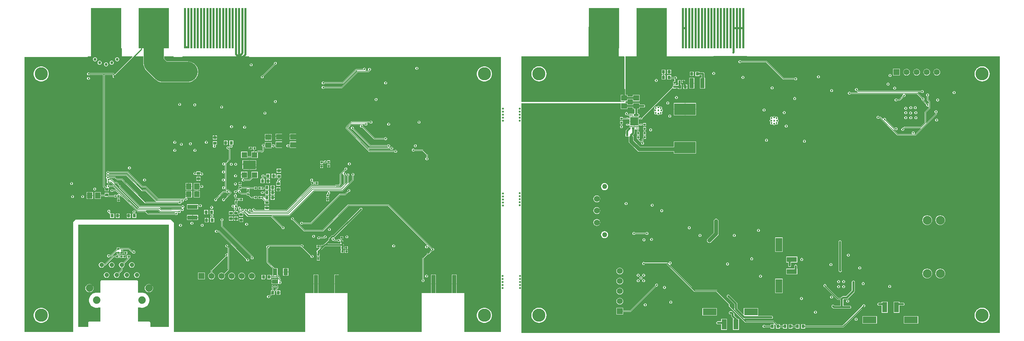
<source format=gbl>
G04*
G04 #@! TF.GenerationSoftware,Altium Limited,Altium Designer,21.5.1 (32)*
G04*
G04 Layer_Physical_Order=4*
G04 Layer_Color=16711680*
%FSLAX25Y25*%
%MOIN*%
G70*
G04*
G04 #@! TF.SameCoordinates,DFD27BC7-BC2E-4EA6-85E0-B657734EDDAB*
G04*
G04*
G04 #@! TF.FilePolarity,Positive*
G04*
G01*
G75*
%ADD10R,0.01968X0.02362*%
%ADD12R,0.02362X0.01968*%
%ADD15R,0.21300X0.11400*%
%ADD21O,0.02362X0.00945*%
%ADD22O,0.00945X0.02362*%
%ADD23R,0.08071X0.08071*%
%ADD30R,0.05906X0.05512*%
%ADD33R,0.05512X0.05906*%
%ADD41R,0.03150X0.03543*%
%ADD42R,0.03543X0.03150*%
%ADD48R,0.30300X0.40000*%
%ADD49R,0.01968X0.40000*%
%ADD50R,0.04331X0.10236*%
%ADD51C,0.02000*%
%ADD52C,0.04000*%
%ADD53C,0.00500*%
%ADD54C,0.01000*%
%ADD56C,0.30000*%
%ADD72R,0.05906X0.05906*%
%ADD87C,0.01772*%
%ADD101R,0.03937X0.17953*%
%ADD104R,0.10236X0.04331*%
%ADD106C,0.00679*%
%ADD107C,0.00451*%
%ADD108C,0.01500*%
%ADD109C,0.02000*%
%ADD110C,0.13000*%
%ADD111C,0.08800*%
%ADD112C,0.05000*%
%ADD113C,0.06000*%
%ADD114C,0.01968*%
%ADD115C,0.05906*%
%ADD116R,0.05906X0.05906*%
%ADD117C,0.01800*%
%ADD118C,0.07400*%
%ADD119C,0.04500*%
%ADD120C,0.03000*%
%ADD138R,0.13583X0.06693*%
%ADD139R,0.05118X0.10236*%
%ADD140R,0.06693X0.13583*%
%ADD141R,0.10236X0.05118*%
%ADD142C,0.08000*%
%ADD143R,0.12992X0.08661*%
%ADD144R,0.05512X0.05512*%
%ADD145O,0.01181X0.01378*%
%ADD146R,0.06299X0.03937*%
%ADD147R,0.04331X0.06693*%
%ADD148C,0.20000*%
%ADD149R,0.30500X0.09000*%
G36*
X819022Y375500D02*
Y375500D01*
X1069685D01*
Y355928D01*
Y353622D01*
Y347899D01*
Y343282D01*
Y340852D01*
Y334096D01*
Y328444D01*
Y323767D01*
Y318474D01*
Y309447D01*
X1069685Y305132D01*
Y299081D01*
Y290622D01*
X1069685Y155860D01*
Y100500D01*
X594685Y100500D01*
X594685Y328901D01*
X693328D01*
Y323002D01*
X699942D01*
Y324732D01*
X705328D01*
Y323002D01*
X707237D01*
Y318993D01*
X707180Y318910D01*
X706737Y318623D01*
X706631Y318644D01*
X706309Y318580D01*
X706035Y318397D01*
X705925Y318232D01*
X705751Y318193D01*
X705543D01*
X705369Y318232D01*
X705259Y318397D01*
X704986Y318580D01*
X704663Y318644D01*
X704340Y318580D01*
X704067Y318397D01*
X703957Y318232D01*
X703783Y318193D01*
X703575D01*
X703401Y318232D01*
X703291Y318397D01*
X703017Y318580D01*
X702694Y318644D01*
X702372Y318580D01*
X702098Y318397D01*
X701916Y318124D01*
X701851Y317801D01*
Y317747D01*
X700863D01*
X700479Y318131D01*
X700562Y318550D01*
X700454Y319096D01*
X700144Y319559D01*
X699681Y319868D01*
X699135Y319977D01*
X698589Y319868D01*
X698126Y319559D01*
X697816Y319096D01*
X697708Y318550D01*
X697816Y318003D01*
X698126Y317540D01*
X698589Y317231D01*
X699135Y317122D01*
X699554Y317206D01*
X700130Y316630D01*
X700592Y316439D01*
X701851D01*
Y316384D01*
X701916Y316061D01*
X702098Y315788D01*
X702372Y315605D01*
X702694Y315541D01*
X703017Y315605D01*
X703291Y315788D01*
X703832Y315752D01*
X704009Y315586D01*
Y314987D01*
X702242D01*
Y310964D01*
X702169Y310597D01*
X702242Y310229D01*
Y306207D01*
X706263D01*
X706631Y306134D01*
X706999Y306207D01*
X711021D01*
Y310232D01*
X711094Y310597D01*
X711021Y310961D01*
Y314987D01*
X706995D01*
X706631Y315059D01*
X706267Y314987D01*
X705317D01*
Y315792D01*
X705770Y315988D01*
X705925Y315953D01*
X706035Y315788D01*
X706309Y315605D01*
X706631Y315541D01*
X706954Y315605D01*
X707119Y315715D01*
X707135Y315712D01*
X708118D01*
X708277Y315605D01*
X708600Y315541D01*
X708922Y315605D01*
X709082Y315712D01*
X710086D01*
X710246Y315605D01*
X710568Y315541D01*
X710891Y315605D01*
X711165Y315788D01*
X711254Y315922D01*
X711545Y316116D01*
X711844Y316564D01*
X711949Y317093D01*
X711844Y317621D01*
X711545Y318069D01*
X711254Y318263D01*
X711165Y318397D01*
X710891Y318580D01*
X710568Y318644D01*
X710498Y318630D01*
X710029Y318949D01*
X709998Y319002D01*
Y323002D01*
X711942D01*
Y324732D01*
X715587D01*
X715589Y324731D01*
X716135Y324622D01*
X716681Y324731D01*
X717144Y325040D01*
X717454Y325503D01*
X717562Y326050D01*
X717454Y326596D01*
X717144Y327059D01*
X716681Y327368D01*
X716609Y327383D01*
X716601Y327388D01*
X716072Y327494D01*
X716072Y327494D01*
X711942D01*
Y329223D01*
X705328D01*
Y327494D01*
X699942D01*
Y329223D01*
X697991D01*
Y330876D01*
X699942D01*
Y332606D01*
X705328D01*
Y330876D01*
X711942D01*
Y337097D01*
X705328D01*
Y335367D01*
X699942D01*
Y337097D01*
X698016D01*
Y342316D01*
X698063Y342550D01*
X697991Y342908D01*
Y375500D01*
X744464Y375558D01*
X744522Y375500D01*
Y375500D01*
X751521D01*
Y375567D01*
X818871Y375651D01*
X819022Y375500D01*
D02*
G37*
G36*
X697135Y375196D02*
Y337093D01*
X696810D01*
Y333987D01*
Y330881D01*
X697135D01*
Y330050D01*
X595164D01*
X594685Y330100D01*
Y375500D01*
X657971D01*
X658021Y375500D01*
X696781Y375549D01*
X697135Y375196D01*
D02*
G37*
G36*
X324388Y375193D02*
X324562Y374932D01*
X324823Y374758D01*
X325130Y374697D01*
X574327D01*
Y101303D01*
X538130D01*
Y140000D01*
X530263D01*
Y149002D01*
X527945D01*
X525626D01*
Y140000D01*
X509633D01*
Y149002D01*
X507315D01*
X504996D01*
Y140000D01*
X495630D01*
Y101303D01*
X422130D01*
Y140000D01*
X413579D01*
Y149002D01*
X411260D01*
X408942D01*
Y140000D01*
X392949D01*
Y149002D01*
X390631D01*
X388312D01*
Y140000D01*
X380130D01*
Y101303D01*
X249630D01*
Y210000D01*
X246630Y213000D01*
X152130D01*
X149630Y210500D01*
Y101303D01*
X101303D01*
Y374697D01*
X163630D01*
X163937Y374758D01*
X164198Y374932D01*
X164372Y375193D01*
X164433Y375500D01*
X208560D01*
X208752Y375038D01*
X191293Y357580D01*
X190751Y357744D01*
X190750Y357748D01*
X190561Y358030D01*
X189976Y358616D01*
X189693Y358805D01*
X189360Y358871D01*
X166054D01*
X165738Y359187D01*
X165224Y359400D01*
X164667D01*
X164152Y359187D01*
X163759Y358793D01*
X163546Y358278D01*
Y357721D01*
X163759Y357207D01*
X164152Y356813D01*
X164667Y356600D01*
X165224D01*
X165738Y356813D01*
X166054Y357129D01*
X179259D01*
Y246256D01*
X179325Y245923D01*
X179514Y245640D01*
X181004Y244150D01*
Y241327D01*
X185256D01*
Y245185D01*
X185379Y245295D01*
X185423Y245313D01*
X185817Y245707D01*
X185874Y245846D01*
X189859D01*
X192551Y243154D01*
X192344Y242654D01*
X189374D01*
X189317Y242793D01*
X188923Y243187D01*
X188408Y243400D01*
X187851D01*
X187337Y243187D01*
X186943Y242793D01*
X186730Y242279D01*
Y241722D01*
X186943Y241207D01*
X187337Y240813D01*
X187851Y240600D01*
X188408D01*
X188923Y240813D01*
X189317Y241207D01*
X189374Y241346D01*
X192359D01*
X195239Y238466D01*
X195048Y238004D01*
X193291D01*
Y237454D01*
X192919Y237328D01*
X192791Y237318D01*
X192423Y237687D01*
X191908Y237900D01*
X191351D01*
X190837Y237687D01*
X190443Y237293D01*
X190385Y237154D01*
X185256D01*
Y239673D01*
X181004D01*
Y237654D01*
X177177D01*
Y240307D01*
X170957D01*
Y233693D01*
X177177D01*
Y236346D01*
X181004D01*
Y235815D01*
X185256D01*
Y235846D01*
X190385D01*
X190443Y235707D01*
X190837Y235313D01*
X191351Y235100D01*
X191908D01*
X192423Y235313D01*
X192791Y235682D01*
X192919Y235672D01*
X193291Y235546D01*
Y234933D01*
X195968D01*
Y237083D01*
X196430Y237274D01*
X198167Y235538D01*
X198630Y235346D01*
X199151D01*
X213459Y221038D01*
X213922Y220846D01*
X221359D01*
X223817Y218388D01*
X224280Y218196D01*
X250954D01*
X251337Y217813D01*
X251852Y217600D01*
X252408D01*
X252923Y217813D01*
X253317Y218207D01*
X253530Y218722D01*
Y219279D01*
X253317Y219793D01*
X253273Y219837D01*
X253451Y220268D01*
X253933D01*
X253955Y220215D01*
X254345Y219825D01*
X254854Y219614D01*
X255406D01*
X255915Y219825D01*
X256305Y220215D01*
X256516Y220724D01*
Y221276D01*
X256305Y221785D01*
X256244Y221846D01*
X256439Y222317D01*
X256913D01*
X256955Y222215D01*
X257345Y221825D01*
X257854Y221614D01*
X258406D01*
X258915Y221825D01*
X259305Y222215D01*
X259516Y222724D01*
Y223276D01*
X259305Y223785D01*
X258955Y224135D01*
X258945Y224233D01*
X258955Y224342D01*
X259033Y224667D01*
X259415Y224825D01*
X259805Y225215D01*
X260016Y225724D01*
Y226276D01*
X259805Y226785D01*
X259415Y227175D01*
X258906Y227386D01*
X258354D01*
X257845Y227175D01*
X257455Y226785D01*
X257401Y226654D01*
X216067D01*
X196601Y246121D01*
Y247010D01*
X196409Y247472D01*
X193669Y250213D01*
X193207Y250404D01*
X190890D01*
X188032Y253262D01*
X187569Y253454D01*
X185874D01*
X185817Y253593D01*
X185557Y253852D01*
X185748Y254352D01*
X191435D01*
X193032Y252756D01*
X193494Y252564D01*
X198128D01*
X199192Y251501D01*
Y251197D01*
X199384Y250734D01*
X201693Y248425D01*
X202156Y248234D01*
X202471D01*
X221167Y229538D01*
X221630Y229346D01*
X254385D01*
X254443Y229207D01*
X254837Y228813D01*
X255351Y228600D01*
X255908D01*
X256423Y228813D01*
X256817Y229207D01*
X257030Y229721D01*
Y230278D01*
X257024Y230293D01*
X257150Y230441D01*
X257427Y230626D01*
X257852Y230450D01*
X258408D01*
X258923Y230663D01*
X259317Y231057D01*
X259530Y231572D01*
Y232129D01*
X259440Y232346D01*
X259767Y232846D01*
X260385D01*
X260443Y232707D01*
X260837Y232313D01*
X261351Y232100D01*
X261908D01*
X262423Y232313D01*
X262817Y232707D01*
X263030Y233222D01*
Y233779D01*
X262817Y234293D01*
X262423Y234687D01*
X262398Y234697D01*
X262497Y235197D01*
X264333D01*
Y238325D01*
X261403D01*
Y235362D01*
X261381Y235166D01*
X261132Y234809D01*
X260837Y234687D01*
X260443Y234293D01*
X260385Y234154D01*
X234401D01*
X222342Y246213D01*
X221880Y246404D01*
X218651D01*
X204592Y260462D01*
X204130Y260654D01*
X185374D01*
X185317Y260793D01*
X184923Y261187D01*
X184408Y261400D01*
X183851D01*
X183337Y261187D01*
X182943Y260793D01*
X182730Y260279D01*
Y259721D01*
X182943Y259207D01*
X183073Y259077D01*
X183294Y258750D01*
X183073Y258423D01*
X182943Y258293D01*
X182730Y257779D01*
Y257222D01*
X182943Y256707D01*
X182996Y256654D01*
X183188Y256193D01*
X182794Y255800D01*
X182581Y255285D01*
Y254728D01*
X182794Y254214D01*
X183188Y253820D01*
X183306Y253263D01*
X183230Y253079D01*
Y252521D01*
X183443Y252007D01*
X183800Y251650D01*
X183443Y251293D01*
X183230Y250779D01*
Y250221D01*
X183443Y249707D01*
X183837Y249313D01*
X184351Y249100D01*
X184908D01*
X185423Y249313D01*
X185817Y249707D01*
X185874Y249846D01*
X187280D01*
X189510Y247616D01*
X189319Y247154D01*
X185874D01*
X185817Y247293D01*
X185423Y247687D01*
X184908Y247900D01*
X184351D01*
X183837Y247687D01*
X183443Y247293D01*
X183230Y246778D01*
Y246221D01*
X183443Y245707D01*
X183465Y245685D01*
X183258Y245185D01*
X182433D01*
X181001Y246617D01*
Y357129D01*
X188999D01*
X189074Y357053D01*
Y355000D01*
X189141Y354667D01*
X189330Y354384D01*
X189612Y354195D01*
X189945Y354129D01*
X190279Y354195D01*
X190561Y354384D01*
X211677Y375500D01*
X219459D01*
Y368600D01*
X219587Y366975D01*
X219968Y365390D01*
X220591Y363885D01*
X221443Y362495D01*
X222501Y361256D01*
X231101Y352656D01*
X232341Y351597D01*
X233730Y350746D01*
X235236Y350122D01*
X236821Y349742D01*
X238445Y349614D01*
X263445D01*
X265070Y349742D01*
X266655Y350122D01*
X268161Y350746D01*
X269550Y351597D01*
X270790Y352656D01*
X271848Y353895D01*
X272700Y355285D01*
X273323Y356790D01*
X273704Y358375D01*
X273832Y360000D01*
X273704Y361625D01*
X273323Y363210D01*
X272700Y364715D01*
X271848Y366105D01*
X270790Y367344D01*
X269550Y368403D01*
X268161Y369254D01*
X266655Y369878D01*
X265070Y370258D01*
X263445Y370386D01*
X242748D01*
X240232Y372902D01*
Y375500D01*
X249327D01*
X249388Y375193D01*
X249562Y374932D01*
X249823Y374758D01*
X250130Y374697D01*
X257630D01*
X257937Y374758D01*
X258198Y374932D01*
X258372Y375193D01*
X258433Y375500D01*
X324327D01*
X324388Y375193D01*
D02*
G37*
G36*
X217917Y245287D02*
X218380Y245096D01*
X221609D01*
X233667Y233037D01*
X234130Y232846D01*
X255974D01*
X256272Y232346D01*
X256250Y232304D01*
X232751D01*
X222592Y242462D01*
X222130Y242654D01*
X218901D01*
X203543Y258012D01*
X203081Y258203D01*
X185354D01*
X185317Y258293D01*
X185187Y258423D01*
X184966Y258750D01*
X185187Y259077D01*
X185317Y259207D01*
X185374Y259346D01*
X203859D01*
X217917Y245287D01*
D02*
G37*
G36*
X218167Y241537D02*
X218630Y241346D01*
X221859D01*
X232017Y231188D01*
X232098Y231154D01*
X231998Y230654D01*
X221901D01*
X203205Y249350D01*
X202742Y249542D01*
X202427D01*
X200501Y251468D01*
Y251771D01*
X200309Y252234D01*
X198862Y253681D01*
X198399Y253873D01*
X193765D01*
X192169Y255469D01*
X191706Y255661D01*
X185225D01*
X185168Y255800D01*
X185115Y255852D01*
X184923Y256313D01*
X185317Y256707D01*
X185395Y256895D01*
X202810D01*
X218167Y241537D01*
D02*
G37*
G36*
X190619Y249096D02*
X192936D01*
X195293Y246739D01*
Y245850D01*
X195484Y245387D01*
X215217Y225654D01*
X215052Y225154D01*
X213822D01*
X190282Y248694D01*
X190565Y249118D01*
X190619Y249096D01*
D02*
G37*
G36*
X257455Y225215D02*
X257805Y224865D01*
X257815Y224767D01*
X257805Y224658D01*
X257727Y224333D01*
X257345Y224175D01*
X256955Y223785D01*
X256901Y223654D01*
X247572D01*
X247110Y223463D01*
X246937Y223290D01*
X237265D01*
X235709Y224846D01*
X235874Y225346D01*
X257401D01*
X257455Y225215D01*
D02*
G37*
G36*
X235745Y220537D02*
X236208Y220346D01*
X250710D01*
X250923Y219901D01*
X250684Y219504D01*
X224551D01*
X222209Y221846D01*
X222374Y222346D01*
X233937D01*
X235745Y220537D01*
D02*
G37*
G36*
X244630Y106500D02*
X226298D01*
Y110800D01*
X226237Y111107D01*
X226063Y111368D01*
X225803Y111542D01*
X225496Y111603D01*
X213998D01*
Y125697D01*
X216296D01*
X217208Y125516D01*
X218683D01*
X220128Y125803D01*
X221491Y126368D01*
X222716Y127187D01*
X223759Y128229D01*
X224578Y129455D01*
X225142Y130817D01*
X225430Y132263D01*
Y133737D01*
X225142Y135183D01*
X224578Y136545D01*
X223759Y137771D01*
X222716Y138813D01*
X221491Y139632D01*
X220128Y140197D01*
X218683Y140484D01*
X217208D01*
X216296Y140303D01*
X213998D01*
Y151900D01*
X213937Y152207D01*
X213763Y152468D01*
X213503Y152642D01*
X213195Y152703D01*
X177696D01*
X177388Y152642D01*
X177128Y152468D01*
X176954Y152207D01*
X176893Y151900D01*
Y140303D01*
X174595D01*
X173683Y140484D01*
X172208D01*
X170762Y140197D01*
X169400Y139632D01*
X168175Y138813D01*
X167132Y137771D01*
X166313Y136545D01*
X165749Y135183D01*
X165461Y133737D01*
Y132263D01*
X165749Y130817D01*
X166313Y129455D01*
X167132Y128229D01*
X168175Y127187D01*
X169400Y126368D01*
X170762Y125803D01*
X172208Y125516D01*
X173683D01*
X174595Y125697D01*
X176893D01*
Y111603D01*
X165395D01*
X165088Y111542D01*
X164828Y111368D01*
X164654Y111107D01*
X164593Y110800D01*
Y106500D01*
X154630D01*
Y208000D01*
X244630D01*
Y106500D01*
D02*
G37*
%LPC*%
G36*
X743316Y362171D02*
X741566D01*
Y360225D01*
X743316D01*
Y362171D01*
D02*
G37*
G36*
X741216D02*
X739466D01*
Y360225D01*
X741216D01*
Y362171D01*
D02*
G37*
G36*
X977354Y362946D02*
Y359812D01*
X980487D01*
X980397Y360500D01*
X980064Y361303D01*
X979534Y361993D01*
X978845Y362522D01*
X978041Y362855D01*
X977354Y362946D01*
D02*
G37*
G36*
X977004D02*
X976317Y362855D01*
X975513Y362522D01*
X974823Y361993D01*
X974294Y361303D01*
X973961Y360500D01*
X973871Y359812D01*
X977004D01*
Y362946D01*
D02*
G37*
G36*
X765804Y360171D02*
X764054D01*
Y358225D01*
X765804D01*
Y360171D01*
D02*
G37*
G36*
X763704D02*
X761954D01*
Y358225D01*
X763704D01*
Y360171D01*
D02*
G37*
G36*
X743316Y359875D02*
X741566D01*
Y357928D01*
X743316D01*
Y359875D01*
D02*
G37*
G36*
X741216D02*
X739466D01*
Y357928D01*
X741216D01*
Y359875D01*
D02*
G37*
G36*
X785635Y359977D02*
X785089Y359868D01*
X784626Y359559D01*
X784316Y359096D01*
X784208Y358550D01*
X784316Y358003D01*
X784626Y357540D01*
X785089Y357231D01*
X785635Y357122D01*
X786181Y357231D01*
X786644Y357540D01*
X786954Y358003D01*
X787063Y358550D01*
X786954Y359096D01*
X786644Y359559D01*
X786181Y359868D01*
X785635Y359977D01*
D02*
G37*
G36*
X970486Y362945D02*
X963872D01*
Y356330D01*
X970486D01*
Y362945D01*
D02*
G37*
G36*
X980487Y359462D02*
X977354D01*
Y356329D01*
X978041Y356420D01*
X978845Y356752D01*
X979534Y357282D01*
X980064Y357972D01*
X980397Y358775D01*
X980487Y359462D01*
D02*
G37*
G36*
X977004D02*
X973871D01*
X973961Y358775D01*
X974294Y357972D01*
X974823Y357282D01*
X975513Y356752D01*
X976317Y356420D01*
X977004Y356329D01*
Y359462D01*
D02*
G37*
G36*
X1007179Y362973D02*
X1006316Y362859D01*
X1005511Y362526D01*
X1004820Y361996D01*
X1004290Y361305D01*
X1003957Y360501D01*
X1003843Y359637D01*
X1003957Y358774D01*
X1004290Y357970D01*
X1004820Y357279D01*
X1005511Y356749D01*
X1006316Y356416D01*
X1007179Y356302D01*
X1008042Y356416D01*
X1008847Y356749D01*
X1009538Y357279D01*
X1010068Y357970D01*
X1010401Y358774D01*
X1010515Y359637D01*
X1010401Y360501D01*
X1010068Y361305D01*
X1009538Y361996D01*
X1008847Y362526D01*
X1008042Y362859D01*
X1007179Y362973D01*
D02*
G37*
G36*
X997179D02*
X996315Y362859D01*
X995511Y362526D01*
X994820Y361996D01*
X994290Y361305D01*
X993957Y360501D01*
X993843Y359637D01*
X993957Y358774D01*
X994290Y357970D01*
X994820Y357279D01*
X995511Y356749D01*
X996315Y356416D01*
X997179Y356302D01*
X998042Y356416D01*
X998847Y356749D01*
X999537Y357279D01*
X1000068Y357970D01*
X1000401Y358774D01*
X1000515Y359637D01*
X1000401Y360501D01*
X1000068Y361305D01*
X999537Y361996D01*
X998847Y362526D01*
X998042Y362859D01*
X997179Y362973D01*
D02*
G37*
G36*
X987179D02*
X986316Y362859D01*
X985511Y362526D01*
X984820Y361996D01*
X984290Y361305D01*
X983957Y360501D01*
X983843Y359637D01*
X983957Y358774D01*
X984290Y357970D01*
X984820Y357279D01*
X985511Y356749D01*
X986316Y356416D01*
X987179Y356302D01*
X988042Y356416D01*
X988847Y356749D01*
X989538Y357279D01*
X990068Y357970D01*
X990401Y358774D01*
X990514Y359637D01*
X990401Y360501D01*
X990068Y361305D01*
X989538Y361996D01*
X988847Y362526D01*
X988042Y362859D01*
X987179Y362973D01*
D02*
G37*
G36*
X765804Y357875D02*
X764054D01*
Y355928D01*
X765804D01*
Y357875D01*
D02*
G37*
G36*
X763704D02*
X761954D01*
Y355928D01*
X763704D01*
Y357875D01*
D02*
G37*
G36*
X960826Y357826D02*
X960280Y357717D01*
X959817Y357408D01*
X959507Y356945D01*
X959399Y356399D01*
X959507Y355852D01*
X959817Y355389D01*
X960280Y355080D01*
X960826Y354971D01*
X961372Y355080D01*
X961835Y355389D01*
X962145Y355852D01*
X962253Y356399D01*
X962145Y356945D01*
X961835Y357408D01*
X961372Y357717D01*
X960826Y357826D01*
D02*
G37*
G36*
X889635Y356477D02*
X889089Y356368D01*
X888626Y356059D01*
X888316Y355596D01*
X888208Y355050D01*
X888316Y354503D01*
X888626Y354040D01*
X889089Y353731D01*
X889635Y353622D01*
X890181Y353731D01*
X890644Y354040D01*
X890954Y354503D01*
X891063Y355050D01*
X890954Y355596D01*
X890644Y356059D01*
X890181Y356368D01*
X889635Y356477D01*
D02*
G37*
G36*
X814635Y355977D02*
X814089Y355868D01*
X813626Y355559D01*
X813316Y355096D01*
X813208Y354550D01*
X813316Y354003D01*
X813626Y353540D01*
X814089Y353231D01*
X814635Y353122D01*
X815181Y353231D01*
X815644Y353540D01*
X815954Y354003D01*
X816063Y354550D01*
X815954Y355096D01*
X815644Y355559D01*
X815181Y355868D01*
X814635Y355977D01*
D02*
G37*
G36*
X737808Y362176D02*
X733950D01*
Y357924D01*
X735008D01*
Y356676D01*
X733950D01*
Y352424D01*
X737808D01*
Y356676D01*
X736750D01*
Y357924D01*
X737808D01*
Y362176D01*
D02*
G37*
G36*
X811635Y371477D02*
X811089Y371368D01*
X810626Y371059D01*
X810316Y370596D01*
X810208Y370050D01*
X810316Y369503D01*
X810626Y369040D01*
X811089Y368731D01*
X811635Y368622D01*
X812181Y368731D01*
X812644Y369040D01*
X812882Y369396D01*
X837864D01*
X854673Y352587D01*
X855135Y352396D01*
X865888D01*
X866126Y352040D01*
X866589Y351731D01*
X867135Y351622D01*
X867681Y351731D01*
X868144Y352040D01*
X868454Y352503D01*
X868563Y353050D01*
X868454Y353596D01*
X868144Y354059D01*
X867681Y354368D01*
X867135Y354477D01*
X866589Y354368D01*
X866126Y354059D01*
X865888Y353704D01*
X855406D01*
X838598Y370512D01*
X838135Y370704D01*
X812882D01*
X812644Y371059D01*
X812181Y371368D01*
X811635Y371477D01*
D02*
G37*
G36*
X757135Y351884D02*
X755779D01*
Y350725D01*
X757135D01*
Y351884D01*
D02*
G37*
G36*
X755429D02*
X754072D01*
Y350725D01*
X755429D01*
Y351884D01*
D02*
G37*
G36*
X1052185Y365521D02*
X1050718Y365376D01*
X1049307Y364948D01*
X1048007Y364253D01*
X1046867Y363318D01*
X1045932Y362178D01*
X1045237Y360878D01*
X1044809Y359467D01*
X1044665Y358000D01*
X1044809Y356533D01*
X1045237Y355122D01*
X1045932Y353822D01*
X1046867Y352682D01*
X1048007Y351747D01*
X1049307Y351052D01*
X1050718Y350624D01*
X1052185Y350480D01*
X1053652Y350624D01*
X1055063Y351052D01*
X1056363Y351747D01*
X1057503Y352682D01*
X1058438Y353822D01*
X1059133Y355122D01*
X1059561Y356533D01*
X1059706Y358000D01*
X1059561Y359467D01*
X1059133Y360878D01*
X1058438Y362178D01*
X1057503Y363318D01*
X1056363Y364253D01*
X1055063Y364948D01*
X1053652Y365376D01*
X1052185Y365521D01*
D02*
G37*
G36*
X728635Y352977D02*
X728089Y352868D01*
X727626Y352559D01*
X727316Y352096D01*
X727208Y351550D01*
X727316Y351003D01*
X727626Y350540D01*
X728089Y350231D01*
X728635Y350122D01*
X729181Y350231D01*
X729644Y350540D01*
X729954Y351003D01*
X730062Y351550D01*
X729954Y352096D01*
X729644Y352559D01*
X729181Y352868D01*
X728635Y352977D01*
D02*
G37*
G36*
X757135Y350375D02*
X755779D01*
Y349215D01*
X757135D01*
Y350375D01*
D02*
G37*
G36*
X755429D02*
X754072D01*
Y349215D01*
X755429D01*
Y350375D01*
D02*
G37*
G36*
X766400Y354219D02*
X764059D01*
Y348925D01*
X766400D01*
Y354219D01*
D02*
G37*
G36*
X763709D02*
X761369D01*
Y348925D01*
X763709D01*
Y354219D01*
D02*
G37*
G36*
X743320Y356676D02*
X739462D01*
Y352424D01*
X743320D01*
Y353179D01*
X746533D01*
X746626Y353040D01*
X746764Y352948D01*
Y350576D01*
X746742Y350554D01*
X745296D01*
Y347483D01*
X747974D01*
Y349322D01*
X748251Y349599D01*
X748440Y349882D01*
X748506Y350215D01*
Y352948D01*
X748644Y353040D01*
X748954Y353503D01*
X749062Y354050D01*
X748954Y354596D01*
X748644Y355059D01*
X748181Y355368D01*
X747635Y355477D01*
X747089Y355368D01*
X746626Y355059D01*
X746533Y354921D01*
X743320D01*
Y356676D01*
D02*
G37*
G36*
X958826Y349326D02*
X958280Y349217D01*
X957817Y348908D01*
X957507Y348445D01*
X957399Y347899D01*
X957507Y347352D01*
X957817Y346889D01*
X958280Y346580D01*
X958826Y346471D01*
X959372Y346580D01*
X959835Y346889D01*
X960145Y347352D01*
X960253Y347899D01*
X960145Y348445D01*
X959835Y348908D01*
X959372Y349217D01*
X958826Y349326D01*
D02*
G37*
G36*
X759380Y347372D02*
X757630D01*
Y345425D01*
X759380D01*
Y347372D01*
D02*
G37*
G36*
X757280D02*
X755530D01*
Y345425D01*
X757280D01*
Y347372D01*
D02*
G37*
G36*
X766400Y348575D02*
X764059D01*
Y343282D01*
X766400D01*
Y348575D01*
D02*
G37*
G36*
X763709D02*
X761369D01*
Y343282D01*
X763709D01*
Y348575D01*
D02*
G37*
G36*
X771320Y360176D02*
X767462D01*
Y355924D01*
X769832D01*
X769966Y355897D01*
X770099Y355924D01*
X771320D01*
Y356669D01*
X773754D01*
Y354223D01*
X771994D01*
Y343278D01*
X777034D01*
Y354223D01*
X776516D01*
Y357816D01*
X776562Y358050D01*
X776454Y358596D01*
X776144Y359059D01*
X775681Y359368D01*
X775135Y359477D01*
X774901Y359431D01*
X771320D01*
Y360176D01*
D02*
G37*
G36*
X759380Y345075D02*
X757630D01*
Y343129D01*
X759380D01*
Y345075D01*
D02*
G37*
G36*
X757280D02*
X755530D01*
Y343129D01*
X757280D01*
Y345075D01*
D02*
G37*
G36*
X751789Y351931D02*
X751789Y351930D01*
X751666D01*
X751454Y351888D01*
X750131D01*
Y349211D01*
X750424D01*
Y347376D01*
X750014D01*
Y346631D01*
X746651D01*
X746577Y346617D01*
X745296D01*
Y345735D01*
X744901D01*
X744438Y345544D01*
X713458Y314564D01*
X713387Y314393D01*
X712419D01*
X712096Y314329D01*
X711822Y314146D01*
X711640Y313872D01*
X711576Y313550D01*
X711640Y313227D01*
X711822Y312954D01*
X712096Y312771D01*
X712419Y312707D01*
X713836D01*
X714158Y312771D01*
X714432Y312954D01*
X714615Y313227D01*
X714679Y313550D01*
X714615Y313870D01*
X744797Y344052D01*
X745296Y343845D01*
Y343546D01*
X747974D01*
Y343869D01*
X750014D01*
Y343124D01*
X753872D01*
Y347376D01*
X753186D01*
Y349211D01*
X753202D01*
Y351888D01*
X752002D01*
X751789Y351931D01*
D02*
G37*
G36*
X843635Y345477D02*
X843089Y345368D01*
X842626Y345059D01*
X842316Y344596D01*
X842208Y344050D01*
X842316Y343503D01*
X842626Y343040D01*
X843089Y342731D01*
X843635Y342622D01*
X844181Y342731D01*
X844644Y343040D01*
X844954Y343503D01*
X845063Y344050D01*
X844954Y344596D01*
X844644Y345059D01*
X844181Y345368D01*
X843635Y345477D01*
D02*
G37*
G36*
X965326Y345326D02*
X964780Y345217D01*
X964317Y344908D01*
X964007Y344445D01*
X963899Y343899D01*
X964007Y343352D01*
X964317Y342889D01*
X964780Y342580D01*
X965326Y342471D01*
X965872Y342580D01*
X966335Y342889D01*
X966645Y343352D01*
X966753Y343899D01*
X966645Y344445D01*
X966335Y344908D01*
X965872Y345217D01*
X965326Y345326D01*
D02*
G37*
G36*
X902826Y342826D02*
X902280Y342717D01*
X901817Y342408D01*
X901507Y341945D01*
X901399Y341399D01*
X901507Y340852D01*
X901817Y340389D01*
X902280Y340080D01*
X902826Y339971D01*
X903372Y340080D01*
X903835Y340389D01*
X904145Y340852D01*
X904253Y341399D01*
X904145Y341945D01*
X903835Y342408D01*
X903372Y342717D01*
X902826Y342826D01*
D02*
G37*
G36*
X927326Y343826D02*
X926780Y343717D01*
X926317Y343408D01*
X926007Y342945D01*
X925899Y342399D01*
X926007Y341852D01*
X926317Y341389D01*
X926780Y341080D01*
X927326Y340971D01*
X927745Y341055D01*
X928747Y340053D01*
X928582Y339553D01*
X921573D01*
X921335Y339908D01*
X920872Y340217D01*
X920326Y340326D01*
X919780Y340217D01*
X919317Y339908D01*
X919007Y339445D01*
X918899Y338898D01*
X919007Y338352D01*
X919317Y337889D01*
X919780Y337580D01*
X920326Y337471D01*
X920872Y337580D01*
X921335Y337889D01*
X921573Y338244D01*
X973723D01*
X973874Y337744D01*
X973636Y337585D01*
X973326Y337122D01*
X973218Y336576D01*
X973301Y336157D01*
X969874Y332730D01*
X967892D01*
X967655Y333085D01*
X967192Y333395D01*
X966645Y333503D01*
X966099Y333395D01*
X965636Y333085D01*
X965326Y332622D01*
X965218Y332076D01*
X965326Y331529D01*
X965636Y331066D01*
X966099Y330757D01*
X966645Y330648D01*
X967192Y330757D01*
X967655Y331066D01*
X967892Y331422D01*
X970145D01*
X970608Y331613D01*
X974226Y335232D01*
X974645Y335148D01*
X975191Y335257D01*
X975655Y335566D01*
X975964Y336030D01*
X976073Y336576D01*
X975964Y337122D01*
X975655Y337585D01*
X975416Y337744D01*
X975568Y338244D01*
X987333D01*
X992142Y333436D01*
X992058Y333017D01*
X992167Y332470D01*
X992476Y332007D01*
X992832Y331770D01*
Y331517D01*
X993023Y331054D01*
X996642Y327436D01*
X996558Y327017D01*
X996667Y326470D01*
X996976Y326007D01*
X997439Y325698D01*
X997986Y325589D01*
X998532Y325698D01*
X998582Y325731D01*
X999082Y325464D01*
Y324038D01*
X995183Y320139D01*
X994991Y319676D01*
Y309447D01*
X991097Y305553D01*
X975333D01*
X974870Y305361D01*
X973745Y304236D01*
X973326Y304319D01*
X972780Y304211D01*
X972317Y303901D01*
X972007Y303438D01*
X971899Y302892D01*
X972007Y302346D01*
X972317Y301883D01*
X972780Y301573D01*
X973326Y301464D01*
X973872Y301573D01*
X974335Y301883D01*
X974645Y302346D01*
X974753Y302892D01*
X974670Y303311D01*
X975604Y304244D01*
X991203D01*
X991439Y303774D01*
X985718Y298053D01*
X985166D01*
X985161Y298058D01*
X984945Y298553D01*
X985145Y298852D01*
X985253Y299398D01*
X985145Y299945D01*
X984835Y300408D01*
X984372Y300717D01*
X983826Y300826D01*
X983280Y300717D01*
X982817Y300408D01*
X982507Y299945D01*
X982399Y299398D01*
X982507Y298852D01*
X982707Y298553D01*
X982491Y298058D01*
X982486Y298053D01*
X968622D01*
X964221Y302454D01*
X964504Y302878D01*
X964826Y302744D01*
X965579D01*
X965817Y302389D01*
X966280Y302080D01*
X966826Y301971D01*
X967372Y302080D01*
X967835Y302389D01*
X968145Y302852D01*
X968253Y303398D01*
X968145Y303945D01*
X967835Y304408D01*
X967372Y304717D01*
X966826Y304826D01*
X966280Y304717D01*
X965817Y304408D01*
X965579Y304053D01*
X965097D01*
X956670Y312479D01*
X956753Y312898D01*
X956645Y313445D01*
X956335Y313908D01*
X955872Y314217D01*
X955326Y314326D01*
X954780Y314217D01*
X954317Y313908D01*
X954007Y313445D01*
X953996Y313386D01*
X953453Y313222D01*
X951314Y315361D01*
X950851Y315553D01*
X950073D01*
X949835Y315908D01*
X949372Y316217D01*
X948826Y316326D01*
X948280Y316217D01*
X947817Y315908D01*
X947507Y315445D01*
X947399Y314898D01*
X947507Y314352D01*
X947817Y313889D01*
X948280Y313580D01*
X948826Y313471D01*
X949372Y313580D01*
X949835Y313889D01*
X950073Y314244D01*
X950580D01*
X967889Y296936D01*
X968351Y296744D01*
X985989D01*
X986451Y296936D01*
X1006789Y317273D01*
X1006980Y317736D01*
Y319152D01*
X1007335Y319389D01*
X1007645Y319852D01*
X1007753Y320398D01*
X1007645Y320945D01*
X1007335Y321408D01*
X1006872Y321717D01*
X1006326Y321826D01*
X1005780Y321717D01*
X1005317Y321408D01*
X1005007Y320945D01*
X1004899Y320398D01*
X1005007Y319852D01*
X1005317Y319389D01*
X1005672Y319152D01*
Y318007D01*
X996770Y309104D01*
X996299Y309341D01*
Y319405D01*
X1000198Y323304D01*
X1000390Y323767D01*
Y330712D01*
X1000198Y331174D01*
X998640Y332733D01*
Y335770D01*
X998995Y336007D01*
X999304Y336470D01*
X999413Y337017D01*
X999304Y337563D01*
X998995Y338026D01*
X998532Y338335D01*
X997986Y338444D01*
X997439Y338335D01*
X996976Y338026D01*
X996667Y337563D01*
X996558Y337017D01*
X996667Y336470D01*
X996976Y336007D01*
X997332Y335770D01*
Y332462D01*
X997523Y331999D01*
X999082Y330441D01*
Y328570D01*
X998582Y328302D01*
X998532Y328335D01*
X997986Y328444D01*
X997567Y328361D01*
X994429Y331498D01*
X994478Y331996D01*
X994495Y332007D01*
X994804Y332470D01*
X994913Y333017D01*
X994804Y333563D01*
X994495Y334026D01*
X994032Y334335D01*
X993486Y334444D01*
X993067Y334361D01*
X988183Y339244D01*
X988348Y339744D01*
X991579D01*
X991817Y339389D01*
X992280Y339080D01*
X992826Y338971D01*
X993372Y339080D01*
X993835Y339389D01*
X994145Y339852D01*
X994253Y340399D01*
X994145Y340945D01*
X993835Y341408D01*
X993372Y341717D01*
X992826Y341826D01*
X992280Y341717D01*
X991817Y341408D01*
X991579Y341053D01*
X929597D01*
X928670Y341980D01*
X928753Y342399D01*
X928645Y342945D01*
X928335Y343408D01*
X927872Y343717D01*
X927326Y343826D01*
D02*
G37*
G36*
X1024326Y340826D02*
X1023780Y340717D01*
X1023317Y340408D01*
X1023007Y339945D01*
X1022899Y339399D01*
X1023007Y338852D01*
X1023317Y338389D01*
X1023780Y338080D01*
X1024326Y337971D01*
X1024872Y338080D01*
X1025335Y338389D01*
X1025645Y338852D01*
X1025753Y339399D01*
X1025645Y339945D01*
X1025335Y340408D01*
X1024872Y340717D01*
X1024326Y340826D01*
D02*
G37*
G36*
X748635Y335977D02*
X748089Y335868D01*
X747626Y335559D01*
X747316Y335096D01*
X747208Y334550D01*
X747316Y334003D01*
X747626Y333540D01*
X748089Y333231D01*
X748635Y333122D01*
X749181Y333231D01*
X749644Y333540D01*
X749954Y334003D01*
X750063Y334550D01*
X749954Y335096D01*
X749644Y335559D01*
X749181Y335868D01*
X748635Y335977D01*
D02*
G37*
G36*
X866135Y334977D02*
X865589Y334868D01*
X865126Y334559D01*
X864816Y334096D01*
X864708Y333550D01*
X864816Y333003D01*
X865126Y332540D01*
X865589Y332231D01*
X866135Y332122D01*
X866681Y332231D01*
X867144Y332540D01*
X867454Y333003D01*
X867562Y333550D01*
X867454Y334096D01*
X867144Y334559D01*
X866681Y334868D01*
X866135Y334977D01*
D02*
G37*
G36*
X1007986Y333444D02*
X1007439Y333335D01*
X1006976Y333026D01*
X1006667Y332563D01*
X1006558Y332017D01*
X1006667Y331470D01*
X1006976Y331007D01*
X1007439Y330698D01*
X1007986Y330589D01*
X1008532Y330698D01*
X1008995Y331007D01*
X1009304Y331470D01*
X1009413Y332017D01*
X1009304Y332563D01*
X1008995Y333026D01*
X1008532Y333335D01*
X1007986Y333444D01*
D02*
G37*
G36*
X740135Y330477D02*
X739589Y330368D01*
X739126Y330059D01*
X738816Y329596D01*
X738708Y329050D01*
X738816Y328503D01*
X739126Y328040D01*
X739589Y327731D01*
X740135Y327622D01*
X740681Y327731D01*
X741144Y328040D01*
X741454Y328503D01*
X741563Y329050D01*
X741454Y329596D01*
X741144Y330059D01*
X740681Y330368D01*
X740135Y330477D01*
D02*
G37*
G36*
X730639Y326059D02*
X730099Y325952D01*
X729641Y325646D01*
X729473Y325395D01*
X729279Y325196D01*
X728840Y325262D01*
X728681Y325368D01*
X728135Y325477D01*
X727589Y325368D01*
X727126Y325059D01*
X726816Y324596D01*
X726708Y324050D01*
X726816Y323503D01*
X726910Y323364D01*
X727032Y322954D01*
X726782Y322723D01*
X726590Y322595D01*
X726284Y322137D01*
X726176Y321597D01*
X726284Y321057D01*
X726590Y320599D01*
X726826Y320441D01*
X727027Y320185D01*
X726954Y319802D01*
X726816Y319596D01*
X726708Y319050D01*
X726816Y318503D01*
X727126Y318040D01*
X727589Y317731D01*
X728135Y317622D01*
X728681Y317731D01*
X728876Y317861D01*
X729228Y317972D01*
X729517Y317734D01*
X729641Y317547D01*
X730099Y317242D01*
X730639Y317134D01*
X731179Y317242D01*
X731637Y317547D01*
X731759Y317730D01*
X732045Y317972D01*
X732400Y317857D01*
X732589Y317731D01*
X733135Y317622D01*
X733681Y317731D01*
X734144Y318040D01*
X734454Y318503D01*
X734562Y319050D01*
X734454Y319596D01*
X734317Y319800D01*
X734248Y320189D01*
X734447Y320438D01*
X734688Y320599D01*
X734994Y321057D01*
X735102Y321597D01*
X734994Y322137D01*
X734688Y322595D01*
X734490Y322727D01*
X734244Y322950D01*
X734363Y323368D01*
X734454Y323503D01*
X734562Y324050D01*
X734454Y324596D01*
X734144Y325059D01*
X733681Y325368D01*
X733135Y325477D01*
X732589Y325368D01*
X732437Y325267D01*
X731995Y325196D01*
X731802Y325398D01*
X731637Y325646D01*
X731179Y325952D01*
X730639Y326059D01*
D02*
G37*
G36*
X768183Y328972D02*
X757358D01*
Y323097D01*
X768183D01*
Y328972D01*
D02*
G37*
G36*
X757008D02*
X746183D01*
Y323097D01*
X757008D01*
Y328972D01*
D02*
G37*
G36*
X985826Y325826D02*
X985280Y325717D01*
X984817Y325408D01*
X984507Y324945D01*
X984399Y324398D01*
X984507Y323852D01*
X984817Y323389D01*
X985280Y323080D01*
X985826Y322971D01*
X986372Y323080D01*
X986835Y323389D01*
X987145Y323852D01*
X987253Y324398D01*
X987145Y324945D01*
X986835Y325408D01*
X986372Y325717D01*
X985826Y325826D01*
D02*
G37*
G36*
X981326D02*
X980780Y325717D01*
X980317Y325408D01*
X980007Y324945D01*
X979899Y324398D01*
X980007Y323852D01*
X980317Y323389D01*
X980780Y323080D01*
X981326Y322971D01*
X981872Y323080D01*
X982335Y323389D01*
X982645Y323852D01*
X982753Y324398D01*
X982645Y324945D01*
X982335Y325408D01*
X981872Y325717D01*
X981326Y325826D01*
D02*
G37*
G36*
X976326Y325326D02*
X975780Y325217D01*
X975317Y324908D01*
X975007Y324445D01*
X974899Y323899D01*
X975007Y323352D01*
X975317Y322889D01*
X975780Y322580D01*
X976326Y322471D01*
X976872Y322580D01*
X977335Y322889D01*
X977645Y323352D01*
X977753Y323899D01*
X977645Y324445D01*
X977335Y324908D01*
X976872Y325217D01*
X976326Y325326D01*
D02*
G37*
G36*
X835635Y323477D02*
X835089Y323368D01*
X834626Y323059D01*
X834316Y322596D01*
X834208Y322050D01*
X834316Y321503D01*
X834626Y321040D01*
X835089Y320731D01*
X835635Y320622D01*
X836181Y320731D01*
X836644Y321040D01*
X836954Y321503D01*
X837062Y322050D01*
X836954Y322596D01*
X836644Y323059D01*
X836181Y323368D01*
X835635Y323477D01*
D02*
G37*
G36*
X855635Y320977D02*
X855089Y320868D01*
X854626Y320559D01*
X854316Y320096D01*
X854208Y319550D01*
X854316Y319003D01*
X854626Y318540D01*
X855089Y318231D01*
X855635Y318122D01*
X856181Y318231D01*
X856644Y318540D01*
X856954Y319003D01*
X857063Y319550D01*
X856954Y320096D01*
X856644Y320559D01*
X856181Y320868D01*
X855635Y320977D01*
D02*
G37*
G36*
X986326Y320826D02*
X985780Y320717D01*
X985317Y320408D01*
X985007Y319945D01*
X984899Y319398D01*
X985007Y318852D01*
X985317Y318389D01*
X985780Y318080D01*
X986326Y317971D01*
X986872Y318080D01*
X987335Y318389D01*
X987645Y318852D01*
X987753Y319398D01*
X987645Y319945D01*
X987335Y320408D01*
X986872Y320717D01*
X986326Y320826D01*
D02*
G37*
G36*
X976326D02*
X975780Y320717D01*
X975317Y320408D01*
X975007Y319945D01*
X974899Y319398D01*
X975007Y318852D01*
X975317Y318389D01*
X975780Y318080D01*
X976326Y317971D01*
X976872Y318080D01*
X977335Y318389D01*
X977645Y318852D01*
X977753Y319398D01*
X977645Y319945D01*
X977335Y320408D01*
X976872Y320717D01*
X976326Y320826D01*
D02*
G37*
G36*
X981246Y320669D02*
X980700Y320560D01*
X980237Y320250D01*
X979928Y319787D01*
X979819Y319241D01*
X979928Y318695D01*
X980237Y318232D01*
X980700Y317922D01*
X981246Y317814D01*
X981793Y317922D01*
X982256Y318232D01*
X982565Y318695D01*
X982674Y319241D01*
X982565Y319787D01*
X982256Y320250D01*
X981793Y320560D01*
X981246Y320669D01*
D02*
G37*
G36*
X768183Y322747D02*
X757358D01*
Y316872D01*
X768183D01*
Y322747D01*
D02*
G37*
G36*
X757008D02*
X746183D01*
Y316872D01*
X757008D01*
Y322747D01*
D02*
G37*
G36*
X845698Y316016D02*
X845158Y315909D01*
X844700Y315603D01*
X844534Y315354D01*
X844281Y315163D01*
X843900Y315222D01*
X843681Y315368D01*
X843135Y315477D01*
X842589Y315368D01*
X842126Y315059D01*
X841816Y314596D01*
X841708Y314050D01*
X841816Y313503D01*
X841948Y313307D01*
X842068Y312969D01*
X841820Y312666D01*
X841649Y312552D01*
X841343Y312094D01*
X841236Y311554D01*
X841343Y311014D01*
X841649Y310556D01*
X841824Y310439D01*
X842067Y310133D01*
X841951Y309798D01*
X841816Y309596D01*
X841708Y309050D01*
X841816Y308503D01*
X842126Y308040D01*
X842589Y307731D01*
X843135Y307622D01*
X843681Y307731D01*
X843901Y307878D01*
X844276Y307942D01*
X844538Y307748D01*
X844700Y307504D01*
X845158Y307199D01*
X845698Y307091D01*
X846239Y307199D01*
X846696Y307504D01*
X846820Y307689D01*
X847046Y307948D01*
X847460Y307817D01*
X847589Y307731D01*
X848135Y307622D01*
X848681Y307731D01*
X849144Y308040D01*
X849454Y308503D01*
X849562Y309050D01*
X849454Y309596D01*
X849350Y309752D01*
X849296Y310202D01*
X849485Y310380D01*
X849747Y310556D01*
X850054Y311014D01*
X850161Y311554D01*
X850054Y312094D01*
X849747Y312552D01*
X849489Y312724D01*
X849295Y312902D01*
X849354Y313354D01*
X849454Y313503D01*
X849562Y314050D01*
X849454Y314596D01*
X849144Y315059D01*
X848681Y315368D01*
X848135Y315477D01*
X847589Y315368D01*
X847464Y315285D01*
X847042Y315157D01*
X846823Y315413D01*
X846696Y315603D01*
X846239Y315909D01*
X845698Y316016D01*
D02*
G37*
G36*
X742135Y317477D02*
X741589Y317369D01*
X741126Y317059D01*
X740816Y316596D01*
X740708Y316050D01*
X740816Y315503D01*
X741126Y315040D01*
X741589Y314731D01*
X742135Y314622D01*
X742681Y314731D01*
X743144Y315040D01*
X743454Y315503D01*
X743563Y316050D01*
X743454Y316596D01*
X743144Y317059D01*
X742681Y317369D01*
X742135Y317477D01*
D02*
G37*
G36*
X986385Y315826D02*
X985839Y315717D01*
X985376Y315408D01*
X985066Y314945D01*
X984958Y314399D01*
X985066Y313852D01*
X985376Y313389D01*
X985839Y313080D01*
X986385Y312971D01*
X986931Y313080D01*
X987394Y313389D01*
X987704Y313852D01*
X987813Y314399D01*
X987704Y314945D01*
X987394Y315408D01*
X986931Y315717D01*
X986385Y315826D01*
D02*
G37*
G36*
X981326D02*
X980780Y315717D01*
X980317Y315408D01*
X980007Y314945D01*
X979899Y314399D01*
X980007Y313852D01*
X980317Y313389D01*
X980780Y313080D01*
X981326Y312971D01*
X981872Y313080D01*
X982335Y313389D01*
X982645Y313852D01*
X982753Y314399D01*
X982645Y314945D01*
X982335Y315408D01*
X981872Y315717D01*
X981326Y315826D01*
D02*
G37*
G36*
X976326D02*
X975780Y315717D01*
X975317Y315408D01*
X975007Y314945D01*
X974899Y314399D01*
X975007Y313852D01*
X975317Y313389D01*
X975780Y313080D01*
X976326Y312971D01*
X976872Y313080D01*
X977335Y313389D01*
X977645Y313852D01*
X977753Y314399D01*
X977645Y314945D01*
X977335Y315408D01*
X976872Y315717D01*
X976326Y315826D01*
D02*
G37*
G36*
X695474Y315054D02*
X692797D01*
Y311983D01*
X695474D01*
Y312896D01*
X698917D01*
X699104Y312771D01*
X699426Y312707D01*
X700844D01*
X701166Y312771D01*
X701440Y312954D01*
X701622Y313227D01*
X701687Y313550D01*
X701622Y313872D01*
X701440Y314146D01*
X701166Y314329D01*
X700844Y314393D01*
X699426D01*
X699104Y314329D01*
X698917Y314204D01*
X695474D01*
Y315054D01*
D02*
G37*
G36*
X1006979Y313477D02*
X1006433Y313368D01*
X1005970Y313059D01*
X1005660Y312596D01*
X1005552Y312050D01*
X1005660Y311503D01*
X1005970Y311040D01*
X1006433Y310731D01*
X1006979Y310622D01*
X1007525Y310731D01*
X1007988Y311040D01*
X1008298Y311503D01*
X1008407Y312050D01*
X1008298Y312596D01*
X1007988Y313059D01*
X1007525Y313368D01*
X1006979Y313477D01*
D02*
G37*
G36*
X718474Y309054D02*
X715797D01*
Y308298D01*
X714345D01*
X714158Y308423D01*
X713836Y308487D01*
X712419D01*
X712096Y308423D01*
X711822Y308240D01*
X711640Y307967D01*
X711576Y307644D01*
X711640Y307322D01*
X711822Y307048D01*
X712096Y306865D01*
X712419Y306801D01*
X713836D01*
X714158Y306865D01*
X714345Y306990D01*
X715797D01*
Y305983D01*
X718474D01*
Y309054D01*
D02*
G37*
G36*
X700844Y308487D02*
X699426D01*
X699104Y308423D01*
X698830Y308240D01*
X698648Y307967D01*
X698583Y307644D01*
X698648Y307322D01*
X698830Y307048D01*
X699104Y306865D01*
X699426Y306801D01*
X700844D01*
X701166Y306865D01*
X701440Y307048D01*
X701622Y307322D01*
X701687Y307644D01*
X701622Y307967D01*
X701440Y308240D01*
X701166Y308423D01*
X700844Y308487D01*
D02*
G37*
G36*
X710568Y305652D02*
X710246Y305588D01*
X709972Y305405D01*
X709862Y305240D01*
X709688Y305201D01*
X709480D01*
X709306Y305240D01*
X709196Y305405D01*
X708922Y305588D01*
X708600Y305652D01*
X708277Y305588D01*
X708004Y305405D01*
X707894Y305240D01*
X707720Y305201D01*
X707512D01*
X707338Y305240D01*
X707228Y305405D01*
X706954Y305588D01*
X706631Y305652D01*
X706309Y305588D01*
X706035Y305405D01*
X706003Y305357D01*
X705635Y305431D01*
X705288Y305362D01*
X705259Y305405D01*
X704986Y305588D01*
X704663Y305652D01*
X704340Y305588D01*
X704067Y305405D01*
X703957Y305240D01*
X703783Y305201D01*
X703575D01*
X703401Y305240D01*
X703291Y305405D01*
X703017Y305588D01*
X702694Y305652D01*
X702372Y305588D01*
X702098Y305405D01*
X701916Y305132D01*
X701872Y304914D01*
X701662Y304872D01*
X701214Y304573D01*
X698690Y302049D01*
X698391Y301601D01*
X698286Y301073D01*
X698286Y301073D01*
Y298388D01*
X698131D01*
Y295711D01*
X699454D01*
X699667Y295669D01*
X699879Y295711D01*
X701036D01*
X701468Y295321D01*
X701384Y294900D01*
Y290900D01*
X701567Y289982D01*
X702087Y289203D01*
X709938Y281352D01*
X710716Y280832D01*
X711635Y280649D01*
X746179D01*
Y278668D01*
X768188D01*
Y290776D01*
X746179D01*
Y285450D01*
X712629D01*
X706185Y291894D01*
Y294900D01*
X706002Y295819D01*
X705482Y296597D01*
X705448Y296941D01*
X706611Y298105D01*
X706611Y298105D01*
X706911Y298553D01*
X707016Y299081D01*
X707016Y299081D01*
Y302654D01*
X707228Y302796D01*
X707338Y302961D01*
X707512Y303000D01*
X707720D01*
X707894Y302961D01*
X708004Y302796D01*
X708277Y302613D01*
X708600Y302549D01*
X708922Y302613D01*
X709196Y302796D01*
X709737Y302759D01*
X709914Y302594D01*
Y300554D01*
X709297D01*
Y297483D01*
X711974D01*
Y300554D01*
X711223D01*
Y302883D01*
X711347Y303069D01*
X711411Y303392D01*
Y304809D01*
X711347Y305132D01*
X711165Y305405D01*
X710891Y305588D01*
X710568Y305652D01*
D02*
G37*
G36*
X857635Y307477D02*
X857089Y307368D01*
X856626Y307059D01*
X856316Y306596D01*
X856208Y306050D01*
X856316Y305503D01*
X856626Y305040D01*
X857089Y304731D01*
X857635Y304622D01*
X858181Y304731D01*
X858644Y305040D01*
X858954Y305503D01*
X859062Y306050D01*
X858954Y306596D01*
X858644Y307059D01*
X858181Y307368D01*
X857635Y307477D01*
D02*
G37*
G36*
X695474Y311117D02*
X692797D01*
Y308046D01*
X693481D01*
Y306796D01*
X693126Y306559D01*
X692816Y306096D01*
X692708Y305550D01*
X692816Y305003D01*
X693126Y304540D01*
X693589Y304231D01*
X694135Y304122D01*
X694681Y304231D01*
X695144Y304540D01*
X695454Y305003D01*
X695563Y305550D01*
X695454Y306096D01*
X695144Y306559D01*
X694789Y306796D01*
Y308046D01*
X695474D01*
Y311117D01*
D02*
G37*
G36*
X723049Y303726D02*
X722503Y303617D01*
X722040Y303308D01*
X721730Y302845D01*
X721622Y302298D01*
X721730Y301752D01*
X722040Y301289D01*
X722503Y300980D01*
X723049Y300871D01*
X723595Y300980D01*
X724058Y301289D01*
X724368Y301752D01*
X724477Y302298D01*
X724368Y302845D01*
X724058Y303308D01*
X723595Y303617D01*
X723049Y303726D01*
D02*
G37*
G36*
X718474Y305117D02*
X715797D01*
Y302046D01*
X716481D01*
Y300554D01*
X715797D01*
Y297483D01*
X718474D01*
Y300554D01*
X717789D01*
Y302046D01*
X718474D01*
Y305117D01*
D02*
G37*
G36*
Y296617D02*
X715797D01*
Y294471D01*
X714673Y293347D01*
X714481Y292884D01*
Y291117D01*
X714019Y290926D01*
X711805Y293139D01*
X711974Y293546D01*
X711974D01*
Y296617D01*
X709297D01*
Y293546D01*
X709981D01*
Y293384D01*
X710173Y292922D01*
X713764Y289331D01*
X713708Y289050D01*
X713816Y288503D01*
X714126Y288040D01*
X714589Y287731D01*
X715135Y287622D01*
X715681Y287731D01*
X716144Y288040D01*
X716454Y288503D01*
X716563Y289050D01*
X716454Y289596D01*
X716144Y290059D01*
X715789Y290296D01*
Y292613D01*
X716721Y293546D01*
X718474D01*
Y296617D01*
D02*
G37*
G36*
X838135Y293477D02*
X837589Y293368D01*
X837126Y293059D01*
X836816Y292596D01*
X836708Y292050D01*
X836816Y291503D01*
X837126Y291040D01*
X837589Y290731D01*
X838135Y290622D01*
X838681Y290731D01*
X839144Y291040D01*
X839454Y291503D01*
X839563Y292050D01*
X839454Y292596D01*
X839144Y293059D01*
X838681Y293368D01*
X838135Y293477D01*
D02*
G37*
G36*
X875724Y292566D02*
X875178Y292457D01*
X874714Y292148D01*
X874405Y291685D01*
X874296Y291139D01*
X874405Y290592D01*
X874714Y290129D01*
X875178Y289820D01*
X875724Y289711D01*
X876270Y289820D01*
X876733Y290129D01*
X877043Y290592D01*
X877151Y291139D01*
X877043Y291685D01*
X876733Y292148D01*
X876270Y292457D01*
X875724Y292566D01*
D02*
G37*
G36*
X677335Y249464D02*
X676426Y249344D01*
X675578Y248993D01*
X674850Y248435D01*
X674292Y247707D01*
X673941Y246859D01*
X673821Y245950D01*
X673941Y245040D01*
X674292Y244193D01*
X674850Y243465D01*
X675578Y242906D01*
X676426Y242555D01*
X677335Y242435D01*
X678245Y242555D01*
X679092Y242906D01*
X679820Y243465D01*
X680378Y244193D01*
X680730Y245040D01*
X680849Y245950D01*
X680730Y246859D01*
X680378Y247707D01*
X679820Y248435D01*
X679092Y248993D01*
X678245Y249344D01*
X677335Y249464D01*
D02*
G37*
G36*
X669635Y237233D02*
X668759Y237118D01*
X667943Y236780D01*
X667243Y236242D01*
X666705Y235541D01*
X666367Y234725D01*
X666252Y233850D01*
X666367Y232974D01*
X666705Y232158D01*
X667243Y231457D01*
X667943Y230920D01*
X668759Y230582D01*
X669635Y230466D01*
X670511Y230582D01*
X671327Y230920D01*
X672027Y231457D01*
X672565Y232158D01*
X672903Y232974D01*
X673018Y233850D01*
X672903Y234725D01*
X672565Y235541D01*
X672027Y236242D01*
X671327Y236780D01*
X670511Y237118D01*
X669635Y237233D01*
D02*
G37*
G36*
X698635Y230477D02*
X698089Y230368D01*
X697626Y230059D01*
X697316Y229596D01*
X697208Y229050D01*
X697316Y228503D01*
X697626Y228040D01*
X698089Y227731D01*
X698635Y227622D01*
X699181Y227731D01*
X699644Y228040D01*
X699954Y228503D01*
X700063Y229050D01*
X699954Y229596D01*
X699644Y230059D01*
X699181Y230368D01*
X698635Y230477D01*
D02*
G37*
G36*
X724601Y228877D02*
X724055Y228768D01*
X723592Y228459D01*
X723282Y227996D01*
X723174Y227450D01*
X723282Y226903D01*
X723592Y226440D01*
X724055Y226131D01*
X724601Y226022D01*
X725147Y226131D01*
X725610Y226440D01*
X725920Y226903D01*
X726029Y227450D01*
X725920Y227996D01*
X725610Y228459D01*
X725147Y228768D01*
X724601Y228877D01*
D02*
G37*
G36*
X734101Y223377D02*
X733555Y223268D01*
X733092Y222959D01*
X732782Y222496D01*
X732674Y221950D01*
X732782Y221403D01*
X733092Y220940D01*
X733555Y220631D01*
X734101Y220522D01*
X734647Y220631D01*
X735111Y220940D01*
X735420Y221403D01*
X735529Y221950D01*
X735420Y222496D01*
X735111Y222959D01*
X734647Y223268D01*
X734101Y223377D01*
D02*
G37*
G36*
X669635Y225433D02*
X668759Y225318D01*
X667943Y224980D01*
X667243Y224442D01*
X666705Y223741D01*
X666367Y222925D01*
X666252Y222050D01*
X666367Y221174D01*
X666705Y220358D01*
X667243Y219657D01*
X667943Y219120D01*
X668759Y218782D01*
X669635Y218666D01*
X670511Y218782D01*
X671327Y219120D01*
X672027Y219657D01*
X672565Y220358D01*
X672903Y221174D01*
X673018Y222050D01*
X672903Y222925D01*
X672565Y223741D01*
X672027Y224442D01*
X671327Y224980D01*
X670511Y225318D01*
X669635Y225433D01*
D02*
G37*
G36*
X1010635Y217345D02*
X1009394Y217182D01*
X1008237Y216703D01*
X1007244Y215940D01*
X1006482Y214947D01*
X1006003Y213791D01*
X1005840Y212550D01*
X1006003Y211309D01*
X1006482Y210152D01*
X1007244Y209159D01*
X1008237Y208397D01*
X1009394Y207918D01*
X1010635Y207754D01*
X1011876Y207918D01*
X1013033Y208397D01*
X1014026Y209159D01*
X1014788Y210152D01*
X1015267Y211309D01*
X1015430Y212550D01*
X1015267Y213791D01*
X1014788Y214947D01*
X1014026Y215940D01*
X1013033Y216703D01*
X1011876Y217182D01*
X1010635Y217345D01*
D02*
G37*
G36*
X997635D02*
X996394Y217182D01*
X995237Y216703D01*
X994244Y215940D01*
X993482Y214947D01*
X993003Y213791D01*
X992840Y212550D01*
X993003Y211309D01*
X993482Y210152D01*
X994244Y209159D01*
X995237Y208397D01*
X996394Y207918D01*
X997635Y207754D01*
X998876Y207918D01*
X1000033Y208397D01*
X1001026Y209159D01*
X1001788Y210152D01*
X1002267Y211309D01*
X1002430Y212550D01*
X1002267Y213791D01*
X1001788Y214947D01*
X1001026Y215940D01*
X1000033Y216703D01*
X998876Y217182D01*
X997635Y217345D01*
D02*
G37*
G36*
X669635Y213633D02*
X668759Y213518D01*
X667943Y213180D01*
X667243Y212642D01*
X666705Y211941D01*
X666367Y211125D01*
X666252Y210250D01*
X666367Y209374D01*
X666705Y208558D01*
X667243Y207857D01*
X667943Y207320D01*
X668759Y206982D01*
X669635Y206866D01*
X670511Y206982D01*
X671327Y207320D01*
X672027Y207857D01*
X672565Y208558D01*
X672903Y209374D01*
X673018Y210250D01*
X672903Y211125D01*
X672565Y211941D01*
X672027Y212642D01*
X671327Y213180D01*
X670511Y213518D01*
X669635Y213633D01*
D02*
G37*
G36*
X761435Y206387D02*
X760889Y206278D01*
X760426Y205969D01*
X760116Y205506D01*
X760008Y204960D01*
X760116Y204413D01*
X760426Y203950D01*
X760889Y203641D01*
X761435Y203532D01*
X761981Y203641D01*
X762444Y203950D01*
X762754Y204413D01*
X762862Y204960D01*
X762754Y205506D01*
X762444Y205969D01*
X761981Y206278D01*
X761435Y206387D01*
D02*
G37*
G36*
X830166Y203797D02*
X829620Y203688D01*
X829157Y203379D01*
X828848Y202916D01*
X828739Y202369D01*
X828848Y201823D01*
X829157Y201360D01*
X829620Y201051D01*
X830166Y200942D01*
X830713Y201051D01*
X831176Y201360D01*
X831485Y201823D01*
X831594Y202369D01*
X831485Y202916D01*
X831176Y203379D01*
X830713Y203688D01*
X830166Y203797D01*
D02*
G37*
G36*
X719435Y200887D02*
X718889Y200778D01*
X718426Y200469D01*
X718188Y200114D01*
X707682D01*
X707444Y200469D01*
X706981Y200778D01*
X706435Y200887D01*
X705889Y200778D01*
X705426Y200469D01*
X705116Y200006D01*
X705008Y199460D01*
X705116Y198913D01*
X705426Y198450D01*
X705889Y198141D01*
X706435Y198032D01*
X706981Y198141D01*
X707444Y198450D01*
X707682Y198805D01*
X718188D01*
X718426Y198450D01*
X718889Y198141D01*
X719435Y198032D01*
X719981Y198141D01*
X720444Y198450D01*
X720754Y198913D01*
X720862Y199460D01*
X720754Y200006D01*
X720444Y200469D01*
X719981Y200778D01*
X719435Y200887D01*
D02*
G37*
G36*
X772025Y198797D02*
X771479Y198688D01*
X771016Y198379D01*
X770706Y197916D01*
X770598Y197369D01*
X770706Y196823D01*
X771016Y196360D01*
X771479Y196051D01*
X772025Y195942D01*
X772571Y196051D01*
X773034Y196360D01*
X773344Y196823D01*
X773453Y197369D01*
X773344Y197916D01*
X773034Y198379D01*
X772571Y198688D01*
X772025Y198797D01*
D02*
G37*
G36*
X806166Y198797D02*
X805620Y198688D01*
X805157Y198379D01*
X804848Y197916D01*
X804739Y197369D01*
X804848Y196823D01*
X805157Y196360D01*
X805620Y196051D01*
X806166Y195942D01*
X806713Y196051D01*
X807176Y196360D01*
X807485Y196823D01*
X807594Y197369D01*
X807485Y197916D01*
X807176Y198379D01*
X806713Y198688D01*
X806166Y198797D01*
D02*
G37*
G36*
X677335Y201664D02*
X676426Y201544D01*
X675578Y201193D01*
X674850Y200635D01*
X674292Y199907D01*
X673941Y199059D01*
X673821Y198150D01*
X673941Y197240D01*
X674292Y196393D01*
X674850Y195665D01*
X675578Y195106D01*
X676426Y194755D01*
X677335Y194635D01*
X678245Y194755D01*
X679092Y195106D01*
X679820Y195665D01*
X680378Y196393D01*
X680730Y197240D01*
X680849Y198150D01*
X680730Y199059D01*
X680378Y199907D01*
X679820Y200635D01*
X679092Y201193D01*
X678245Y201544D01*
X677335Y201664D01*
D02*
G37*
G36*
X723935Y194887D02*
X723389Y194778D01*
X722926Y194469D01*
X722616Y194006D01*
X722508Y193459D01*
X722616Y192913D01*
X722926Y192450D01*
X723389Y192141D01*
X723935Y192032D01*
X724481Y192141D01*
X724944Y192450D01*
X725254Y192913D01*
X725362Y193459D01*
X725254Y194006D01*
X724944Y194469D01*
X724481Y194778D01*
X723935Y194887D01*
D02*
G37*
G36*
X716477Y194391D02*
X715931Y194282D01*
X715468Y193973D01*
X715158Y193510D01*
X715050Y192964D01*
X715158Y192417D01*
X715468Y191954D01*
X715931Y191645D01*
X716477Y191536D01*
X717023Y191645D01*
X717486Y191954D01*
X717796Y192417D01*
X717904Y192964D01*
X717796Y193510D01*
X717486Y193973D01*
X717023Y194282D01*
X716477Y194391D01*
D02*
G37*
G36*
X788135Y213950D02*
X787216Y213767D01*
X786438Y213247D01*
X785917Y212468D01*
X785735Y211550D01*
Y200154D01*
X779738Y194157D01*
X779217Y193378D01*
X779035Y192459D01*
X779217Y191541D01*
X779738Y190762D01*
X780516Y190242D01*
X781435Y190059D01*
X782354Y190242D01*
X783132Y190762D01*
X789832Y197462D01*
X790353Y198241D01*
X790535Y199160D01*
Y211550D01*
X790353Y212468D01*
X789832Y213247D01*
X789054Y213767D01*
X788135Y213950D01*
D02*
G37*
G36*
X854237Y195369D02*
X846836D01*
Y181077D01*
X854237D01*
Y195369D01*
D02*
G37*
G36*
X919293Y179256D02*
X918746Y179148D01*
X918283Y178838D01*
X917974Y178375D01*
X917865Y177829D01*
X917974Y177283D01*
X918283Y176819D01*
X918746Y176510D01*
X919293Y176401D01*
X919839Y176510D01*
X920302Y176819D01*
X920611Y177283D01*
X920720Y177829D01*
X920611Y178375D01*
X920302Y178838D01*
X919839Y179148D01*
X919293Y179256D01*
D02*
G37*
G36*
X823435Y175613D02*
X822889Y175504D01*
X822426Y175195D01*
X822116Y174732D01*
X822008Y174186D01*
X822116Y173639D01*
X822426Y173176D01*
X822889Y172867D01*
X823435Y172758D01*
X823981Y172867D01*
X824444Y173176D01*
X824754Y173639D01*
X824862Y174186D01*
X824754Y174732D01*
X824444Y175195D01*
X823981Y175504D01*
X823435Y175613D01*
D02*
G37*
G36*
X873135Y174977D02*
X872589Y174869D01*
X872126Y174559D01*
X871816Y174096D01*
X871708Y173550D01*
X871816Y173003D01*
X872126Y172540D01*
X872589Y172231D01*
X873135Y172122D01*
X873681Y172231D01*
X874144Y172540D01*
X874454Y173003D01*
X874562Y173550D01*
X874454Y174096D01*
X874144Y174559D01*
X873681Y174869D01*
X873135Y174977D01*
D02*
G37*
G36*
X742435Y171387D02*
X741889Y171278D01*
X741426Y170969D01*
X741116Y170506D01*
X741008Y169959D01*
X741014Y169925D01*
X740554Y169679D01*
X740067Y170166D01*
X739784Y170354D01*
X739451Y170421D01*
X717237D01*
X717144Y170559D01*
X716681Y170869D01*
X716135Y170977D01*
X715589Y170869D01*
X715126Y170559D01*
X714816Y170096D01*
X714708Y169550D01*
X714816Y169003D01*
X715126Y168540D01*
X715589Y168231D01*
X716135Y168122D01*
X716681Y168231D01*
X717144Y168540D01*
X717237Y168679D01*
X739090D01*
X766085Y141684D01*
X766367Y141495D01*
X766701Y141429D01*
X788524D01*
X800761Y129192D01*
Y127450D01*
X800827Y127117D01*
X801016Y126834D01*
X816780Y111070D01*
X817063Y110881D01*
X817396Y110814D01*
X844591D01*
X845730Y109676D01*
X845523Y109176D01*
X845440Y109176D01*
X845440Y109176D01*
X845426Y109176D01*
X841950D01*
Y107921D01*
X836737D01*
X836644Y108059D01*
X836181Y108368D01*
X835635Y108477D01*
X835089Y108368D01*
X834626Y108059D01*
X834316Y107596D01*
X834208Y107050D01*
X834316Y106503D01*
X834626Y106040D01*
X835089Y105731D01*
X835635Y105622D01*
X836181Y105731D01*
X836644Y106040D01*
X836737Y106179D01*
X841950D01*
Y104924D01*
X845808D01*
X845808Y108794D01*
Y108808D01*
D01*
X845808Y108890D01*
X845949Y108949D01*
X846308Y109097D01*
X847462Y107944D01*
Y104924D01*
X851320D01*
Y106179D01*
X854450D01*
Y104924D01*
X858308D01*
Y109176D01*
X854450D01*
Y107921D01*
X851320D01*
Y109176D01*
X848694D01*
X845568Y112301D01*
X845285Y112490D01*
X844952Y112557D01*
X817757D01*
X816144Y114169D01*
X816352Y114669D01*
X842901D01*
X843135Y114622D01*
X843681Y114731D01*
X844144Y115040D01*
X844454Y115503D01*
X844563Y116050D01*
X844454Y116596D01*
X844144Y117059D01*
X843681Y117368D01*
X843135Y117477D01*
X842901Y117430D01*
X829962D01*
X829765Y117849D01*
Y125250D01*
X815474D01*
Y119042D01*
X815012Y118851D01*
X809052Y124811D01*
Y129514D01*
X809052Y129514D01*
X808947Y130042D01*
X808647Y130490D01*
X801277Y137861D01*
X801144Y138059D01*
X800681Y138368D01*
X800135Y138477D01*
X799589Y138368D01*
X799126Y138059D01*
X798816Y137596D01*
X798708Y137050D01*
X798816Y136503D01*
X799126Y136040D01*
X799324Y135908D01*
X806290Y128942D01*
Y124730D01*
X805790Y124523D01*
X802503Y127811D01*
Y129553D01*
X802436Y129886D01*
X802248Y130169D01*
X789501Y142916D01*
X789218Y143104D01*
X788885Y143171D01*
X767062D01*
X742154Y168078D01*
X742401Y168539D01*
X742435Y168532D01*
X742981Y168641D01*
X743444Y168950D01*
X743754Y169413D01*
X743862Y169959D01*
X743754Y170506D01*
X743444Y170969D01*
X742981Y171278D01*
X742435Y171387D01*
D02*
G37*
G36*
X799435Y170387D02*
X798889Y170278D01*
X798426Y169969D01*
X798116Y169506D01*
X798008Y168959D01*
X798116Y168413D01*
X798426Y167950D01*
X798889Y167641D01*
X799435Y167532D01*
X799981Y167641D01*
X800444Y167950D01*
X800754Y168413D01*
X800863Y168959D01*
X800754Y169506D01*
X800444Y169969D01*
X799981Y170278D01*
X799435Y170387D01*
D02*
G37*
G36*
X901954Y169796D02*
X901408Y169688D01*
X900945Y169378D01*
X900635Y168915D01*
X900527Y168369D01*
X900635Y167823D01*
X900945Y167359D01*
X901408Y167050D01*
X901954Y166941D01*
X902500Y167050D01*
X902964Y167359D01*
X903273Y167823D01*
X903382Y168369D01*
X903273Y168915D01*
X902964Y169378D01*
X902500Y169688D01*
X901954Y169796D01*
D02*
G37*
G36*
X868608Y176274D02*
X857663D01*
Y170447D01*
X859754D01*
Y167784D01*
X859708Y167550D01*
X859816Y167003D01*
X860126Y166540D01*
X860589Y166231D01*
X861135Y166122D01*
X861681Y166231D01*
X862144Y166540D01*
X862454Y167003D01*
X862562Y167550D01*
X862516Y167784D01*
Y170447D01*
X868608D01*
Y176274D01*
D02*
G37*
G36*
X930635Y166477D02*
X930089Y166368D01*
X929626Y166059D01*
X929316Y165596D01*
X929208Y165050D01*
X929316Y164503D01*
X929626Y164040D01*
X930089Y163731D01*
X930635Y163622D01*
X931181Y163731D01*
X931644Y164040D01*
X931954Y164503D01*
X932063Y165050D01*
X931954Y165596D01*
X931644Y166059D01*
X931181Y166368D01*
X930635Y166477D01*
D02*
G37*
G36*
X911135Y192477D02*
X910589Y192368D01*
X910126Y192059D01*
X909816Y191596D01*
X909708Y191050D01*
X909754Y190816D01*
Y162487D01*
X909754Y162486D01*
X909859Y161958D01*
X909973Y161788D01*
X909974Y161783D01*
X910283Y161319D01*
X910746Y161010D01*
X911293Y160901D01*
X911839Y161010D01*
X912302Y161319D01*
X912611Y161783D01*
X912720Y162329D01*
X912611Y162875D01*
X912516Y163018D01*
Y190816D01*
X912562Y191050D01*
X912454Y191596D01*
X912144Y192059D01*
X911681Y192368D01*
X911135Y192477D01*
D02*
G37*
G36*
X867135Y168288D02*
X866589Y168180D01*
X866126Y167870D01*
X865816Y167407D01*
X865708Y166861D01*
X865754Y166627D01*
Y164463D01*
X857663D01*
Y158636D01*
X868608D01*
Y164463D01*
X868516D01*
Y166627D01*
X868563Y166861D01*
X868454Y167407D01*
X868144Y167870D01*
X867681Y168180D01*
X867135Y168288D01*
D02*
G37*
G36*
X692435Y165295D02*
X691572Y165182D01*
X690767Y164848D01*
X690076Y164318D01*
X689546Y163627D01*
X689213Y162823D01*
X689099Y161960D01*
X689213Y161096D01*
X689546Y160292D01*
X690076Y159601D01*
X690767Y159071D01*
X691572Y158738D01*
X692435Y158624D01*
X693298Y158738D01*
X694103Y159071D01*
X694794Y159601D01*
X695324Y160292D01*
X695657Y161096D01*
X695771Y161960D01*
X695657Y162823D01*
X695324Y163627D01*
X694794Y164318D01*
X694103Y164848D01*
X693298Y165182D01*
X692435Y165295D01*
D02*
G37*
G36*
X716166Y159297D02*
X715620Y159188D01*
X715157Y158879D01*
X714848Y158416D01*
X714739Y157869D01*
X714848Y157323D01*
X715157Y156860D01*
X715620Y156551D01*
X716166Y156442D01*
X716713Y156551D01*
X717176Y156860D01*
X717485Y157323D01*
X717594Y157869D01*
X717485Y158416D01*
X717176Y158879D01*
X716713Y159188D01*
X716166Y159297D01*
D02*
G37*
G36*
X710666D02*
X710120Y159188D01*
X709657Y158879D01*
X709347Y158416D01*
X709239Y157869D01*
X709347Y157323D01*
X709657Y156860D01*
X710120Y156551D01*
X710666Y156442D01*
X711212Y156551D01*
X711676Y156860D01*
X711985Y157323D01*
X712094Y157869D01*
X711985Y158416D01*
X711676Y158879D01*
X711212Y159188D01*
X710666Y159297D01*
D02*
G37*
G36*
X832166Y158297D02*
X831620Y158188D01*
X831157Y157879D01*
X830847Y157416D01*
X830739Y156869D01*
X830847Y156323D01*
X831157Y155860D01*
X831620Y155551D01*
X832166Y155442D01*
X832712Y155551D01*
X833176Y155860D01*
X833485Y156323D01*
X833594Y156869D01*
X833485Y157416D01*
X833176Y157879D01*
X832712Y158188D01*
X832166Y158297D01*
D02*
G37*
G36*
X1010635Y164345D02*
X1009394Y164182D01*
X1008237Y163703D01*
X1007244Y162941D01*
X1006482Y161947D01*
X1006003Y160791D01*
X1005840Y159550D01*
X1006003Y158308D01*
X1006482Y157152D01*
X1007244Y156159D01*
X1008237Y155397D01*
X1009394Y154918D01*
X1010635Y154754D01*
X1011876Y154918D01*
X1013033Y155397D01*
X1014026Y156159D01*
X1014788Y157152D01*
X1015267Y158308D01*
X1015430Y159550D01*
X1015267Y160791D01*
X1014788Y161947D01*
X1014026Y162941D01*
X1013033Y163703D01*
X1011876Y164182D01*
X1010635Y164345D01*
D02*
G37*
G36*
X997635D02*
X996394Y164182D01*
X995237Y163703D01*
X994244Y162941D01*
X993482Y161947D01*
X993003Y160791D01*
X992840Y159550D01*
X993003Y158308D01*
X993482Y157152D01*
X994244Y156159D01*
X995237Y155397D01*
X996394Y154918D01*
X997635Y154754D01*
X998876Y154918D01*
X1000033Y155397D01*
X1001026Y156159D01*
X1001788Y157152D01*
X1002267Y158308D01*
X1002430Y159550D01*
X1002267Y160791D01*
X1001788Y161947D01*
X1001026Y162941D01*
X1000033Y163703D01*
X998876Y164182D01*
X997635Y164345D01*
D02*
G37*
G36*
X713477Y156647D02*
X712931Y156538D01*
X712468Y156229D01*
X712158Y155766D01*
X712049Y155219D01*
X712158Y154673D01*
X712468Y154210D01*
X712931Y153901D01*
X713477Y153792D01*
X714023Y153901D01*
X714486Y154210D01*
X714796Y154673D01*
X714904Y155219D01*
X714796Y155766D01*
X714486Y156229D01*
X714023Y156538D01*
X713477Y156647D01*
D02*
G37*
G36*
X716166Y153797D02*
X715620Y153688D01*
X715157Y153379D01*
X714848Y152916D01*
X714739Y152369D01*
X714848Y151823D01*
X715157Y151360D01*
X715620Y151051D01*
X716166Y150942D01*
X716713Y151051D01*
X717176Y151360D01*
X717485Y151823D01*
X717594Y152369D01*
X717485Y152916D01*
X717176Y153379D01*
X716713Y153688D01*
X716166Y153797D01*
D02*
G37*
G36*
X710666D02*
X710120Y153688D01*
X709657Y153379D01*
X709347Y152916D01*
X709239Y152369D01*
X709347Y151823D01*
X709657Y151360D01*
X710120Y151051D01*
X710666Y150942D01*
X711212Y151051D01*
X711676Y151360D01*
X711985Y151823D01*
X712094Y152369D01*
X711985Y152916D01*
X711676Y153379D01*
X711212Y153688D01*
X710666Y153797D01*
D02*
G37*
G36*
X914635Y152977D02*
X914089Y152868D01*
X913626Y152559D01*
X913316Y152096D01*
X913208Y151550D01*
X913316Y151003D01*
X913626Y150540D01*
X914089Y150231D01*
X914635Y150122D01*
X915181Y150231D01*
X915644Y150540D01*
X915954Y151003D01*
X916063Y151550D01*
X915954Y152096D01*
X915644Y152559D01*
X915181Y152868D01*
X914635Y152977D01*
D02*
G37*
G36*
X909635D02*
X909089Y152868D01*
X908626Y152559D01*
X908316Y152096D01*
X908208Y151550D01*
X908316Y151003D01*
X908626Y150540D01*
X909089Y150231D01*
X909635Y150122D01*
X910181Y150231D01*
X910644Y150540D01*
X910954Y151003D01*
X911063Y151550D01*
X910954Y152096D01*
X910644Y152559D01*
X910181Y152868D01*
X909635Y152977D01*
D02*
G37*
G36*
X692435Y155295D02*
X691572Y155182D01*
X690767Y154848D01*
X690076Y154318D01*
X689546Y153627D01*
X689213Y152823D01*
X689099Y151960D01*
X689213Y151096D01*
X689546Y150292D01*
X690076Y149601D01*
X690767Y149071D01*
X691572Y148738D01*
X692435Y148624D01*
X693298Y148738D01*
X694103Y149071D01*
X694794Y149601D01*
X695324Y150292D01*
X695657Y151096D01*
X695771Y151960D01*
X695657Y152823D01*
X695324Y153627D01*
X694794Y154318D01*
X694103Y154848D01*
X693298Y155182D01*
X692435Y155295D01*
D02*
G37*
G36*
X934135Y150977D02*
X933589Y150868D01*
X933126Y150559D01*
X932816Y150096D01*
X932708Y149550D01*
X932816Y149003D01*
X933126Y148540D01*
X933589Y148231D01*
X934135Y148122D01*
X934681Y148231D01*
X935144Y148540D01*
X935454Y149003D01*
X935563Y149550D01*
X935454Y150096D01*
X935144Y150559D01*
X934681Y150868D01*
X934135Y150977D01*
D02*
G37*
G36*
X728935Y149387D02*
X728389Y149278D01*
X727926Y148969D01*
X727616Y148506D01*
X727508Y147959D01*
X727591Y147540D01*
X702664Y122614D01*
X695742D01*
Y125267D01*
X689128D01*
Y118652D01*
X695742D01*
Y121305D01*
X702935D01*
X703398Y121497D01*
X728516Y146615D01*
X728935Y146532D01*
X729481Y146641D01*
X729944Y146950D01*
X730254Y147413D01*
X730363Y147959D01*
X730254Y148506D01*
X729944Y148969D01*
X729481Y149278D01*
X728935Y149387D01*
D02*
G37*
G36*
X960419Y148193D02*
X959873Y148084D01*
X959410Y147775D01*
X959100Y147312D01*
X958992Y146766D01*
X959100Y146220D01*
X959410Y145756D01*
X959873Y145447D01*
X960419Y145338D01*
X960965Y145447D01*
X961428Y145756D01*
X961738Y146220D01*
X961846Y146766D01*
X961738Y147312D01*
X961428Y147775D01*
X960965Y148084D01*
X960419Y148193D01*
D02*
G37*
G36*
X914635Y147977D02*
X914089Y147869D01*
X913626Y147559D01*
X913316Y147096D01*
X913208Y146550D01*
X913316Y146003D01*
X913626Y145540D01*
X914089Y145231D01*
X914635Y145122D01*
X915181Y145231D01*
X915644Y145540D01*
X915954Y146003D01*
X916063Y146550D01*
X915954Y147096D01*
X915644Y147559D01*
X915181Y147869D01*
X914635Y147977D01*
D02*
G37*
G36*
X909635D02*
X909089Y147869D01*
X908626Y147559D01*
X908316Y147096D01*
X908208Y146550D01*
X908316Y146003D01*
X908626Y145540D01*
X909089Y145231D01*
X909635Y145122D01*
X910181Y145231D01*
X910644Y145540D01*
X910954Y146003D01*
X911063Y146550D01*
X910954Y147096D01*
X910644Y147559D01*
X910181Y147869D01*
X909635Y147977D01*
D02*
G37*
G36*
X736898Y147066D02*
X736351Y146957D01*
X735888Y146648D01*
X735579Y146184D01*
X735470Y145638D01*
X735579Y145092D01*
X735888Y144629D01*
X736351Y144319D01*
X736898Y144211D01*
X737444Y144319D01*
X737907Y144629D01*
X738216Y145092D01*
X738325Y145638D01*
X738216Y146184D01*
X737907Y146648D01*
X737444Y146957D01*
X736898Y147066D01*
D02*
G37*
G36*
X854237Y154384D02*
X846836D01*
Y140093D01*
X854237D01*
Y154384D01*
D02*
G37*
G36*
X692435Y145295D02*
X691572Y145182D01*
X690767Y144848D01*
X690076Y144318D01*
X689546Y143627D01*
X689213Y142823D01*
X689099Y141960D01*
X689213Y141096D01*
X689546Y140292D01*
X690076Y139601D01*
X690767Y139071D01*
X691572Y138738D01*
X692435Y138624D01*
X693298Y138738D01*
X694103Y139071D01*
X694794Y139601D01*
X695324Y140292D01*
X695657Y141096D01*
X695771Y141960D01*
X695657Y142823D01*
X695324Y143627D01*
X694794Y144318D01*
X694103Y144848D01*
X693298Y145182D01*
X692435Y145295D01*
D02*
G37*
G36*
X924293Y152532D02*
X923746Y152423D01*
X923283Y152114D01*
X922974Y151651D01*
X922865Y151104D01*
X922912Y150870D01*
Y142779D01*
X917063Y136931D01*
X914369D01*
X914135Y136977D01*
X913589Y136869D01*
X913126Y136559D01*
X912993Y136361D01*
X911909Y135276D01*
X911838Y135171D01*
X909246D01*
X897437Y146979D01*
X897454Y147003D01*
X897563Y147550D01*
X897454Y148096D01*
X897144Y148559D01*
X896681Y148869D01*
X896135Y148977D01*
X895589Y148869D01*
X895126Y148559D01*
X894816Y148096D01*
X894708Y147550D01*
X894816Y147003D01*
X895126Y146540D01*
X895589Y146231D01*
X895755Y146198D01*
X908269Y133684D01*
X908552Y133495D01*
X908885Y133429D01*
X911504D01*
Y127430D01*
X905707D01*
X905277Y127861D01*
X905144Y128059D01*
X904681Y128368D01*
X904135Y128477D01*
X903589Y128368D01*
X903126Y128059D01*
X902816Y127596D01*
X902708Y127050D01*
X902816Y126503D01*
X903126Y126040D01*
X903324Y125908D01*
X904159Y125073D01*
X904159Y125073D01*
X904607Y124774D01*
X905135Y124669D01*
X920401D01*
X920635Y124622D01*
X921181Y124731D01*
X921644Y125040D01*
X921954Y125503D01*
X922062Y126050D01*
X921954Y126596D01*
X921644Y127059D01*
X921181Y127368D01*
X920635Y127477D01*
X920401Y127430D01*
X914266D01*
Y133728D01*
X914707Y134169D01*
X917635D01*
X917635Y134169D01*
X918163Y134274D01*
X918612Y134573D01*
X925269Y141231D01*
X925269Y141231D01*
X925568Y141679D01*
X925674Y142207D01*
X925674Y142207D01*
Y150870D01*
X925720Y151104D01*
X925611Y151651D01*
X925302Y152114D01*
X924839Y152423D01*
X924293Y152532D01*
D02*
G37*
G36*
X902635Y137477D02*
X902089Y137369D01*
X901626Y137059D01*
X901316Y136596D01*
X901208Y136050D01*
X901316Y135503D01*
X901626Y135040D01*
X902089Y134731D01*
X902635Y134622D01*
X903181Y134731D01*
X903644Y135040D01*
X903954Y135503D01*
X904062Y136050D01*
X903954Y136596D01*
X903644Y137059D01*
X903181Y137369D01*
X902635Y137477D01*
D02*
G37*
G36*
X872900Y136071D02*
X872354Y135963D01*
X871891Y135653D01*
X871582Y135190D01*
X871473Y134644D01*
X871582Y134098D01*
X871891Y133635D01*
X872354Y133325D01*
X872900Y133217D01*
X873447Y133325D01*
X873910Y133635D01*
X874219Y134098D01*
X874328Y134644D01*
X874219Y135190D01*
X873910Y135653D01*
X873447Y135963D01*
X872900Y136071D01*
D02*
G37*
G36*
X918635Y133477D02*
X918089Y133369D01*
X917626Y133059D01*
X917316Y132596D01*
X917208Y132050D01*
X917316Y131503D01*
X917626Y131040D01*
X918089Y130731D01*
X918635Y130622D01*
X919181Y130731D01*
X919644Y131040D01*
X919954Y131503D01*
X920063Y132050D01*
X919954Y132596D01*
X919644Y133059D01*
X919181Y133369D01*
X918635Y133477D01*
D02*
G37*
G36*
X958289Y131522D02*
X952462D01*
Y130430D01*
X949869D01*
X949635Y130477D01*
X949089Y130368D01*
X948626Y130059D01*
X948316Y129596D01*
X948208Y129050D01*
X948316Y128503D01*
X948626Y128040D01*
X949089Y127731D01*
X949635Y127622D01*
X949869Y127669D01*
X952462D01*
Y120577D01*
X958289D01*
Y131522D01*
D02*
G37*
G36*
X743135Y132477D02*
X742589Y132369D01*
X742126Y132059D01*
X741816Y131596D01*
X741708Y131050D01*
X741816Y130503D01*
X742126Y130040D01*
X742589Y129731D01*
X743135Y129622D01*
X743681Y129731D01*
X744144Y130040D01*
X744454Y130503D01*
X744562Y131050D01*
X744454Y131596D01*
X744144Y132059D01*
X743681Y132369D01*
X743135Y132477D01*
D02*
G37*
G36*
X692435Y135295D02*
X691572Y135181D01*
X690767Y134848D01*
X690076Y134318D01*
X689546Y133627D01*
X689213Y132823D01*
X689099Y131959D01*
X689213Y131096D01*
X689546Y130292D01*
X690076Y129601D01*
X690767Y129071D01*
X691572Y128738D01*
X692435Y128624D01*
X693298Y128738D01*
X694103Y129071D01*
X694794Y129601D01*
X695324Y130292D01*
X695657Y131096D01*
X695771Y131959D01*
X695657Y132823D01*
X695324Y133627D01*
X694794Y134318D01*
X694103Y134848D01*
X693298Y135181D01*
X692435Y135295D01*
D02*
G37*
G36*
X970100Y131522D02*
X964273D01*
Y120577D01*
X970100D01*
Y127669D01*
X973401D01*
X973635Y127622D01*
X974181Y127731D01*
X974644Y128040D01*
X974954Y128503D01*
X975062Y129050D01*
X974954Y129596D01*
X974644Y130059D01*
X974181Y130368D01*
X973635Y130477D01*
X973401Y130430D01*
X970100D01*
Y131522D01*
D02*
G37*
G36*
X717642Y129822D02*
X717095Y129713D01*
X716632Y129403D01*
X716323Y128940D01*
X716214Y128394D01*
X716323Y127848D01*
X716632Y127385D01*
X717095Y127075D01*
X717642Y126967D01*
X718188Y127075D01*
X718651Y127385D01*
X718960Y127848D01*
X719069Y128394D01*
X718960Y128940D01*
X718651Y129403D01*
X718188Y129713D01*
X717642Y129822D01*
D02*
G37*
G36*
X934635Y128977D02*
X934089Y128868D01*
X933626Y128559D01*
X933316Y128096D01*
X933208Y127550D01*
X933240Y127387D01*
X913774Y107921D01*
X876320D01*
Y109176D01*
X872462D01*
Y104924D01*
X876320D01*
Y106179D01*
X914135D01*
X914468Y106245D01*
X914751Y106434D01*
X934472Y126155D01*
X934635Y126122D01*
X935181Y126231D01*
X935644Y126540D01*
X935954Y127003D01*
X936063Y127550D01*
X935954Y128096D01*
X935644Y128559D01*
X935181Y128868D01*
X934635Y128977D01*
D02*
G37*
G36*
X886635Y122477D02*
X886089Y122369D01*
X885626Y122059D01*
X885316Y121596D01*
X885208Y121050D01*
X885316Y120503D01*
X885626Y120040D01*
X886089Y119731D01*
X886635Y119622D01*
X887181Y119731D01*
X887644Y120040D01*
X887954Y120503D01*
X888062Y121050D01*
X887954Y121596D01*
X887644Y122059D01*
X887181Y122369D01*
X886635Y122477D01*
D02*
G37*
G36*
X788781Y125250D02*
X774489D01*
Y117849D01*
X788781D01*
Y125250D01*
D02*
G37*
G36*
X927135Y115477D02*
X926589Y115368D01*
X926126Y115059D01*
X925816Y114596D01*
X925708Y114050D01*
X925816Y113503D01*
X926126Y113040D01*
X926589Y112731D01*
X927135Y112622D01*
X927681Y112731D01*
X928144Y113040D01*
X928454Y113503D01*
X928563Y114050D01*
X928454Y114596D01*
X928144Y115059D01*
X927681Y115368D01*
X927135Y115477D01*
D02*
G37*
G36*
X798859Y114424D02*
X793033D01*
Y111931D01*
X789869D01*
X789635Y111977D01*
X789089Y111869D01*
X788626Y111559D01*
X788316Y111096D01*
X788208Y110550D01*
X788316Y110003D01*
X788626Y109540D01*
X789089Y109231D01*
X789635Y109122D01*
X789869Y109169D01*
X793033D01*
Y103479D01*
X798859D01*
Y114424D01*
D02*
G37*
G36*
X1052185Y125521D02*
X1050718Y125376D01*
X1049307Y124948D01*
X1048007Y124253D01*
X1046867Y123318D01*
X1045932Y122178D01*
X1045237Y120878D01*
X1044809Y119467D01*
X1044665Y118000D01*
X1044809Y116533D01*
X1045237Y115122D01*
X1045932Y113822D01*
X1046867Y112682D01*
X1048007Y111747D01*
X1049307Y111052D01*
X1050718Y110624D01*
X1052185Y110479D01*
X1053652Y110624D01*
X1055063Y111052D01*
X1056363Y111747D01*
X1057503Y112682D01*
X1058438Y113822D01*
X1059133Y115122D01*
X1059561Y116533D01*
X1059706Y118000D01*
X1059561Y119467D01*
X1059133Y120878D01*
X1058438Y122178D01*
X1057503Y123318D01*
X1056363Y124253D01*
X1055063Y124948D01*
X1053652Y125376D01*
X1052185Y125521D01*
D02*
G37*
G36*
X612185D02*
X610718Y125376D01*
X609307Y124948D01*
X608007Y124253D01*
X606867Y123318D01*
X605932Y122178D01*
X605237Y120878D01*
X604809Y119467D01*
X604665Y118000D01*
X604809Y116533D01*
X605237Y115122D01*
X605932Y113822D01*
X606867Y112682D01*
X608007Y111747D01*
X609307Y111052D01*
X610718Y110624D01*
X612185Y110479D01*
X613652Y110624D01*
X615063Y111052D01*
X616363Y111747D01*
X617503Y112682D01*
X618438Y113822D01*
X619133Y115122D01*
X619561Y116533D01*
X619705Y118000D01*
X619561Y119467D01*
X619133Y120878D01*
X618438Y122178D01*
X617503Y123318D01*
X616363Y124253D01*
X615063Y124948D01*
X613652Y125376D01*
X612185Y125521D01*
D02*
G37*
G36*
X988643Y117152D02*
X974352D01*
Y109750D01*
X988643D01*
Y117152D01*
D02*
G37*
G36*
X947659D02*
X933367D01*
Y109750D01*
X947659D01*
Y117152D01*
D02*
G37*
G36*
X870808Y109176D02*
X866950D01*
Y107921D01*
X863820D01*
Y109176D01*
X859962D01*
Y104924D01*
X863820D01*
Y106179D01*
X866950D01*
Y104924D01*
X870808D01*
Y109176D01*
D02*
G37*
G36*
X802135Y121977D02*
X801589Y121869D01*
X801126Y121559D01*
X800816Y121096D01*
X800708Y120550D01*
X800816Y120003D01*
X801126Y119540D01*
X801589Y119231D01*
X802135Y119122D01*
X802369Y119169D01*
X802882D01*
X803181Y118869D01*
Y117205D01*
X803181Y117205D01*
X803286Y116677D01*
X803586Y116229D01*
X805004Y114811D01*
X804844Y114424D01*
X804844D01*
Y103479D01*
X810670D01*
Y114424D01*
X809056D01*
X809033Y114539D01*
X808733Y114987D01*
X808733Y114987D01*
X805943Y117777D01*
Y119441D01*
X805943Y119441D01*
X805838Y119970D01*
X805539Y120418D01*
X805539Y120418D01*
X804430Y121526D01*
X803982Y121825D01*
X803454Y121931D01*
X803454Y121931D01*
X802369D01*
X802135Y121977D01*
D02*
G37*
G36*
X612185Y365520D02*
X610718Y365376D01*
X609307Y364948D01*
X608007Y364253D01*
X606867Y363318D01*
X605932Y362178D01*
X605237Y360878D01*
X604809Y359467D01*
X604665Y358000D01*
X604809Y356533D01*
X605237Y355122D01*
X605932Y353822D01*
X606867Y352682D01*
X608007Y351747D01*
X609307Y351052D01*
X610718Y350624D01*
X612185Y350480D01*
X613652Y350624D01*
X615063Y351052D01*
X616363Y351747D01*
X617503Y352682D01*
X618438Y353822D01*
X619133Y355122D01*
X619561Y356533D01*
X619705Y358000D01*
X619561Y359467D01*
X619133Y360878D01*
X618438Y362178D01*
X617503Y363318D01*
X616363Y364253D01*
X615063Y364948D01*
X613652Y365376D01*
X612185Y365520D01*
D02*
G37*
G36*
X696460Y337093D02*
X693332D01*
Y334162D01*
X696460D01*
Y337093D01*
D02*
G37*
G36*
Y333812D02*
X693332D01*
Y330881D01*
X696460D01*
Y333812D01*
D02*
G37*
G36*
X193843Y374500D02*
X193048D01*
X192313Y374196D01*
X191750Y373633D01*
X191446Y372898D01*
Y372102D01*
X191750Y371367D01*
X192313Y370805D01*
X193048Y370500D01*
X193843D01*
X194578Y370805D01*
X195141Y371367D01*
X195446Y372102D01*
Y372898D01*
X195141Y373633D01*
X194578Y374196D01*
X193843Y374500D01*
D02*
G37*
G36*
X171843D02*
X171048D01*
X170313Y374196D01*
X169750Y373633D01*
X169446Y372898D01*
Y372102D01*
X169750Y371367D01*
X170313Y370805D01*
X171048Y370500D01*
X171843D01*
X172578Y370805D01*
X173141Y371367D01*
X173445Y372102D01*
Y372898D01*
X173141Y373633D01*
X172578Y374196D01*
X171843Y374500D01*
D02*
G37*
G36*
X188343Y371000D02*
X187548D01*
X186813Y370695D01*
X186250Y370133D01*
X185945Y369398D01*
Y368602D01*
X186250Y367867D01*
X186813Y367304D01*
X187548Y367000D01*
X188343D01*
X189078Y367304D01*
X189641Y367867D01*
X189945Y368602D01*
Y369398D01*
X189641Y370133D01*
X189078Y370695D01*
X188343Y371000D01*
D02*
G37*
G36*
X176343D02*
X175548D01*
X174813Y370695D01*
X174250Y370133D01*
X173945Y369398D01*
Y368602D01*
X174250Y367867D01*
X174813Y367304D01*
X175548Y367000D01*
X176343D01*
X177078Y367304D01*
X177641Y367867D01*
X177945Y368602D01*
Y369398D01*
X177641Y370133D01*
X177078Y370695D01*
X176343Y371000D01*
D02*
G37*
G36*
X326724Y368400D02*
X326167D01*
X325652Y368187D01*
X325259Y367793D01*
X325045Y367279D01*
Y366722D01*
X325259Y366207D01*
X325652Y365813D01*
X326167Y365600D01*
X326724D01*
X327238Y365813D01*
X327632Y366207D01*
X327846Y366722D01*
Y367279D01*
X327632Y367793D01*
X327238Y368187D01*
X326724Y368400D01*
D02*
G37*
G36*
X182843Y369500D02*
X182048D01*
X181313Y369196D01*
X180750Y368633D01*
X180446Y367898D01*
Y367102D01*
X180750Y366367D01*
X181313Y365805D01*
X182048Y365500D01*
X182843D01*
X183578Y365805D01*
X184141Y366367D01*
X184446Y367102D01*
Y367898D01*
X184141Y368633D01*
X183578Y369196D01*
X182843Y369500D01*
D02*
G37*
G36*
X491224Y364900D02*
X490667D01*
X490152Y364687D01*
X489759Y364293D01*
X489545Y363778D01*
Y363222D01*
X489759Y362707D01*
X490152Y362313D01*
X490667Y362100D01*
X491224D01*
X491739Y362313D01*
X492132Y362707D01*
X492346Y363222D01*
Y363778D01*
X492132Y364293D01*
X491739Y364687D01*
X491224Y364900D01*
D02*
G37*
G36*
X350724Y369900D02*
X350167D01*
X349652Y369687D01*
X349259Y369293D01*
X349045Y368778D01*
Y368221D01*
X349176Y367906D01*
X337670Y356400D01*
X337167D01*
X336652Y356187D01*
X336259Y355793D01*
X336046Y355278D01*
Y354721D01*
X336259Y354207D01*
X336652Y353813D01*
X337167Y353600D01*
X337724D01*
X338239Y353813D01*
X338632Y354207D01*
X338845Y354721D01*
Y355278D01*
X338715Y355594D01*
X350220Y367100D01*
X350724D01*
X351238Y367313D01*
X351632Y367707D01*
X351846Y368221D01*
Y368778D01*
X351632Y369293D01*
X351238Y369687D01*
X350724Y369900D01*
D02*
G37*
G36*
X165224Y354900D02*
X164667D01*
X164152Y354687D01*
X163759Y354293D01*
X163546Y353779D01*
Y353222D01*
X163759Y352707D01*
X164152Y352313D01*
X164667Y352100D01*
X165224D01*
X165738Y352313D01*
X166132Y352707D01*
X166346Y353222D01*
Y353779D01*
X166132Y354293D01*
X165738Y354687D01*
X165224Y354900D01*
D02*
G37*
G36*
X558733Y365435D02*
X557258D01*
X555812Y365147D01*
X554450Y364583D01*
X553225Y363764D01*
X552182Y362721D01*
X551363Y361495D01*
X550799Y360133D01*
X550511Y358687D01*
Y357213D01*
X550799Y355767D01*
X551363Y354405D01*
X552182Y353179D01*
X553225Y352137D01*
X554450Y351318D01*
X555812Y350754D01*
X557258Y350466D01*
X558733D01*
X560179Y350754D01*
X561541Y351318D01*
X562766Y352137D01*
X563809Y353179D01*
X564628Y354405D01*
X565192Y355767D01*
X565480Y357213D01*
Y358687D01*
X565192Y360133D01*
X564628Y361495D01*
X563809Y362721D01*
X562766Y363764D01*
X561541Y364583D01*
X560179Y365147D01*
X558733Y365435D01*
D02*
G37*
G36*
X118733D02*
X117258D01*
X115812Y365147D01*
X114450Y364583D01*
X113224Y363764D01*
X112182Y362721D01*
X111363Y361495D01*
X110799Y360133D01*
X110511Y358687D01*
Y357213D01*
X110799Y355767D01*
X111363Y354405D01*
X112182Y353179D01*
X113224Y352137D01*
X114450Y351318D01*
X115812Y350754D01*
X117258Y350466D01*
X118733D01*
X120178Y350754D01*
X121541Y351318D01*
X122766Y352137D01*
X123809Y353179D01*
X124628Y354405D01*
X125192Y355767D01*
X125480Y357213D01*
Y358687D01*
X125192Y360133D01*
X124628Y361495D01*
X123809Y362721D01*
X122766Y363764D01*
X121541Y364583D01*
X120178Y365147D01*
X118733Y365435D01*
D02*
G37*
G36*
X460224Y350400D02*
X459667D01*
X459152Y350187D01*
X458759Y349793D01*
X458545Y349278D01*
Y348722D01*
X458759Y348207D01*
X459152Y347813D01*
X459667Y347600D01*
X460224D01*
X460739Y347813D01*
X461132Y348207D01*
X461345Y348722D01*
Y349278D01*
X461132Y349793D01*
X460739Y350187D01*
X460224Y350400D01*
D02*
G37*
G36*
X439224Y364050D02*
X438667D01*
X438152Y363837D01*
X437759Y363443D01*
X437545Y362929D01*
Y362654D01*
X430445D01*
X429983Y362462D01*
X417174Y349654D01*
X399190D01*
X399132Y349793D01*
X398739Y350187D01*
X398224Y350400D01*
X397667D01*
X397152Y350187D01*
X396759Y349793D01*
X396546Y349278D01*
Y348722D01*
X396759Y348207D01*
X397152Y347813D01*
X397667Y347600D01*
X398224D01*
X398739Y347813D01*
X399132Y348207D01*
X399190Y348346D01*
X417446D01*
X417908Y348537D01*
X430716Y361346D01*
X431701D01*
X431866Y360846D01*
X416175Y345154D01*
X399190D01*
X399132Y345293D01*
X398739Y345687D01*
X398224Y345900D01*
X397667D01*
X397152Y345687D01*
X396759Y345293D01*
X396546Y344778D01*
Y344221D01*
X396759Y343707D01*
X397152Y343313D01*
X397667Y343100D01*
X398224D01*
X398739Y343313D01*
X399132Y343707D01*
X399190Y343846D01*
X416445D01*
X416908Y344038D01*
X432716Y359846D01*
X443027D01*
X443489Y360037D01*
X444159Y360708D01*
X444342Y361149D01*
X444738Y361313D01*
X445132Y361707D01*
X445345Y362222D01*
Y362778D01*
X445132Y363293D01*
X444738Y363687D01*
X444224Y363900D01*
X443667D01*
X443152Y363687D01*
X442759Y363293D01*
X442546Y362778D01*
Y362222D01*
X442759Y361707D01*
X442851Y361615D01*
X442604Y361154D01*
X440137D01*
X439929Y361654D01*
X440132Y361857D01*
X440345Y362371D01*
Y362929D01*
X440132Y363443D01*
X439739Y363837D01*
X439224Y364050D01*
D02*
G37*
G36*
X450724Y333900D02*
X450167D01*
X449652Y333687D01*
X449259Y333293D01*
X449046Y332779D01*
Y332222D01*
X449259Y331707D01*
X449652Y331313D01*
X450167Y331100D01*
X450724D01*
X451238Y331313D01*
X451632Y331707D01*
X451846Y332222D01*
Y332779D01*
X451632Y333293D01*
X451238Y333687D01*
X450724Y333900D01*
D02*
G37*
G36*
X350724Y331900D02*
X350167D01*
X349652Y331687D01*
X349259Y331293D01*
X349045Y330779D01*
Y330222D01*
X349259Y329707D01*
X349652Y329313D01*
X350167Y329100D01*
X350724D01*
X351238Y329313D01*
X351632Y329707D01*
X351846Y330222D01*
Y330779D01*
X351632Y331293D01*
X351238Y331687D01*
X350724Y331900D01*
D02*
G37*
G36*
X255724Y329085D02*
X255167D01*
X254652Y328872D01*
X254259Y328478D01*
X254046Y327963D01*
Y327407D01*
X254259Y326892D01*
X254652Y326498D01*
X255167Y326285D01*
X255724D01*
X256239Y326498D01*
X256632Y326892D01*
X256845Y327407D01*
Y327963D01*
X256632Y328478D01*
X256239Y328872D01*
X255724Y329085D01*
D02*
G37*
G36*
X270724Y328585D02*
X270167D01*
X269652Y328372D01*
X269259Y327978D01*
X269045Y327464D01*
Y326907D01*
X269259Y326392D01*
X269652Y325998D01*
X270167Y325785D01*
X270724D01*
X271238Y325998D01*
X271632Y326392D01*
X271846Y326907D01*
Y327464D01*
X271632Y327978D01*
X271238Y328372D01*
X270724Y328585D01*
D02*
G37*
G36*
X297408Y326400D02*
X296851D01*
X296337Y326187D01*
X295943Y325793D01*
X295730Y325278D01*
Y324722D01*
X295943Y324207D01*
X296337Y323813D01*
X296851Y323600D01*
X297408D01*
X297923Y323813D01*
X298317Y324207D01*
X298530Y324722D01*
Y325278D01*
X298317Y325793D01*
X297923Y326187D01*
X297408Y326400D01*
D02*
G37*
G36*
X340408Y320400D02*
X339851D01*
X339337Y320187D01*
X338943Y319793D01*
X338730Y319279D01*
Y318722D01*
X338943Y318207D01*
X339337Y317813D01*
X339851Y317600D01*
X340408D01*
X340923Y317813D01*
X341317Y318207D01*
X341530Y318722D01*
Y319279D01*
X341317Y319793D01*
X340923Y320187D01*
X340408Y320400D01*
D02*
G37*
G36*
X493408Y311400D02*
X492851D01*
X492337Y311187D01*
X491943Y310793D01*
X491730Y310279D01*
Y309721D01*
X491943Y309207D01*
X492337Y308813D01*
X492851Y308600D01*
X493408D01*
X493923Y308813D01*
X494317Y309207D01*
X494530Y309721D01*
Y310279D01*
X494317Y310793D01*
X493923Y311187D01*
X493408Y311400D01*
D02*
G37*
G36*
X445724D02*
X445167D01*
X444652Y311187D01*
X444270Y310804D01*
X426181D01*
X425719Y310613D01*
X420690Y305584D01*
X420498Y305121D01*
Y303879D01*
X420690Y303416D01*
X443569Y280538D01*
X444031Y280346D01*
X468701D01*
X468759Y280207D01*
X469152Y279813D01*
X469667Y279600D01*
X470224D01*
X470739Y279813D01*
X471132Y280207D01*
X471346Y280721D01*
Y281278D01*
X471132Y281793D01*
X470739Y282187D01*
X470224Y282400D01*
X469667D01*
X469152Y282187D01*
X468759Y281793D01*
X468701Y281654D01*
X444302D01*
X443072Y282884D01*
X443264Y283346D01*
X464701D01*
X464759Y283207D01*
X465152Y282813D01*
X465667Y282600D01*
X466224D01*
X466739Y282813D01*
X467132Y283207D01*
X467346Y283721D01*
Y284278D01*
X467132Y284793D01*
X466739Y285187D01*
X466224Y285400D01*
X465667D01*
X465152Y285187D01*
X464759Y284793D01*
X464701Y284654D01*
X463454D01*
X463355Y285154D01*
X463738Y285313D01*
X464132Y285707D01*
X464346Y286222D01*
Y286778D01*
X464132Y287293D01*
X463738Y287687D01*
X463224Y287900D01*
X462667D01*
X462152Y287687D01*
X461759Y287293D01*
X461701Y287154D01*
X444866D01*
X428288Y303733D01*
X428345Y303871D01*
Y304429D01*
X428132Y304943D01*
X427739Y305337D01*
X427224Y305550D01*
X426667D01*
X426152Y305337D01*
X425759Y304943D01*
X425546Y304429D01*
Y303871D01*
X425759Y303357D01*
X426152Y302963D01*
X426667Y302750D01*
X427224D01*
X427363Y302807D01*
X444133Y286037D01*
X444595Y285846D01*
X461701D01*
X461759Y285707D01*
X462152Y285313D01*
X462536Y285154D01*
X462437Y284654D01*
X442716D01*
X424627Y302743D01*
X424627Y302743D01*
X422870Y304500D01*
X425866Y307496D01*
X434754D01*
X434961Y306996D01*
X434759Y306793D01*
X434546Y306278D01*
Y305721D01*
X434759Y305207D01*
X435152Y304813D01*
X435667Y304600D01*
X436224D01*
X436716Y304804D01*
X448483Y293038D01*
X448946Y292846D01*
X458770D01*
X459152Y292463D01*
X459667Y292250D01*
X460224D01*
X460739Y292463D01*
X461132Y292857D01*
X461345Y293372D01*
Y293929D01*
X461132Y294443D01*
X460739Y294837D01*
X460224Y295050D01*
X459667D01*
X459152Y294837D01*
X458759Y294443D01*
X458639Y294154D01*
X449216D01*
X437346Y306025D01*
Y306278D01*
X437132Y306793D01*
X436930Y306996D01*
X437137Y307496D01*
X439139D01*
X439259Y307207D01*
X439652Y306813D01*
X440167Y306600D01*
X440724D01*
X441238Y306813D01*
X441632Y307207D01*
X441846Y307721D01*
Y308278D01*
X441632Y308793D01*
X441430Y308996D01*
X441637Y309496D01*
X444139D01*
X444259Y309207D01*
X444652Y308813D01*
X445167Y308600D01*
X445724D01*
X446239Y308813D01*
X446632Y309207D01*
X446845Y309721D01*
Y310279D01*
X446632Y310793D01*
X446239Y311187D01*
X445724Y311400D01*
D02*
G37*
G36*
X463224Y309400D02*
X462667D01*
X462152Y309187D01*
X461759Y308793D01*
X461546Y308278D01*
Y307721D01*
X461759Y307207D01*
X462152Y306813D01*
X462667Y306600D01*
X463224D01*
X463738Y306813D01*
X464132Y307207D01*
X464346Y307721D01*
Y308278D01*
X464132Y308793D01*
X463738Y309187D01*
X463224Y309400D01*
D02*
G37*
G36*
X307224Y306900D02*
X306667D01*
X306152Y306687D01*
X305759Y306293D01*
X305545Y305779D01*
Y305222D01*
X305759Y304707D01*
X306152Y304313D01*
X306667Y304100D01*
X307224D01*
X307738Y304313D01*
X308132Y304707D01*
X308346Y305222D01*
Y305779D01*
X308132Y306293D01*
X307738Y306687D01*
X307224Y306900D01*
D02*
G37*
G36*
X320224Y306400D02*
X319667D01*
X319152Y306187D01*
X318759Y305793D01*
X318546Y305278D01*
Y304721D01*
X318759Y304207D01*
X319152Y303813D01*
X319667Y303600D01*
X320224D01*
X320739Y303813D01*
X321132Y304207D01*
X321345Y304721D01*
Y305278D01*
X321132Y305793D01*
X320739Y306187D01*
X320224Y306400D01*
D02*
G37*
G36*
X371248Y298543D02*
X368120D01*
Y295612D01*
X371248D01*
Y298543D01*
D02*
G37*
G36*
X357248D02*
X354120D01*
Y295612D01*
X357248D01*
Y298543D01*
D02*
G37*
G36*
X367770D02*
X364643D01*
Y295612D01*
X367770D01*
Y298543D01*
D02*
G37*
G36*
X353770D02*
X350643D01*
Y295612D01*
X353770D01*
Y298543D01*
D02*
G37*
G36*
X346748Y298043D02*
X343620D01*
Y295112D01*
X346748D01*
Y298043D01*
D02*
G37*
G36*
X343270D02*
X340143D01*
Y295112D01*
X343270D01*
Y298043D01*
D02*
G37*
G36*
X292567Y296681D02*
X290620D01*
Y294931D01*
X292567D01*
Y296681D01*
D02*
G37*
G36*
X290270D02*
X288324D01*
Y294931D01*
X290270D01*
Y296681D01*
D02*
G37*
G36*
X292567Y294581D02*
X290620D01*
Y292831D01*
X292567D01*
Y294581D01*
D02*
G37*
G36*
X290270D02*
X288324D01*
Y292831D01*
X290270D01*
Y294581D01*
D02*
G37*
G36*
X371248Y295262D02*
X368120D01*
Y292331D01*
X371248D01*
Y295262D01*
D02*
G37*
G36*
X367770D02*
X364643D01*
Y292331D01*
X367770D01*
Y295262D01*
D02*
G37*
G36*
X357248D02*
X354120D01*
Y292331D01*
X357248D01*
Y295262D01*
D02*
G37*
G36*
X353770D02*
X350643D01*
Y292331D01*
X353770D01*
Y295262D01*
D02*
G37*
G36*
X346748Y294762D02*
X343620D01*
Y291831D01*
X346748D01*
Y294762D01*
D02*
G37*
G36*
X343270D02*
X340143D01*
Y291831D01*
X343270D01*
Y294762D01*
D02*
G37*
G36*
X303114Y291622D02*
X301365D01*
Y289675D01*
X303114D01*
Y291622D01*
D02*
G37*
G36*
X301015D02*
X299265D01*
Y289675D01*
X301015D01*
Y291622D01*
D02*
G37*
G36*
X282224Y291400D02*
X281667D01*
X281152Y291187D01*
X280759Y290793D01*
X280545Y290279D01*
Y289721D01*
X280759Y289207D01*
X281152Y288813D01*
X281667Y288600D01*
X282224D01*
X282738Y288813D01*
X283132Y289207D01*
X283346Y289721D01*
Y290279D01*
X283132Y290793D01*
X282738Y291187D01*
X282224Y291400D01*
D02*
G37*
G36*
X250908D02*
X250352D01*
X249837Y291187D01*
X249443Y290793D01*
X249230Y290279D01*
Y289721D01*
X249443Y289207D01*
X249837Y288813D01*
X250352Y288600D01*
X250908D01*
X251423Y288813D01*
X251817Y289207D01*
X252030Y289721D01*
Y290279D01*
X251817Y290793D01*
X251423Y291187D01*
X250908Y291400D01*
D02*
G37*
G36*
X303114Y289325D02*
X301365D01*
Y287378D01*
X303114D01*
Y289325D01*
D02*
G37*
G36*
X301015D02*
X299265D01*
Y287378D01*
X301015D01*
Y289325D01*
D02*
G37*
G36*
X371252Y290673D02*
X364638D01*
Y287378D01*
X364138Y287278D01*
X364132Y287293D01*
X363738Y287687D01*
X363224Y287900D01*
X362667D01*
X362152Y287687D01*
X361759Y287293D01*
X361545Y286778D01*
Y286222D01*
X361759Y285707D01*
X362152Y285313D01*
X362667Y285100D01*
X363224D01*
X363738Y285313D01*
X364132Y285707D01*
X364138Y285722D01*
X364638Y285622D01*
Y284453D01*
X371252D01*
Y290673D01*
D02*
G37*
G36*
X357253D02*
X350638D01*
Y287154D01*
X349690D01*
X349632Y287293D01*
X349238Y287687D01*
X348724Y287900D01*
X348167D01*
X347652Y287687D01*
X347638Y287673D01*
X347531Y287717D01*
X346753D01*
Y290173D01*
X340138D01*
Y287878D01*
X339638Y287778D01*
X339632Y287793D01*
X339239Y288187D01*
X338724Y288400D01*
X338167D01*
X337652Y288187D01*
X337259Y287793D01*
X337046Y287279D01*
Y286721D01*
X337259Y286207D01*
X337652Y285813D01*
X337791Y285756D01*
Y281981D01*
X336940Y281130D01*
X336667Y281403D01*
X336205Y281594D01*
X333270D01*
X332808Y281403D01*
X332015Y280610D01*
X330253D01*
Y282661D01*
X331134D01*
Y285339D01*
X328063D01*
Y282661D01*
X328944D01*
Y280610D01*
X326720D01*
Y276154D01*
X322740D01*
Y280610D01*
X316520D01*
Y274390D01*
X322740D01*
Y274846D01*
X326720D01*
Y274390D01*
X332940D01*
Y279685D01*
X333541Y280286D01*
X335934D01*
X336271Y279949D01*
X336733Y279758D01*
X337147D01*
X337610Y279949D01*
X338908Y281247D01*
X339100Y281710D01*
Y285756D01*
X339239Y285813D01*
X339632Y286207D01*
X339638Y286222D01*
X340138Y286122D01*
Y283953D01*
X346753D01*
Y285622D01*
X347252Y285722D01*
X347259Y285707D01*
X347652Y285313D01*
X348167Y285100D01*
X348724D01*
X349238Y285313D01*
X349632Y285707D01*
X349690Y285846D01*
X350638D01*
Y284453D01*
X357253D01*
Y290673D01*
D02*
G37*
G36*
X266408Y289900D02*
X265851D01*
X265337Y289687D01*
X264943Y289293D01*
X264730Y288778D01*
Y288222D01*
X264943Y287707D01*
X265337Y287313D01*
X265851Y287100D01*
X266408D01*
X266923Y287313D01*
X267317Y287707D01*
X267530Y288222D01*
Y288778D01*
X267317Y289293D01*
X266923Y289687D01*
X266408Y289900D01*
D02*
G37*
G36*
X257408Y289400D02*
X256852D01*
X256337Y289187D01*
X255943Y288793D01*
X255730Y288279D01*
Y287721D01*
X255943Y287207D01*
X256337Y286813D01*
X256852Y286600D01*
X257408D01*
X257923Y286813D01*
X258317Y287207D01*
X258530Y287721D01*
Y288279D01*
X258317Y288793D01*
X257923Y289187D01*
X257408Y289400D01*
D02*
G37*
G36*
X489724Y287900D02*
X489167D01*
X488652Y287687D01*
X488259Y287293D01*
X488046Y286778D01*
Y286222D01*
X488259Y285707D01*
X488652Y285313D01*
X489167Y285100D01*
X489724D01*
X490239Y285313D01*
X490632Y285707D01*
X490845Y286222D01*
Y286778D01*
X490632Y287293D01*
X490239Y287687D01*
X489724Y287900D01*
D02*
G37*
G36*
X308630Y291626D02*
X304772D01*
Y287374D01*
X305133D01*
X305340Y286874D01*
X305259Y286793D01*
X305046Y286279D01*
Y285721D01*
X305259Y285207D01*
X305652Y284813D01*
X306167Y284600D01*
X306724D01*
X307239Y284813D01*
X307632Y285207D01*
X307845Y285721D01*
Y286279D01*
X307632Y286793D01*
X307551Y286874D01*
X307758Y287374D01*
X308630D01*
Y291626D01*
D02*
G37*
G36*
X292571Y291173D02*
X288319D01*
Y287315D01*
X288573D01*
X288780Y286815D01*
X288759Y286793D01*
X288545Y286279D01*
Y285721D01*
X288759Y285207D01*
X289152Y284813D01*
X289667Y284600D01*
X290224D01*
X290739Y284813D01*
X291132Y285207D01*
X291346Y285721D01*
Y286279D01*
X291132Y286793D01*
X291110Y286815D01*
X291318Y287315D01*
X292571D01*
Y291173D01*
D02*
G37*
G36*
X327192Y285334D02*
X325836D01*
Y284175D01*
X327192D01*
Y285334D01*
D02*
G37*
G36*
X325486D02*
X324130D01*
Y284175D01*
X325486D01*
Y285334D01*
D02*
G37*
G36*
X327192Y283825D02*
X325836D01*
Y282666D01*
X327192D01*
Y283825D01*
D02*
G37*
G36*
X325486D02*
X324130D01*
Y282666D01*
X325486D01*
Y283825D01*
D02*
G37*
G36*
X270908Y283400D02*
X270352D01*
X269837Y283187D01*
X269443Y282793D01*
X269230Y282278D01*
Y281721D01*
X269443Y281207D01*
X269837Y280813D01*
X270352Y280600D01*
X270908D01*
X271423Y280813D01*
X271817Y281207D01*
X272030Y281721D01*
Y282278D01*
X271817Y282793D01*
X271423Y283187D01*
X270908Y283400D01*
D02*
G37*
G36*
X250908D02*
X250352D01*
X249837Y283187D01*
X249443Y282793D01*
X249230Y282278D01*
Y281721D01*
X249443Y281207D01*
X249837Y280813D01*
X250352Y280600D01*
X250908D01*
X251423Y280813D01*
X251817Y281207D01*
X252030Y281721D01*
Y282278D01*
X251817Y282793D01*
X251423Y283187D01*
X250908Y283400D01*
D02*
G37*
G36*
X487674Y283657D02*
X487117D01*
X486603Y283444D01*
X486209Y283050D01*
X485996Y282535D01*
Y281978D01*
X486209Y281464D01*
X486603Y281070D01*
X487117Y280857D01*
X487674D01*
X488189Y281070D01*
X488465Y281346D01*
X496677D01*
X500291Y277732D01*
Y274744D01*
X500152Y274687D01*
X499759Y274293D01*
X499545Y273779D01*
Y273221D01*
X499759Y272707D01*
X500152Y272313D01*
X500667Y272100D01*
X501224D01*
X501739Y272313D01*
X502132Y272707D01*
X502346Y273221D01*
Y273779D01*
X502132Y274293D01*
X501739Y274687D01*
X501600Y274744D01*
Y278003D01*
X501408Y278465D01*
X497411Y282463D01*
X496948Y282654D01*
X488747D01*
X488583Y283050D01*
X488189Y283444D01*
X487674Y283657D01*
D02*
G37*
G36*
X404784Y272004D02*
X402107D01*
Y271154D01*
X401190D01*
X401132Y271293D01*
X400738Y271687D01*
X400224Y271900D01*
X399667D01*
X399152Y271687D01*
X398759Y271293D01*
X398546Y270778D01*
Y270623D01*
X397784D01*
Y271504D01*
X395107D01*
Y268433D01*
X397784D01*
Y269314D01*
X399062D01*
X399125Y269340D01*
X399152Y269313D01*
X399667Y269100D01*
X400224D01*
X400738Y269313D01*
X401132Y269707D01*
X401190Y269846D01*
X402107D01*
Y268933D01*
X404784D01*
Y272004D01*
D02*
G37*
G36*
X303724Y285900D02*
X303167D01*
X302652Y285687D01*
X302259Y285293D01*
X302045Y284778D01*
Y284222D01*
X302259Y283707D01*
X302652Y283313D01*
X303167Y283100D01*
X303724D01*
X303863Y283157D01*
X304441Y282579D01*
Y273462D01*
X300725Y269745D01*
X300665Y269599D01*
X300080Y269493D01*
X299907Y269666D01*
X299392Y269879D01*
X298835D01*
X298321Y269666D01*
X297927Y269272D01*
X297713Y268758D01*
Y268201D01*
X297927Y267686D01*
X298321Y267292D01*
X298835Y267079D01*
X299392D01*
X299907Y267292D01*
X300034Y267420D01*
X300534Y267212D01*
Y261539D01*
X300034Y261370D01*
X299759Y261645D01*
X299245Y261858D01*
X298688D01*
X298173Y261645D01*
X297779Y261251D01*
X297566Y260736D01*
Y260179D01*
X297779Y259665D01*
X298173Y259271D01*
X298688Y259058D01*
X299245D01*
X299759Y259271D01*
X300034Y259545D01*
X300534Y259377D01*
Y253522D01*
X300312Y253415D01*
X300034Y253369D01*
X299699Y253703D01*
X299184Y253917D01*
X298627D01*
X298113Y253703D01*
X297719Y253310D01*
X297506Y252795D01*
Y252238D01*
X297719Y251724D01*
X298113Y251330D01*
X298627Y251117D01*
X299184D01*
X299699Y251330D01*
X300034Y251665D01*
X300312Y251618D01*
X300534Y251511D01*
Y245937D01*
X300034Y245730D01*
X299833Y245930D01*
X299318Y246144D01*
X298762D01*
X298247Y245930D01*
X297853Y245537D01*
X297640Y245022D01*
Y244465D01*
X297853Y243951D01*
X298247Y243557D01*
X298762Y243344D01*
X299318D01*
X299833Y243557D01*
X300072Y243796D01*
X300617Y243697D01*
X300623Y243693D01*
X300725Y243445D01*
X302176Y241994D01*
X302177Y241987D01*
X301790Y241600D01*
X301709Y241404D01*
X298983D01*
X298521Y241213D01*
X291583Y234275D01*
X291444Y234333D01*
X290887D01*
X290373Y234119D01*
X289979Y233726D01*
X289766Y233211D01*
Y232654D01*
X289979Y232139D01*
X290373Y231746D01*
X290887Y231533D01*
X291444D01*
X291959Y231746D01*
X292353Y232139D01*
X292566Y232654D01*
Y233211D01*
X292508Y233350D01*
X299254Y240096D01*
X301756D01*
X301790Y240014D01*
X302184Y239620D01*
X302698Y239407D01*
X303255D01*
X303770Y239620D01*
X304164Y240014D01*
X304254Y240231D01*
X304839Y240353D01*
X305291Y239901D01*
Y239771D01*
X299736Y234216D01*
X299358Y234372D01*
X298801D01*
X298287Y234159D01*
X297893Y233766D01*
X297680Y233251D01*
Y232694D01*
X297893Y232179D01*
X298287Y231786D01*
X298801Y231572D01*
X299358D01*
X299873Y231786D01*
X300267Y232179D01*
X300480Y232694D01*
Y233109D01*
X306408Y239037D01*
X306600Y239500D01*
Y240172D01*
X306408Y240634D01*
X304123Y242919D01*
X303660Y243111D01*
X302909D01*
X301842Y244178D01*
Y269012D01*
X305558Y272728D01*
X305750Y273190D01*
Y282850D01*
X305558Y283313D01*
X304788Y284083D01*
X304845Y284222D01*
Y284778D01*
X304632Y285293D01*
X304239Y285687D01*
X303724Y285900D01*
D02*
G37*
G36*
X331576Y272181D02*
X324905D01*
Y267675D01*
X331576D01*
Y272181D01*
D02*
G37*
G36*
X324555D02*
X317884D01*
Y267675D01*
X324555D01*
Y272181D01*
D02*
G37*
G36*
X424224Y269900D02*
X423667D01*
X423152Y269687D01*
X422759Y269293D01*
X422545Y268778D01*
Y268221D01*
X422759Y267707D01*
X423152Y267313D01*
X423667Y267100D01*
X424224D01*
X424739Y267313D01*
X425132Y267707D01*
X425346Y268221D01*
Y268778D01*
X425132Y269293D01*
X424739Y269687D01*
X424224Y269900D01*
D02*
G37*
G36*
X306993Y269586D02*
X306436D01*
X305921Y269373D01*
X305528Y268980D01*
X305314Y268465D01*
Y267908D01*
X305528Y267393D01*
X305921Y267000D01*
X306436Y266786D01*
X306993D01*
X307507Y267000D01*
X307901Y267393D01*
X308114Y267908D01*
Y268465D01*
X307901Y268980D01*
X307507Y269373D01*
X306993Y269586D01*
D02*
G37*
G36*
X311381Y269519D02*
X310824D01*
X310310Y269306D01*
X309916Y268912D01*
X309703Y268398D01*
Y267841D01*
X309916Y267326D01*
X310310Y266933D01*
X310824Y266719D01*
X311381D01*
X311896Y266933D01*
X312290Y267326D01*
X312503Y267841D01*
Y268398D01*
X312290Y268912D01*
X311896Y269306D01*
X311381Y269519D01*
D02*
G37*
G36*
X404780Y268063D02*
X403620D01*
Y266706D01*
X404780D01*
Y268063D01*
D02*
G37*
G36*
X403270D02*
X402111D01*
Y266706D01*
X403270D01*
Y268063D01*
D02*
G37*
G36*
X397780Y267563D02*
X396620D01*
Y266207D01*
X397780D01*
Y267563D01*
D02*
G37*
G36*
X396270D02*
X395111D01*
Y266207D01*
X396270D01*
Y267563D01*
D02*
G37*
G36*
X404780Y266356D02*
X403620D01*
Y265000D01*
X404780D01*
Y266356D01*
D02*
G37*
G36*
X403270D02*
X402111D01*
Y265000D01*
X403270D01*
Y266356D01*
D02*
G37*
G36*
X397780Y265857D02*
X396620D01*
Y264500D01*
X397780D01*
Y265857D01*
D02*
G37*
G36*
X396270D02*
X395111D01*
Y264500D01*
X396270D01*
Y265857D01*
D02*
G37*
G36*
X205906Y265886D02*
X205354D01*
X204845Y265675D01*
X204455Y265285D01*
X204244Y264776D01*
Y264224D01*
X204455Y263715D01*
X204845Y263325D01*
X205354Y263114D01*
X205906D01*
X206415Y263325D01*
X206805Y263715D01*
X207016Y264224D01*
Y264776D01*
X206805Y265285D01*
X206415Y265675D01*
X205906Y265886D01*
D02*
G37*
G36*
X331576Y267325D02*
X324905D01*
Y262819D01*
X331576D01*
Y267325D01*
D02*
G37*
G36*
X324555D02*
X317884D01*
Y262819D01*
X324555D01*
Y267325D01*
D02*
G37*
G36*
X420724Y264900D02*
X420167D01*
X419652Y264687D01*
X419259Y264293D01*
X419045Y263778D01*
Y263222D01*
X419103Y263083D01*
X414483Y258463D01*
X414291Y258000D01*
Y248771D01*
X413174Y247654D01*
X410097D01*
X409635Y247463D01*
X409326Y247154D01*
X386324D01*
X385862Y246962D01*
X361553Y222654D01*
X344499D01*
X344067Y222819D01*
X344067Y223154D01*
Y224569D01*
X339824D01*
X339824Y222819D01*
X339392Y222654D01*
X330818D01*
X330346Y223135D01*
Y223278D01*
X330132Y223793D01*
X329738Y224187D01*
X329224Y224400D01*
X328667D01*
X328152Y224187D01*
X327759Y223793D01*
X327545Y223278D01*
Y222722D01*
X327759Y222207D01*
X328152Y221813D01*
X328536Y221654D01*
X328437Y221154D01*
X327216D01*
X326288Y222083D01*
X326345Y222221D01*
Y222779D01*
X326132Y223293D01*
X325739Y223687D01*
X325224Y223900D01*
X324667D01*
X324152Y223687D01*
X323759Y223293D01*
X323546Y222779D01*
Y222221D01*
X323759Y221707D01*
X324152Y221313D01*
X324667Y221100D01*
X325224D01*
X325363Y221158D01*
X326366Y220154D01*
X326201Y219654D01*
X324716D01*
X322288Y222083D01*
X322345Y222221D01*
Y222779D01*
X322132Y223293D01*
X321739Y223687D01*
X321224Y223900D01*
X320667D01*
X320152Y223687D01*
X319759Y223293D01*
X319674Y223088D01*
X319316Y222947D01*
X319083Y222923D01*
X318724Y223072D01*
X318632Y223293D01*
X318238Y223687D01*
X317724Y223900D01*
X317167D01*
X316652Y223687D01*
X316259Y223293D01*
X315955Y223352D01*
X315871Y223761D01*
X316084Y224276D01*
Y224833D01*
X315871Y225347D01*
X315477Y225741D01*
X314963Y225954D01*
X314406D01*
X313891Y225741D01*
X313497Y225347D01*
X313284Y224833D01*
Y224276D01*
X313497Y223761D01*
X313891Y223367D01*
X314054Y223300D01*
Y222904D01*
X314245Y222442D01*
X316183Y220504D01*
X315976Y220004D01*
X314319D01*
Y218910D01*
X313572D01*
Y221504D01*
X311355D01*
Y222663D01*
X311494Y222721D01*
X311888Y223114D01*
X312101Y223629D01*
Y224186D01*
X311973Y224495D01*
X312100Y224801D01*
Y224996D01*
X312784D01*
Y228067D01*
X310107D01*
Y227454D01*
X309735Y227328D01*
X309607Y227319D01*
X309239Y227687D01*
X308724Y227900D01*
X308167D01*
X307652Y227687D01*
X307259Y227293D01*
X307046Y226779D01*
Y226221D01*
X307259Y225707D01*
X307652Y225313D01*
X308167Y225100D01*
X308724D01*
X309239Y225313D01*
X309387Y225462D01*
X309898Y225266D01*
X309908Y225094D01*
X309514Y224700D01*
X309301Y224186D01*
Y223629D01*
X309514Y223114D01*
X309908Y222721D01*
X310047Y222663D01*
Y221504D01*
X309319D01*
Y220410D01*
X308572D01*
Y221504D01*
X304320D01*
Y217646D01*
X308572D01*
Y219102D01*
X309319D01*
Y217646D01*
X312658D01*
X312764Y217602D01*
X314319D01*
Y216146D01*
X318571D01*
Y219846D01*
X319133D01*
X322796Y216183D01*
X323258Y215992D01*
X346213D01*
X356787Y205417D01*
X356730Y205278D01*
Y204721D01*
X356943Y204207D01*
X357337Y203813D01*
X357852Y203600D01*
X358408D01*
X358923Y203813D01*
X359317Y204207D01*
X359530Y204721D01*
Y205278D01*
X359317Y205793D01*
X358923Y206187D01*
X358408Y206400D01*
X357852D01*
X357713Y206343D01*
X347671Y216384D01*
X347862Y216846D01*
X364445D01*
X364908Y217038D01*
X389216Y241346D01*
X402937D01*
X403036Y240846D01*
X402652Y240687D01*
X402259Y240293D01*
X402045Y239778D01*
Y239222D01*
X402136Y239004D01*
X401808Y238504D01*
X401107D01*
Y235433D01*
X403784D01*
Y237582D01*
X403834Y237703D01*
Y238145D01*
X404239Y238313D01*
X404632Y238707D01*
X404846Y239222D01*
Y239778D01*
X404632Y240293D01*
X404239Y240687D01*
X403855Y240846D01*
X403954Y241346D01*
X416946D01*
X417408Y241537D01*
X427908Y252038D01*
X428100Y252500D01*
Y256756D01*
X428238Y256813D01*
X428632Y257207D01*
X428846Y257721D01*
Y258278D01*
X428632Y258793D01*
X428238Y259187D01*
X427724Y259400D01*
X427167D01*
X426652Y259187D01*
X426259Y258793D01*
X426046Y258278D01*
Y257721D01*
X426259Y257207D01*
X426652Y256813D01*
X426791Y256756D01*
Y252771D01*
X423372Y249352D01*
X422949Y249635D01*
X423100Y250000D01*
Y256256D01*
X423239Y256313D01*
X423632Y256707D01*
X423845Y257222D01*
Y257779D01*
X423632Y258293D01*
X423239Y258687D01*
X422724Y258900D01*
X422167D01*
X421652Y258687D01*
X421259Y258293D01*
X421045Y257779D01*
Y257222D01*
X421259Y256707D01*
X421652Y256313D01*
X421791Y256256D01*
Y250271D01*
X420070Y248549D01*
X419600Y248786D01*
Y257390D01*
X419738Y257447D01*
X420132Y257841D01*
X420345Y258356D01*
Y258913D01*
X420132Y259427D01*
X419738Y259821D01*
X419224Y260034D01*
X418667D01*
X418573Y259995D01*
X418290Y260419D01*
X420028Y262158D01*
X420167Y262100D01*
X420724D01*
X421239Y262313D01*
X421632Y262707D01*
X421845Y263222D01*
Y263778D01*
X421632Y264293D01*
X421239Y264687D01*
X420724Y264900D01*
D02*
G37*
G36*
X356067Y263681D02*
X354120D01*
Y261931D01*
X356067D01*
Y263681D01*
D02*
G37*
G36*
X353770D02*
X351824D01*
Y261931D01*
X353770D01*
Y263681D01*
D02*
G37*
G36*
X276256Y261185D02*
X272004D01*
Y260103D01*
X271504Y259921D01*
X271238Y260187D01*
X270724Y260400D01*
X270167D01*
X269652Y260187D01*
X269259Y259793D01*
X269045Y259278D01*
Y258721D01*
X269259Y258207D01*
X269652Y257813D01*
X270167Y257600D01*
X270724D01*
X271238Y257813D01*
X271504Y258079D01*
X272004Y257897D01*
Y257327D01*
X276256D01*
X276256Y257327D01*
X276695Y257181D01*
X277086Y257019D01*
X277643D01*
X278158Y257232D01*
X278551Y257626D01*
X278765Y258141D01*
Y258698D01*
X278551Y259212D01*
X278158Y259606D01*
X277643Y259819D01*
X277086D01*
X276756Y259682D01*
X276256Y259875D01*
Y261185D01*
D02*
G37*
G36*
X356067Y261581D02*
X354120D01*
Y259831D01*
X356067D01*
Y261581D01*
D02*
G37*
G36*
X353770D02*
X351824D01*
Y259831D01*
X353770D01*
Y261581D01*
D02*
G37*
G36*
X322736Y260606D02*
X319805D01*
Y257675D01*
X322736D01*
Y260606D01*
D02*
G37*
G36*
X319455D02*
X316524D01*
Y257675D01*
X319455D01*
Y260606D01*
D02*
G37*
G36*
X345119Y258626D02*
X341260D01*
Y257154D01*
X339374D01*
X339317Y257293D01*
X338923Y257687D01*
X338408Y257900D01*
X337852D01*
X337337Y257687D01*
X336943Y257293D01*
X336730Y256779D01*
Y256222D01*
X336943Y255707D01*
X337285Y255365D01*
Y255121D01*
X337227Y255063D01*
X337035Y254600D01*
Y253626D01*
X335760D01*
Y249374D01*
X339619D01*
Y253626D01*
X338344D01*
Y254329D01*
X338402Y254387D01*
X338594Y254850D01*
Y255177D01*
X338923Y255313D01*
X339317Y255707D01*
X339374Y255846D01*
X341260D01*
Y254374D01*
X345119D01*
Y258626D01*
D02*
G37*
G36*
X350626Y258622D02*
X348876D01*
Y256675D01*
X350626D01*
Y258622D01*
D02*
G37*
G36*
X348526D02*
X346777D01*
Y256675D01*
X348526D01*
Y258622D01*
D02*
G37*
G36*
X311203Y258068D02*
X310646D01*
X310132Y257855D01*
X309738Y257461D01*
X309525Y256947D01*
Y256390D01*
X309738Y255875D01*
X310132Y255481D01*
X310646Y255268D01*
X311203D01*
X311718Y255481D01*
X312111Y255875D01*
X312325Y256390D01*
Y256947D01*
X312111Y257461D01*
X311718Y257855D01*
X311203Y258068D01*
D02*
G37*
G36*
X322736Y257325D02*
X319805D01*
Y254394D01*
X322736D01*
Y257325D01*
D02*
G37*
G36*
X350626Y256325D02*
X348876D01*
Y254378D01*
X350626D01*
Y256325D01*
D02*
G37*
G36*
X348526D02*
X346777D01*
Y254378D01*
X348526D01*
Y256325D01*
D02*
G37*
G36*
X276252Y255669D02*
X274305D01*
Y253919D01*
X276252D01*
Y255669D01*
D02*
G37*
G36*
X273955D02*
X272008D01*
Y253919D01*
X273955D01*
Y255669D01*
D02*
G37*
G36*
X332940Y260610D02*
X326720D01*
Y255315D01*
X324559Y253154D01*
X319874D01*
X319817Y253293D01*
X319423Y253687D01*
X318908Y253900D01*
X318923Y254394D01*
X319455D01*
Y257325D01*
X316524D01*
Y254394D01*
X318337D01*
X318351Y253900D01*
X317837Y253687D01*
X317443Y253293D01*
X317230Y252779D01*
Y252221D01*
X317443Y251707D01*
X317837Y251313D01*
X318352Y251100D01*
X318908D01*
X319423Y251313D01*
X319817Y251707D01*
X319874Y251846D01*
X324830D01*
X325292Y252038D01*
X327645Y254390D01*
X332940D01*
Y260610D01*
D02*
G37*
G36*
X276252Y253569D02*
X274305D01*
Y251819D01*
X276252D01*
Y253569D01*
D02*
G37*
G36*
X273955D02*
X272008D01*
Y251819D01*
X273955D01*
Y253569D01*
D02*
G37*
G36*
X345126Y253622D02*
X343376D01*
Y251675D01*
X345126D01*
Y253622D01*
D02*
G37*
G36*
X343026D02*
X341277D01*
Y251675D01*
X343026D01*
Y253622D01*
D02*
G37*
G36*
X220908Y253900D02*
X220352D01*
X219837Y253687D01*
X219443Y253293D01*
X219230Y252779D01*
Y252221D01*
X219443Y251707D01*
X219837Y251313D01*
X220352Y251100D01*
X220908D01*
X221423Y251313D01*
X221817Y251707D01*
X222030Y252221D01*
Y252779D01*
X221817Y253293D01*
X221423Y253687D01*
X220908Y253900D01*
D02*
G37*
G36*
X392945Y250834D02*
X391589D01*
Y249675D01*
X392945D01*
Y250834D01*
D02*
G37*
G36*
X391239D02*
X389883D01*
Y249675D01*
X391239D01*
Y250834D01*
D02*
G37*
G36*
X345126Y251325D02*
X343376D01*
Y249378D01*
X345126D01*
Y251325D01*
D02*
G37*
G36*
X343026D02*
X341277D01*
Y249378D01*
X343026D01*
Y251325D01*
D02*
G37*
G36*
X316780Y250500D02*
X315620D01*
Y249144D01*
X316780D01*
Y250500D01*
D02*
G37*
G36*
X315270D02*
X314111D01*
Y249144D01*
X315270D01*
Y250500D01*
D02*
G37*
G36*
X392945Y249325D02*
X391589D01*
Y248166D01*
X392945D01*
Y249325D01*
D02*
G37*
G36*
X391239D02*
X389883D01*
Y248166D01*
X391239D01*
Y249325D01*
D02*
G37*
G36*
X386724Y253900D02*
X386167D01*
X385652Y253687D01*
X385259Y253293D01*
X385046Y252779D01*
Y252221D01*
X385259Y251707D01*
X385652Y251313D01*
X385892Y251214D01*
Y250234D01*
X385942Y250114D01*
Y248161D01*
X389012D01*
Y250839D01*
X387399D01*
X387273Y251211D01*
X387264Y251339D01*
X387632Y251707D01*
X387845Y252221D01*
Y252779D01*
X387632Y253293D01*
X387239Y253687D01*
X386724Y253900D01*
D02*
G37*
G36*
X148408Y250400D02*
X147851D01*
X147337Y250187D01*
X146943Y249793D01*
X146730Y249278D01*
Y248722D01*
X146943Y248207D01*
X147337Y247813D01*
X147851Y247600D01*
X148408D01*
X148923Y247813D01*
X149317Y248207D01*
X149530Y248722D01*
Y249278D01*
X149317Y249793D01*
X148923Y250187D01*
X148408Y250400D01*
D02*
G37*
G36*
X316780Y248794D02*
X315620D01*
Y247437D01*
X316780D01*
Y248794D01*
D02*
G37*
G36*
X315270D02*
X314111D01*
Y247437D01*
X315270D01*
Y248794D01*
D02*
G37*
G36*
X311064Y250047D02*
X310507D01*
X309993Y249834D01*
X309599Y249440D01*
X309386Y248925D01*
Y248368D01*
X309599Y247854D01*
X309993Y247460D01*
X310507Y247247D01*
X311064D01*
X311579Y247460D01*
X311973Y247854D01*
X312186Y248368D01*
Y248925D01*
X311973Y249440D01*
X311579Y249834D01*
X311064Y250047D01*
D02*
G37*
G36*
X356071Y258173D02*
X351819D01*
Y254315D01*
X353291D01*
Y253229D01*
X353161Y253175D01*
X352771Y252785D01*
X352560Y252276D01*
Y251724D01*
X352771Y251215D01*
X352791Y251194D01*
Y250685D01*
X351320D01*
Y246827D01*
X355572D01*
Y250685D01*
X355297D01*
X355090Y251185D01*
X355120Y251215D01*
X355331Y251724D01*
Y252276D01*
X355120Y252785D01*
X354731Y253175D01*
X354600Y253229D01*
Y254315D01*
X356071D01*
Y258173D01*
D02*
G37*
G36*
X267614Y249303D02*
X264683D01*
Y246175D01*
X267614D01*
Y249303D01*
D02*
G37*
G36*
X264333D02*
X261403D01*
Y246175D01*
X264333D01*
Y249303D01*
D02*
G37*
G36*
X349626Y247122D02*
X347876D01*
Y245175D01*
X349626D01*
Y247122D01*
D02*
G37*
G36*
X347526D02*
X345777D01*
Y245175D01*
X347526D01*
Y247122D01*
D02*
G37*
G36*
X344119Y247126D02*
X340260D01*
Y244982D01*
X338862D01*
X338804Y245121D01*
X338410Y245515D01*
X337896Y245728D01*
X337339D01*
X336949Y245567D01*
X336449Y245793D01*
Y245839D01*
X333379D01*
Y243161D01*
X336449D01*
X336449Y243161D01*
X336924Y243100D01*
X337339Y242928D01*
X337896D01*
X338410Y243141D01*
X338804Y243535D01*
X338862Y243674D01*
X340260D01*
Y242874D01*
X344119D01*
Y247126D01*
D02*
G37*
G36*
X275493Y249307D02*
X269272D01*
Y242693D01*
X271728D01*
Y241807D01*
X269272D01*
Y235193D01*
X275493D01*
Y241807D01*
X273037D01*
Y242693D01*
X275493D01*
Y245346D01*
X276201D01*
X276259Y245207D01*
X276652Y244813D01*
X277167Y244600D01*
X277724D01*
X278239Y244813D01*
X278632Y245207D01*
X278846Y245722D01*
Y246279D01*
X278632Y246793D01*
X278239Y247187D01*
X277724Y247400D01*
X277167D01*
X276652Y247187D01*
X276259Y246793D01*
X276201Y246654D01*
X275493D01*
Y249307D01*
D02*
G37*
G36*
X355567Y245169D02*
X353621D01*
Y243419D01*
X355567D01*
Y245169D01*
D02*
G37*
G36*
X353271D02*
X351324D01*
Y243419D01*
X353271D01*
Y245169D01*
D02*
G37*
G36*
X316784Y246567D02*
X314107D01*
Y244421D01*
X311662Y241976D01*
X311644Y241993D01*
X311129Y242207D01*
X310573D01*
X310058Y241993D01*
X309664Y241600D01*
X309451Y241085D01*
Y240528D01*
X309664Y240014D01*
X310058Y239620D01*
X310573Y239407D01*
X311129D01*
X311644Y239620D01*
X312038Y240014D01*
X312251Y240528D01*
Y240715D01*
X312950Y241414D01*
X313332Y241197D01*
X313388Y241145D01*
Y240608D01*
X313601Y240093D01*
X313995Y239700D01*
X314510Y239486D01*
X315066D01*
X315205Y239544D01*
X316332Y238418D01*
X316794Y238226D01*
X322107D01*
Y236996D01*
X324056D01*
X326514Y234537D01*
X326977Y234346D01*
X329441D01*
Y233661D01*
X332512D01*
Y236339D01*
X329441D01*
Y235654D01*
X327248D01*
X324839Y238063D01*
X324784Y238086D01*
Y240067D01*
X322107D01*
Y239534D01*
X317065D01*
X316130Y240469D01*
X316188Y240608D01*
Y241165D01*
X315975Y241679D01*
X315581Y242073D01*
X315066Y242286D01*
X314529D01*
X314478Y242342D01*
X314260Y242724D01*
X315032Y243496D01*
X316784D01*
Y244045D01*
X321630D01*
X322111Y244000D01*
Y242643D01*
X324780D01*
Y243656D01*
X325064Y243846D01*
X325129Y243846D01*
X329441D01*
Y243161D01*
X332512D01*
Y245839D01*
X329441D01*
Y245154D01*
X325335D01*
X325327Y245162D01*
X324865Y245354D01*
X316784D01*
Y246567D01*
D02*
G37*
G36*
X349626Y244825D02*
X347876D01*
Y242878D01*
X349626D01*
Y244825D01*
D02*
G37*
G36*
X347526D02*
X345777D01*
Y242878D01*
X347526D01*
Y244825D01*
D02*
G37*
G36*
X267614Y245825D02*
X264683D01*
Y242697D01*
X267614D01*
Y245825D01*
D02*
G37*
G36*
X264333D02*
X261403D01*
Y242697D01*
X264333D01*
Y245825D01*
D02*
G37*
G36*
X171408Y244900D02*
X170851D01*
X170337Y244687D01*
X169943Y244293D01*
X169730Y243778D01*
Y243221D01*
X169943Y242707D01*
X170337Y242313D01*
X170851Y242100D01*
X171408D01*
X171923Y242313D01*
X172317Y242707D01*
X172530Y243221D01*
Y243778D01*
X172317Y244293D01*
X171923Y244687D01*
X171408Y244900D01*
D02*
G37*
G36*
X355567Y243069D02*
X353621D01*
Y241319D01*
X355567D01*
Y243069D01*
D02*
G37*
G36*
X353271D02*
X351324D01*
Y241319D01*
X353271D01*
Y243069D01*
D02*
G37*
G36*
X324780Y242294D02*
X323621D01*
Y240937D01*
X324780D01*
Y242294D01*
D02*
G37*
G36*
X323271D02*
X322111D01*
Y240937D01*
X323271D01*
Y242294D01*
D02*
G37*
G36*
X344119Y242126D02*
X340260D01*
Y240654D01*
X338690D01*
X338632Y240793D01*
X338239Y241187D01*
X337724Y241400D01*
X337167D01*
X336652Y241187D01*
X336259Y240793D01*
X336046Y240279D01*
Y239721D01*
X336259Y239207D01*
X336652Y238813D01*
X337167Y238600D01*
X337724D01*
X338239Y238813D01*
X338632Y239207D01*
X338690Y239346D01*
X340260D01*
Y237874D01*
X344119D01*
Y242126D01*
D02*
G37*
G36*
X423724Y243400D02*
X423167D01*
X422652Y243187D01*
X422259Y242793D01*
X422046Y242279D01*
Y241722D01*
X422103Y241583D01*
X419324Y238804D01*
X414636D01*
X414174Y238613D01*
X385715Y210154D01*
X377690D01*
X377632Y210293D01*
X377238Y210687D01*
X376724Y210900D01*
X376167D01*
X375652Y210687D01*
X375259Y210293D01*
X375045Y209778D01*
Y209222D01*
X375259Y208707D01*
X375652Y208313D01*
X376167Y208100D01*
X376724D01*
X377238Y208313D01*
X377632Y208707D01*
X377690Y208846D01*
X385986D01*
X386449Y209037D01*
X414907Y237496D01*
X419595D01*
X420058Y237687D01*
X423028Y240657D01*
X423167Y240600D01*
X423724D01*
X424238Y240813D01*
X424632Y241207D01*
X424846Y241722D01*
Y242279D01*
X424632Y242793D01*
X424238Y243187D01*
X423724Y243400D01*
D02*
G37*
G36*
X349626Y242122D02*
X347876D01*
Y240175D01*
X349626D01*
Y242122D01*
D02*
G37*
G36*
X347526D02*
X345777D01*
Y240175D01*
X347526D01*
Y242122D01*
D02*
G37*
G36*
X267614Y241803D02*
X264683D01*
Y238675D01*
X267614D01*
Y241803D01*
D02*
G37*
G36*
X264333D02*
X261403D01*
Y238675D01*
X264333D01*
Y241803D01*
D02*
G37*
G36*
X349626Y239825D02*
X347876D01*
Y237878D01*
X349626D01*
Y239825D01*
D02*
G37*
G36*
X347526D02*
X345777D01*
Y237878D01*
X347526D01*
Y239825D01*
D02*
G37*
G36*
X169299Y240303D02*
X166368D01*
Y237175D01*
X169299D01*
Y240303D01*
D02*
G37*
G36*
X166018D02*
X163087D01*
Y237175D01*
X166018D01*
Y240303D01*
D02*
G37*
G36*
X344119Y237126D02*
X340260D01*
Y236154D01*
X338297D01*
X338279Y236146D01*
X338239Y236187D01*
X337724Y236400D01*
X337167D01*
X336949Y236310D01*
X336449Y236339D01*
X336449Y236339D01*
X336449Y236339D01*
X333379D01*
Y233661D01*
X336449D01*
X336449Y233661D01*
Y233661D01*
X336949Y233690D01*
X337167Y233600D01*
X337479D01*
X339820Y231260D01*
Y228327D01*
X344072D01*
Y232185D01*
X341019D01*
X340879Y232374D01*
X341132Y232874D01*
X344119D01*
Y237126D01*
D02*
G37*
G36*
X267614Y238325D02*
X264683D01*
Y235197D01*
X267614D01*
Y238325D01*
D02*
G37*
G36*
X349626Y237122D02*
X347876D01*
Y235175D01*
X349626D01*
Y237122D01*
D02*
G37*
G36*
X347526D02*
X345777D01*
Y235175D01*
X347526D01*
Y237122D01*
D02*
G37*
G36*
X159408Y237400D02*
X158851D01*
X158337Y237187D01*
X157943Y236793D01*
X157730Y236279D01*
Y235721D01*
X157943Y235207D01*
X158337Y234813D01*
X158851Y234600D01*
X159408D01*
X159923Y234813D01*
X160317Y235207D01*
X160530Y235721D01*
Y236279D01*
X160317Y236793D01*
X159923Y237187D01*
X159408Y237400D01*
D02*
G37*
G36*
X149408D02*
X148851D01*
X148337Y237187D01*
X147943Y236793D01*
X147730Y236279D01*
Y235721D01*
X147943Y235207D01*
X148337Y234813D01*
X148851Y234600D01*
X149408D01*
X149923Y234813D01*
X150317Y235207D01*
X150530Y235721D01*
Y236279D01*
X150317Y236793D01*
X149923Y237187D01*
X149408Y237400D01*
D02*
G37*
G36*
X169299Y236825D02*
X166368D01*
Y233697D01*
X169299D01*
Y236825D01*
D02*
G37*
G36*
X166018D02*
X163087D01*
Y233697D01*
X166018D01*
Y236825D01*
D02*
G37*
G36*
X403780Y234563D02*
X402621D01*
Y233207D01*
X403780D01*
Y234563D01*
D02*
G37*
G36*
X402271D02*
X401111D01*
Y233207D01*
X402271D01*
Y234563D01*
D02*
G37*
G36*
X317945Y234334D02*
X316589D01*
Y233175D01*
X317945D01*
Y234334D01*
D02*
G37*
G36*
X316239D02*
X314883D01*
Y233175D01*
X316239D01*
Y234334D01*
D02*
G37*
G36*
X349626Y234825D02*
X347876D01*
Y232878D01*
X349626D01*
Y234825D01*
D02*
G37*
G36*
X347526D02*
X345777D01*
Y232878D01*
X347526D01*
Y234825D01*
D02*
G37*
G36*
X195964Y234063D02*
X194805D01*
Y232706D01*
X195964D01*
Y234063D01*
D02*
G37*
G36*
X194455D02*
X193296D01*
Y232706D01*
X194455D01*
Y234063D01*
D02*
G37*
G36*
X317945Y232825D02*
X316589D01*
Y231666D01*
X317945D01*
Y232825D01*
D02*
G37*
G36*
X316239D02*
X314883D01*
Y231666D01*
X316239D01*
Y232825D01*
D02*
G37*
G36*
X403780Y232856D02*
X402621D01*
Y231500D01*
X403780D01*
Y232856D01*
D02*
G37*
G36*
X402271D02*
X401111D01*
Y231500D01*
X402271D01*
Y232856D01*
D02*
G37*
G36*
X195964Y232357D02*
X194805D01*
Y231000D01*
X195964D01*
Y232357D01*
D02*
G37*
G36*
X194455D02*
X193296D01*
Y231000D01*
X194455D01*
Y232357D01*
D02*
G37*
G36*
X311129Y238270D02*
X310573D01*
X310058Y238056D01*
X309664Y237663D01*
X309451Y237148D01*
Y236591D01*
X309664Y236076D01*
X310058Y235683D01*
X310228Y235612D01*
Y234594D01*
X310420Y234132D01*
X310942Y233610D01*
Y232004D01*
X310107D01*
Y228933D01*
X312784D01*
Y231661D01*
X314012D01*
Y234339D01*
X312031D01*
X312008Y234394D01*
X311537Y234865D01*
Y235638D01*
X311644Y235683D01*
X312038Y236076D01*
X312251Y236591D01*
Y237148D01*
X312038Y237663D01*
X311644Y238056D01*
X311129Y238270D01*
D02*
G37*
G36*
X276408Y228400D02*
X275851D01*
X275337Y228187D01*
X274943Y227793D01*
X274886Y227654D01*
X273602D01*
Y228335D01*
X262657D01*
Y223295D01*
X273602D01*
Y226346D01*
X274886D01*
X274943Y226207D01*
X275337Y225813D01*
X275851Y225600D01*
X276408D01*
X276923Y225813D01*
X277317Y226207D01*
X277530Y226722D01*
Y227278D01*
X277317Y227793D01*
X276923Y228187D01*
X276408Y228400D01*
D02*
G37*
G36*
X344067Y226669D02*
X342121D01*
Y224919D01*
X344067D01*
Y226669D01*
D02*
G37*
G36*
X341771D02*
X339824D01*
Y224919D01*
X341771D01*
Y226669D01*
D02*
G37*
G36*
X287506Y226682D02*
X286949D01*
X286435Y226469D01*
X286041Y226075D01*
X285828Y225561D01*
Y225004D01*
X286041Y224489D01*
X286435Y224095D01*
X286949Y223882D01*
X287506D01*
X288021Y224095D01*
X288415Y224489D01*
X288628Y225004D01*
Y225561D01*
X288415Y226075D01*
X288021Y226469D01*
X287506Y226682D01*
D02*
G37*
G36*
X283614Y222622D02*
X281865D01*
Y220675D01*
X283614D01*
Y222622D01*
D02*
G37*
G36*
X281515D02*
X279765D01*
Y220675D01*
X281515D01*
Y222622D01*
D02*
G37*
G36*
X283614Y220325D02*
X281865D01*
Y218378D01*
X283614D01*
Y220325D01*
D02*
G37*
G36*
X281515D02*
X279765D01*
Y218378D01*
X281515D01*
Y220325D01*
D02*
G37*
G36*
X206799Y219122D02*
X205049D01*
Y217175D01*
X206799D01*
Y219122D01*
D02*
G37*
G36*
X204699D02*
X202949D01*
Y217175D01*
X204699D01*
Y219122D01*
D02*
G37*
G36*
X195811Y219122D02*
X194061D01*
Y217175D01*
X195811D01*
Y219122D01*
D02*
G37*
G36*
X193711D02*
X191961D01*
Y217175D01*
X193711D01*
Y219122D01*
D02*
G37*
G36*
X273598Y217700D02*
X268305D01*
Y215360D01*
X273598D01*
Y217700D01*
D02*
G37*
G36*
X267955D02*
X262662D01*
Y215360D01*
X267955D01*
Y217700D01*
D02*
G37*
G36*
X206799Y216825D02*
X205049D01*
Y214878D01*
X206799D01*
Y216825D01*
D02*
G37*
G36*
X204699D02*
X202949D01*
Y214878D01*
X204699D01*
Y216825D01*
D02*
G37*
G36*
X195811Y216825D02*
X194061D01*
Y214878D01*
X195811D01*
Y216825D01*
D02*
G37*
G36*
X193711D02*
X191961D01*
Y214878D01*
X193711D01*
Y216825D01*
D02*
G37*
G36*
X210408Y222400D02*
X209852D01*
X209337Y222187D01*
X208943Y221793D01*
X208730Y221279D01*
Y220722D01*
X208943Y220207D01*
X209337Y219813D01*
X209476Y219756D01*
Y219126D01*
X208457D01*
Y214874D01*
X212315D01*
Y219126D01*
X210784D01*
Y219756D01*
X210923Y219813D01*
X211317Y220207D01*
X211530Y220722D01*
Y221279D01*
X211317Y221793D01*
X210923Y222187D01*
X210408Y222400D01*
D02*
G37*
G36*
X185406Y222886D02*
X184854D01*
X184345Y222675D01*
X183955Y222285D01*
X183744Y221776D01*
Y221224D01*
X183955Y220715D01*
X184345Y220325D01*
X184772Y220148D01*
X184939Y219744D01*
X186445Y218239D01*
Y214874D01*
X190303D01*
Y219126D01*
X187332D01*
X186024Y220434D01*
X186305Y220715D01*
X186516Y221224D01*
Y221776D01*
X186305Y222285D01*
X185915Y222675D01*
X185406Y222886D01*
D02*
G37*
G36*
X313567Y215988D02*
X311620D01*
Y214238D01*
X313567D01*
Y215988D01*
D02*
G37*
G36*
X311270D02*
X309324D01*
Y214238D01*
X311270D01*
Y215988D01*
D02*
G37*
G36*
X308567D02*
X306621D01*
Y214238D01*
X308567D01*
Y215988D01*
D02*
G37*
G36*
X306271D02*
X304324D01*
Y214238D01*
X306271D01*
Y215988D01*
D02*
G37*
G36*
X318567Y214488D02*
X316620D01*
Y212738D01*
X318567D01*
Y214488D01*
D02*
G37*
G36*
X316270D02*
X314324D01*
Y212738D01*
X316270D01*
Y214488D01*
D02*
G37*
G36*
X284114Y214622D02*
X282365D01*
Y212675D01*
X284114D01*
Y214622D01*
D02*
G37*
G36*
X282015D02*
X280265D01*
Y212675D01*
X282015D01*
Y214622D01*
D02*
G37*
G36*
X273598Y215010D02*
X268305D01*
Y212670D01*
X273598D01*
Y215010D01*
D02*
G37*
G36*
X267955D02*
X262662D01*
Y212670D01*
X267955D01*
Y215010D01*
D02*
G37*
G36*
X313567Y213888D02*
X311620D01*
Y212138D01*
X313567D01*
Y213888D01*
D02*
G37*
G36*
X311270D02*
X309324D01*
Y212138D01*
X311270D01*
Y213888D01*
D02*
G37*
G36*
X308567D02*
X306621D01*
Y212138D01*
X308567D01*
Y213888D01*
D02*
G37*
G36*
X306271D02*
X304324D01*
Y212138D01*
X306271D01*
Y213888D01*
D02*
G37*
G36*
X318567Y212388D02*
X316620D01*
Y210638D01*
X318567D01*
Y212388D01*
D02*
G37*
G36*
X316270D02*
X314324D01*
Y210638D01*
X316270D01*
Y212388D01*
D02*
G37*
G36*
X284114Y212325D02*
X282365D01*
Y210378D01*
X284114D01*
Y212325D01*
D02*
G37*
G36*
X282015D02*
X280265D01*
Y210378D01*
X282015D01*
Y212325D01*
D02*
G37*
G36*
X289130Y222626D02*
X285272D01*
Y218374D01*
X286791D01*
Y217744D01*
X286652Y217687D01*
X286259Y217293D01*
X286046Y216778D01*
Y216221D01*
X286259Y215707D01*
X286652Y215313D01*
X286791Y215256D01*
Y214626D01*
X285772D01*
Y210374D01*
X289631D01*
Y214626D01*
X288100D01*
Y215256D01*
X288239Y215313D01*
X288632Y215707D01*
X288845Y216221D01*
Y216778D01*
X288632Y217293D01*
X288239Y217687D01*
X288100Y217744D01*
Y218374D01*
X289130D01*
Y222626D01*
D02*
G37*
G36*
X267908Y210900D02*
X267352D01*
X266837Y210687D01*
X266443Y210293D01*
X266230Y209778D01*
Y209222D01*
X266443Y208707D01*
X266837Y208313D01*
X267352Y208100D01*
X267908D01*
X268423Y208313D01*
X268817Y208707D01*
X269030Y209222D01*
Y209778D01*
X268817Y210293D01*
X268423Y210687D01*
X267908Y210900D01*
D02*
G37*
G36*
X322224Y209900D02*
X321667D01*
X321152Y209687D01*
X320759Y209293D01*
X320546Y208779D01*
Y208222D01*
X320759Y207707D01*
X321152Y207313D01*
X321667Y207100D01*
X322224D01*
X322739Y207313D01*
X323132Y207707D01*
X323345Y208222D01*
Y208779D01*
X323132Y209293D01*
X322739Y209687D01*
X322224Y209900D01*
D02*
G37*
G36*
X278093Y208900D02*
X277536D01*
X277021Y208687D01*
X276627Y208293D01*
X276414Y207779D01*
Y207222D01*
X276627Y206707D01*
X277021Y206313D01*
X277536Y206100D01*
X278093D01*
X278607Y206313D01*
X279001Y206707D01*
X279214Y207222D01*
Y207779D01*
X279001Y208293D01*
X278607Y208687D01*
X278093Y208900D01*
D02*
G37*
G36*
X256593D02*
X256036D01*
X255521Y208687D01*
X255128Y208293D01*
X254914Y207779D01*
Y207222D01*
X255128Y206707D01*
X255521Y206313D01*
X256036Y206100D01*
X256593D01*
X257107Y206313D01*
X257501Y206707D01*
X257714Y207222D01*
Y207779D01*
X257501Y208293D01*
X257107Y208687D01*
X256593Y208900D01*
D02*
G37*
G36*
X404396Y204750D02*
X403839D01*
X403324Y204537D01*
X402930Y204143D01*
X402717Y203628D01*
Y203071D01*
X402930Y202557D01*
X403324Y202163D01*
X403839Y201950D01*
X404396D01*
X404910Y202163D01*
X405304Y202557D01*
X405517Y203071D01*
Y203628D01*
X405304Y204143D01*
X404910Y204537D01*
X404396Y204750D01*
D02*
G37*
G36*
X400224Y197400D02*
X399667D01*
X399152Y197187D01*
X398759Y196793D01*
X398546Y196279D01*
Y195859D01*
X398341Y195654D01*
X394690D01*
X394632Y195793D01*
X394238Y196187D01*
X393724Y196400D01*
X393167D01*
X392652Y196187D01*
X392259Y195793D01*
X392045Y195279D01*
Y194721D01*
X392259Y194207D01*
X392652Y193813D01*
X393167Y193600D01*
X393724D01*
X394238Y193813D01*
X394632Y194207D01*
X394690Y194346D01*
X398612D01*
X399075Y194537D01*
X399292Y194755D01*
X399667Y194600D01*
X400224D01*
X400738Y194813D01*
X401132Y195207D01*
X401345Y195721D01*
Y196279D01*
X401132Y196793D01*
X400738Y197187D01*
X400224Y197400D01*
D02*
G37*
G36*
X417780Y196500D02*
X416620D01*
Y195143D01*
X417780D01*
Y196500D01*
D02*
G37*
G36*
X416270D02*
X415111D01*
Y195143D01*
X416270D01*
Y196500D01*
D02*
G37*
G36*
X388724Y197900D02*
X388167D01*
X387652Y197687D01*
X387259Y197293D01*
X387046Y196779D01*
Y196221D01*
X387259Y195707D01*
X387652Y195313D01*
X388167Y195100D01*
X388724D01*
X389239Y195313D01*
X389632Y195707D01*
X389845Y196221D01*
Y196779D01*
X389632Y197293D01*
X389239Y197687D01*
X388724Y197900D01*
D02*
G37*
G36*
X421724Y197400D02*
X421167D01*
X420652Y197187D01*
X420259Y196793D01*
X420046Y196279D01*
Y195721D01*
X420259Y195207D01*
X420652Y194813D01*
X421167Y194600D01*
X421724D01*
X422238Y194813D01*
X422632Y195207D01*
X422846Y195721D01*
Y196279D01*
X422632Y196793D01*
X422238Y197187D01*
X421724Y197400D01*
D02*
G37*
G36*
X417780Y194793D02*
X416620D01*
Y193437D01*
X417780D01*
Y194793D01*
D02*
G37*
G36*
X416270D02*
X415111D01*
Y193437D01*
X416270D01*
Y194793D01*
D02*
G37*
G36*
X377224Y188400D02*
X376667D01*
X376152Y188187D01*
X375759Y187793D01*
X375701Y187654D01*
X343946D01*
X343483Y187462D01*
X343363Y187343D01*
X343224Y187400D01*
X342667D01*
X342152Y187187D01*
X341759Y186793D01*
X341546Y186278D01*
Y185722D01*
X341759Y185207D01*
X341791Y185174D01*
Y171000D01*
X341983Y170537D01*
X347402Y165118D01*
X347611Y164701D01*
X347611D01*
X347611Y164701D01*
Y158382D01*
X347573Y158366D01*
X347108Y157902D01*
X346917Y157439D01*
Y156798D01*
X346890Y156780D01*
X346806Y156654D01*
X346130D01*
Y158126D01*
X342272D01*
Y153874D01*
X346130D01*
Y155346D01*
X346806D01*
X346890Y155220D01*
X347202Y155011D01*
X347571Y154938D01*
X347940Y155011D01*
X348252Y155220D01*
X348461Y155533D01*
X348534Y155902D01*
Y156098D01*
X348461Y156467D01*
X348252Y156780D01*
X348309Y157252D01*
X348356Y157299D01*
X349326D01*
X349478Y156799D01*
X349449Y156780D01*
X349240Y156467D01*
X349166Y156098D01*
Y155902D01*
X349240Y155533D01*
X349449Y155220D01*
X349761Y155011D01*
X350130Y154938D01*
X350499Y155011D01*
X350811Y155220D01*
X351020Y155533D01*
X351093Y155902D01*
Y156098D01*
X351020Y156467D01*
X350811Y156780D01*
X350782Y156799D01*
X350934Y157299D01*
X351893D01*
X351934Y157255D01*
X352016Y156845D01*
X352011Y156776D01*
X351803Y156465D01*
X351745Y156175D01*
X352689D01*
Y156000D01*
X352864D01*
Y154977D01*
X353056Y155016D01*
X353291Y155173D01*
X353586Y155087D01*
X353791Y154958D01*
Y154125D01*
X353669Y153797D01*
X353329Y153692D01*
X350305D01*
Y151374D01*
Y149056D01*
X353629D01*
Y149313D01*
X354130Y149521D01*
X354337Y149313D01*
X354852Y149100D01*
X355408D01*
X355923Y149313D01*
X356317Y149707D01*
X356530Y150222D01*
Y150778D01*
X356317Y151293D01*
X355923Y151687D01*
X355784Y151744D01*
Y153150D01*
X355592Y153613D01*
X355100Y154106D01*
Y156032D01*
X354908Y156494D01*
X353646Y157756D01*
X353036Y158366D01*
X352650Y158526D01*
Y164701D01*
X349670D01*
X343100Y171271D01*
Y184600D01*
X343224D01*
X343739Y184813D01*
X344132Y185207D01*
X344345Y185722D01*
Y186278D01*
X344391Y186346D01*
X375701D01*
X375759Y186207D01*
X376152Y185813D01*
X376667Y185600D01*
X376920D01*
X385603Y176917D01*
X385545Y176778D01*
Y176222D01*
X385759Y175707D01*
X386152Y175313D01*
X386667Y175100D01*
X387224D01*
X387738Y175313D01*
X388132Y175707D01*
X388346Y176222D01*
Y176778D01*
X388132Y177293D01*
X387738Y177687D01*
X387224Y177900D01*
X386667D01*
X386528Y177842D01*
X378141Y186229D01*
X378345Y186722D01*
Y187278D01*
X378132Y187793D01*
X377738Y188187D01*
X377224Y188400D01*
D02*
G37*
G36*
X462630Y228154D02*
X422945D01*
X422483Y227962D01*
X397175Y202654D01*
X379716D01*
X368788Y213583D01*
X368846Y213721D01*
Y214279D01*
X368632Y214793D01*
X368238Y215187D01*
X367724Y215400D01*
X367167D01*
X366652Y215187D01*
X366259Y214793D01*
X366045Y214279D01*
Y213721D01*
X366259Y213207D01*
X366652Y212813D01*
X367167Y212600D01*
X367724D01*
X367863Y212657D01*
X378983Y201537D01*
X379446Y201346D01*
X397446D01*
X397908Y201537D01*
X423216Y226846D01*
X462359D01*
X501515Y187690D01*
X501232Y187266D01*
X500908Y187400D01*
X500351D01*
X499837Y187187D01*
X499443Y186793D01*
X499230Y186278D01*
Y185722D01*
X499443Y185207D01*
X499837Y184813D01*
X500351Y184600D01*
X500908D01*
X501423Y184813D01*
X501817Y185207D01*
X502030Y185722D01*
Y186278D01*
X501896Y186602D01*
X502320Y186885D01*
X505288Y183917D01*
X505230Y183779D01*
Y183221D01*
X505288Y183083D01*
X501985Y179780D01*
X501256D01*
X500793Y179588D01*
X496667Y175462D01*
X496476Y175000D01*
Y153744D01*
X496337Y153687D01*
X495943Y153293D01*
X495730Y152778D01*
Y152222D01*
X495943Y151707D01*
X496337Y151313D01*
X496851Y151100D01*
X497408D01*
X497923Y151313D01*
X498317Y151707D01*
X498530Y152222D01*
Y152778D01*
X498317Y153293D01*
X497923Y153687D01*
X497784Y153744D01*
Y174729D01*
X501526Y178472D01*
X502256D01*
X502718Y178663D01*
X506213Y182158D01*
X506352Y182100D01*
X506908D01*
X507423Y182313D01*
X507817Y182707D01*
X508030Y183221D01*
Y183779D01*
X507817Y184293D01*
X507423Y184687D01*
X506908Y184900D01*
X506352D01*
X506213Y184843D01*
X463093Y227962D01*
X462630Y228154D01*
D02*
G37*
G36*
X394508Y187834D02*
X393152D01*
Y186675D01*
X394508D01*
Y187834D01*
D02*
G37*
G36*
X392802D02*
X391446D01*
Y186675D01*
X392802D01*
Y187834D01*
D02*
G37*
G36*
X468224Y188400D02*
X467667D01*
X467152Y188187D01*
X466759Y187793D01*
X466545Y187278D01*
Y186722D01*
X466759Y186207D01*
X467152Y185813D01*
X467667Y185600D01*
X468224D01*
X468739Y185813D01*
X469132Y186207D01*
X469346Y186722D01*
Y187278D01*
X469132Y187793D01*
X468739Y188187D01*
X468224Y188400D01*
D02*
G37*
G36*
X422445Y186334D02*
X421089D01*
Y185175D01*
X422445D01*
Y186334D01*
D02*
G37*
G36*
X420739D02*
X419383D01*
Y185175D01*
X420739D01*
Y186334D01*
D02*
G37*
G36*
X392802Y186325D02*
X391446D01*
Y185166D01*
X392802D01*
Y186325D01*
D02*
G37*
G36*
X422445Y184825D02*
X421089D01*
Y183666D01*
X422445D01*
Y184825D01*
D02*
G37*
G36*
X420739D02*
X419383D01*
Y183666D01*
X420739D01*
Y184825D01*
D02*
G37*
G36*
X422477Y182834D02*
X421120D01*
Y181675D01*
X422477D01*
Y182834D01*
D02*
G37*
G36*
X420770D02*
X419414D01*
Y181675D01*
X420770D01*
Y182834D01*
D02*
G37*
G36*
X422477Y181325D02*
X421120D01*
Y180166D01*
X422477D01*
Y181325D01*
D02*
G37*
G36*
X420770D02*
X419414D01*
Y180166D01*
X420770D01*
Y181325D01*
D02*
G37*
G36*
X435724Y224900D02*
X435167D01*
X434652Y224687D01*
X434259Y224293D01*
X434046Y223779D01*
Y223692D01*
X407745Y197392D01*
X406796D01*
X406365Y197306D01*
X406000Y197062D01*
X403599Y194661D01*
X403355Y194296D01*
X403269Y193865D01*
Y192916D01*
X399479Y189126D01*
X399446D01*
X399015Y189040D01*
X398649Y188796D01*
X397692Y187839D01*
X395378D01*
Y185525D01*
X395000Y185147D01*
X394508Y185362D01*
X394508Y185584D01*
Y186325D01*
X393152D01*
Y185166D01*
X394056D01*
X394312Y185166D01*
X394527Y184673D01*
X392753Y182900D01*
X392667D01*
X392152Y182687D01*
X391759Y182293D01*
X391546Y181779D01*
Y181221D01*
X391759Y180707D01*
X391820Y180646D01*
Y179504D01*
X391607D01*
Y176433D01*
X394284D01*
Y179504D01*
X394071D01*
Y180646D01*
X394132Y180707D01*
X394345Y181221D01*
Y181308D01*
X398199Y185161D01*
X398449D01*
Y185412D01*
X399912Y186874D01*
X415835D01*
Y186339D01*
X415442D01*
Y183661D01*
X415867D01*
Y182839D01*
X415473D01*
Y180161D01*
X418544D01*
Y182839D01*
X418119D01*
Y183661D01*
X418512D01*
Y186339D01*
X418087D01*
Y187162D01*
X418132Y187207D01*
X418345Y187722D01*
Y188278D01*
X418132Y188793D01*
X417806Y189120D01*
Y190797D01*
X417784Y190906D01*
Y192567D01*
X415287D01*
X414973Y192717D01*
X414782Y192932D01*
X414632Y193293D01*
X414239Y193687D01*
X413724Y193900D01*
X413167D01*
X412652Y193687D01*
X412259Y193293D01*
X412201Y193154D01*
X409756D01*
X409294Y193337D01*
Y193894D01*
X409081Y194409D01*
X408748Y194741D01*
X408721Y194864D01*
X408725Y195042D01*
X408769Y195310D01*
X409007Y195470D01*
X435638Y222100D01*
X435724D01*
X436238Y222313D01*
X436632Y222707D01*
X436845Y223221D01*
Y223779D01*
X436632Y224293D01*
X436238Y224687D01*
X435724Y224900D01*
D02*
G37*
G36*
X302408Y188400D02*
X301852D01*
X301337Y188187D01*
X300943Y187793D01*
X300730Y187278D01*
Y186722D01*
X300943Y186207D01*
X301337Y185813D01*
X301852Y185600D01*
X302408D01*
X302547Y185658D01*
X303126Y185079D01*
Y179637D01*
X302626Y179310D01*
X302408Y179400D01*
X301852D01*
X301337Y179187D01*
X300943Y178793D01*
X300730Y178279D01*
Y177722D01*
X300787Y177583D01*
X286667Y163462D01*
X286476Y163000D01*
Y160248D01*
X285853Y160082D01*
X285099Y159646D01*
X284484Y159031D01*
X284048Y158276D01*
X283823Y157435D01*
Y156565D01*
X284048Y155724D01*
X284484Y154969D01*
X285099Y154354D01*
X285853Y153918D01*
X286695Y153693D01*
X287565D01*
X288406Y153918D01*
X289160Y154354D01*
X289776Y154969D01*
X290212Y155724D01*
X290437Y156565D01*
Y157435D01*
X290212Y158276D01*
X289776Y159031D01*
X289160Y159646D01*
X288406Y160082D01*
X287784Y160248D01*
Y162729D01*
X301712Y176657D01*
X301852Y176600D01*
X302408D01*
X302626Y176690D01*
X303126Y176363D01*
Y163921D01*
X298964Y159759D01*
X298406Y160082D01*
X297565Y160307D01*
X296694D01*
X295853Y160082D01*
X295099Y159646D01*
X294484Y159031D01*
X294048Y158276D01*
X293823Y157435D01*
Y156565D01*
X294048Y155724D01*
X294484Y154969D01*
X295099Y154354D01*
X295853Y153918D01*
X296694Y153693D01*
X297565D01*
X298406Y153918D01*
X299161Y154354D01*
X299776Y154969D01*
X300212Y155724D01*
X300437Y156565D01*
Y157435D01*
X300212Y158276D01*
X299889Y158835D01*
X304242Y163188D01*
X304434Y163650D01*
Y185350D01*
X304242Y185812D01*
X303472Y186583D01*
X303530Y186722D01*
Y187278D01*
X303317Y187793D01*
X302923Y188187D01*
X302408Y188400D01*
D02*
G37*
G36*
X394280Y175563D02*
X393121D01*
Y174206D01*
X394280D01*
Y175563D01*
D02*
G37*
G36*
X392771D02*
X391611D01*
Y174206D01*
X392771D01*
Y175563D01*
D02*
G37*
G36*
X297724Y214400D02*
X297167D01*
X296652Y214187D01*
X296259Y213793D01*
X296045Y213279D01*
Y212721D01*
X296259Y212207D01*
X296652Y211813D01*
X296791Y211756D01*
Y206500D01*
X296983Y206037D01*
X326427Y176593D01*
X326414Y175949D01*
X326259Y175793D01*
X326045Y175278D01*
Y174722D01*
X326259Y174207D01*
X326652Y173813D01*
X327167Y173600D01*
X327724D01*
X328239Y173813D01*
X328632Y174207D01*
X328846Y174722D01*
Y175278D01*
X328632Y175793D01*
X328239Y176187D01*
X328100Y176244D01*
Y176500D01*
X327908Y176962D01*
X298100Y206771D01*
Y211756D01*
X298238Y211813D01*
X298632Y212207D01*
X298846Y212721D01*
Y213279D01*
X298632Y213793D01*
X298238Y214187D01*
X297724Y214400D01*
D02*
G37*
G36*
X394280Y173856D02*
X393121D01*
Y172500D01*
X394280D01*
Y173856D01*
D02*
G37*
G36*
X392771D02*
X391611D01*
Y172500D01*
X392771D01*
Y173856D01*
D02*
G37*
G36*
X292224Y202900D02*
X291667D01*
X291152Y202687D01*
X290759Y202293D01*
X290546Y201779D01*
Y201221D01*
X290759Y200707D01*
X291152Y200313D01*
X291667Y200100D01*
X292224D01*
X292739Y200313D01*
X293132Y200707D01*
X293190Y200846D01*
X294175D01*
X321603Y173417D01*
X321546Y173278D01*
Y172722D01*
X321759Y172207D01*
X322152Y171813D01*
X322667Y171600D01*
X323224D01*
X323739Y171813D01*
X324132Y172207D01*
X324345Y172722D01*
Y173278D01*
X324132Y173793D01*
X323739Y174187D01*
X323224Y174400D01*
X322667D01*
X322528Y174343D01*
X294908Y201962D01*
X294445Y202154D01*
X293190D01*
X293132Y202293D01*
X292739Y202687D01*
X292224Y202900D01*
D02*
G37*
G36*
X363276Y164697D02*
X360935D01*
Y161175D01*
X363276D01*
Y164697D01*
D02*
G37*
G36*
X360585D02*
X358245D01*
Y161175D01*
X360585D01*
Y164697D01*
D02*
G37*
G36*
X363276Y160825D02*
X360935D01*
Y157304D01*
X363276D01*
Y160825D01*
D02*
G37*
G36*
X360585D02*
X358245D01*
Y157304D01*
X360585D01*
Y160825D01*
D02*
G37*
G36*
X317565Y160303D02*
X317305D01*
Y157175D01*
X320433D01*
Y157435D01*
X320208Y158275D01*
X319773Y159028D01*
X319158Y159643D01*
X318405Y160078D01*
X317565Y160303D01*
D02*
G37*
G36*
X316955D02*
X316695D01*
X315855Y160078D01*
X315102Y159643D01*
X314487Y159028D01*
X314052Y158275D01*
X313827Y157435D01*
Y157175D01*
X316955D01*
Y160303D01*
D02*
G37*
G36*
X340614Y158122D02*
X338865D01*
Y156175D01*
X340614D01*
Y158122D01*
D02*
G37*
G36*
X338515D02*
X336765D01*
Y156175D01*
X338515D01*
Y158122D01*
D02*
G37*
G36*
X500908Y158400D02*
X500351D01*
X499837Y158187D01*
X499443Y157793D01*
X499230Y157279D01*
Y156721D01*
X499443Y156207D01*
X499837Y155813D01*
X500351Y155600D01*
X500908D01*
X501423Y155813D01*
X501817Y156207D01*
X502030Y156721D01*
Y157279D01*
X501817Y157793D01*
X501423Y158187D01*
X500908Y158400D01*
D02*
G37*
G36*
X352514Y155825D02*
X351745D01*
X351803Y155535D01*
X352011Y155224D01*
X352322Y155016D01*
X352514Y154977D01*
Y155825D01*
D02*
G37*
G36*
X340614D02*
X338865D01*
Y153878D01*
X340614D01*
Y155825D01*
D02*
G37*
G36*
X338515D02*
X336765D01*
Y153878D01*
X338515D01*
Y155825D01*
D02*
G37*
G36*
X320433Y156825D02*
X317305D01*
Y153697D01*
X317565D01*
X318405Y153922D01*
X319158Y154357D01*
X319773Y154972D01*
X320208Y155725D01*
X320433Y156565D01*
Y156825D01*
D02*
G37*
G36*
X316955D02*
X313827D01*
Y156565D01*
X314052Y155725D01*
X314487Y154972D01*
X315102Y154357D01*
X315855Y153922D01*
X316695Y153697D01*
X316955D01*
Y156825D01*
D02*
G37*
G36*
X327565Y160307D02*
X326694D01*
X325853Y160082D01*
X325099Y159646D01*
X324484Y159031D01*
X324048Y158276D01*
X323823Y157435D01*
Y156565D01*
X324048Y155724D01*
X324484Y154969D01*
X325099Y154354D01*
X325853Y153918D01*
X326694Y153693D01*
X327565D01*
X328406Y153918D01*
X329160Y154354D01*
X329776Y154969D01*
X330212Y155724D01*
X330437Y156565D01*
Y157435D01*
X330212Y158276D01*
X329776Y159031D01*
X329160Y159646D01*
X328406Y160082D01*
X327565Y160307D01*
D02*
G37*
G36*
X307565D02*
X306695D01*
X305853Y160082D01*
X305099Y159646D01*
X304484Y159031D01*
X304048Y158276D01*
X303823Y157435D01*
Y156565D01*
X304048Y155724D01*
X304484Y154969D01*
X305099Y154354D01*
X305853Y153918D01*
X306695Y153693D01*
X307565D01*
X308406Y153918D01*
X309160Y154354D01*
X309776Y154969D01*
X310212Y155724D01*
X310437Y156565D01*
Y157435D01*
X310212Y158276D01*
X309776Y159031D01*
X309160Y159646D01*
X308406Y160082D01*
X307565Y160307D01*
D02*
G37*
G36*
X280437D02*
X273823D01*
Y153693D01*
X280437D01*
Y160307D01*
D02*
G37*
G36*
X349955Y153692D02*
X346630D01*
Y151549D01*
X349955D01*
Y153692D01*
D02*
G37*
G36*
X509633Y158503D02*
X507490D01*
Y149352D01*
X509633D01*
Y158503D01*
D02*
G37*
G36*
X530263D02*
X528120D01*
Y149352D01*
X530263D01*
Y158503D01*
D02*
G37*
G36*
X413579D02*
X411435D01*
Y149352D01*
X413579D01*
Y158503D01*
D02*
G37*
G36*
X392949D02*
X390806D01*
Y149352D01*
X392949D01*
Y158503D01*
D02*
G37*
G36*
X411085D02*
X408942D01*
Y149352D01*
X411085D01*
Y158503D01*
D02*
G37*
G36*
X390456D02*
X388312D01*
Y149352D01*
X390456D01*
Y158503D01*
D02*
G37*
G36*
X507140D02*
X504996D01*
Y149352D01*
X507140D01*
Y158503D01*
D02*
G37*
G36*
X527770D02*
X525626D01*
Y149352D01*
X527770D01*
Y158503D01*
D02*
G37*
G36*
X349955Y151199D02*
X346630D01*
Y149056D01*
X349955D01*
Y151199D01*
D02*
G37*
G36*
X350130Y147810D02*
X349761Y147737D01*
X349449Y147528D01*
X349240Y147215D01*
X349166Y146846D01*
Y146650D01*
X349240Y146281D01*
X349449Y145968D01*
X349761Y145759D01*
X350130Y145686D01*
X350499Y145759D01*
X350811Y145968D01*
X351020Y146281D01*
X351093Y146650D01*
Y146846D01*
X351020Y147215D01*
X350811Y147528D01*
X350499Y147737D01*
X350130Y147810D01*
D02*
G37*
G36*
X352689D02*
X352320Y147737D01*
X352008Y147528D01*
X351799Y147215D01*
X351726Y146846D01*
Y146650D01*
X351799Y146281D01*
X352008Y145968D01*
X351946Y145497D01*
X350719Y144270D01*
X350383Y144131D01*
X349028Y142776D01*
X348528Y142983D01*
Y146162D01*
X348467Y146310D01*
X348534Y146650D01*
Y146846D01*
X348461Y147215D01*
X348252Y147528D01*
X347940Y147737D01*
X347571Y147810D01*
X347202Y147737D01*
X346890Y147528D01*
X346681Y147215D01*
X346607Y146846D01*
Y146650D01*
X346681Y146281D01*
X346890Y145968D01*
X347202Y145759D01*
X347220Y145756D01*
Y142626D01*
X345945D01*
Y139299D01*
X344359Y137713D01*
X343908Y137900D01*
X343352D01*
X342837Y137687D01*
X342443Y137293D01*
X342230Y136778D01*
Y136222D01*
X342443Y135707D01*
X342837Y135313D01*
X343352Y135100D01*
X343908D01*
X344423Y135313D01*
X344817Y135707D01*
X345030Y136222D01*
Y136534D01*
X346870Y138374D01*
X349803D01*
Y141701D01*
X351169Y143067D01*
X351505Y143206D01*
X353151Y144852D01*
X353343Y145315D01*
Y145950D01*
X353370Y145968D01*
X353579Y146281D01*
X353652Y146650D01*
Y146846D01*
X353579Y147215D01*
X353370Y147528D01*
X353058Y147737D01*
X352689Y147810D01*
D02*
G37*
G36*
X355311Y142622D02*
X353561D01*
Y140675D01*
X355311D01*
Y142622D01*
D02*
G37*
G36*
X353211D02*
X351461D01*
Y140675D01*
X353211D01*
Y142622D01*
D02*
G37*
G36*
X355311Y140325D02*
X353561D01*
Y138378D01*
X355311D01*
Y140325D01*
D02*
G37*
G36*
X353211D02*
X351461D01*
Y138378D01*
X353211D01*
Y140325D01*
D02*
G37*
G36*
X558733Y125435D02*
X557258D01*
X555812Y125147D01*
X554450Y124583D01*
X553225Y123764D01*
X552182Y122721D01*
X551363Y121495D01*
X550799Y120133D01*
X550511Y118687D01*
Y117213D01*
X550799Y115767D01*
X551363Y114405D01*
X552182Y113179D01*
X553225Y112137D01*
X554450Y111318D01*
X555812Y110754D01*
X557258Y110466D01*
X558733D01*
X560179Y110754D01*
X561541Y111318D01*
X562766Y112137D01*
X563809Y113179D01*
X564628Y114405D01*
X565192Y115767D01*
X565480Y117213D01*
Y118687D01*
X565192Y120133D01*
X564628Y121495D01*
X563809Y122721D01*
X562766Y123764D01*
X561541Y124583D01*
X560179Y125147D01*
X558733Y125435D01*
D02*
G37*
G36*
X118733D02*
X117258D01*
X115812Y125147D01*
X114450Y124583D01*
X113224Y123764D01*
X112182Y122721D01*
X111363Y121495D01*
X110799Y120133D01*
X110511Y118687D01*
Y117213D01*
X110799Y115767D01*
X111363Y114405D01*
X112182Y113179D01*
X113224Y112137D01*
X114450Y111318D01*
X115812Y110754D01*
X117258Y110466D01*
X118733D01*
X120178Y110754D01*
X121541Y111318D01*
X122766Y112137D01*
X123809Y113179D01*
X124628Y114405D01*
X125192Y115767D01*
X125480Y117213D01*
Y118687D01*
X125192Y120133D01*
X124628Y121495D01*
X123809Y122721D01*
X122766Y123764D01*
X121541Y124583D01*
X120178Y125147D01*
X118733Y125435D01*
D02*
G37*
%LPD*%
G36*
X417584Y259007D02*
X417546Y258913D01*
Y258356D01*
X417759Y257841D01*
X418152Y257447D01*
X418291Y257390D01*
Y248892D01*
X415053Y245654D01*
X410715D01*
X410471Y246154D01*
X410621Y246346D01*
X413446D01*
X413908Y246537D01*
X415408Y248038D01*
X415600Y248500D01*
Y257729D01*
X417161Y259290D01*
X417584Y259007D01*
D02*
G37*
G36*
X406494Y193664D02*
Y193337D01*
X406707Y192823D01*
X407101Y192429D01*
X407615Y192216D01*
X408172D01*
X408383Y192303D01*
X408649Y192037D01*
X409111Y191846D01*
X412201D01*
X412259Y191707D01*
X412652Y191313D01*
X413167Y191100D01*
X413724D01*
X414239Y191313D01*
X414607Y191682D01*
X414735Y191672D01*
X415107Y191546D01*
Y189496D01*
X414793Y189126D01*
X403317D01*
X403126Y189588D01*
X405192Y191654D01*
X405436Y192019D01*
X405521Y192450D01*
Y193399D01*
X405994Y193871D01*
X406494Y193664D01*
D02*
G37*
%LPC*%
G36*
X195784Y185504D02*
X193107D01*
Y183692D01*
X192983D01*
X192520Y183500D01*
X186760Y177740D01*
X186236Y177803D01*
X186217Y177850D01*
X185795Y178272D01*
X185244Y178500D01*
X184647D01*
X184096Y178272D01*
X183674Y177850D01*
X183446Y177298D01*
Y176702D01*
X183674Y176150D01*
X184096Y175728D01*
X184647Y175500D01*
X185244D01*
X185795Y175728D01*
X186217Y176150D01*
X186298Y176346D01*
X186945D01*
X187408Y176538D01*
X192453Y181582D01*
X192632Y181583D01*
X193111Y181108D01*
X193111Y181075D01*
Y180207D01*
X194446D01*
Y180032D01*
X194621D01*
Y178500D01*
X195780D01*
Y179145D01*
X196446D01*
Y178666D01*
X197802D01*
Y180000D01*
X197977D01*
Y180175D01*
X199508D01*
Y181334D01*
X198937D01*
Y181969D01*
X198959Y182003D01*
X199025Y182336D01*
X198959Y182669D01*
X198841Y182846D01*
X198969Y183220D01*
X199062Y183346D01*
X205174D01*
X207983Y180537D01*
X208446Y180346D01*
X208496D01*
X208674Y179916D01*
X209096Y179494D01*
X209647Y179266D01*
X210244D01*
X210795Y179494D01*
X211217Y179916D01*
X211445Y180467D01*
Y181064D01*
X211217Y181615D01*
X210795Y182037D01*
X210244Y182266D01*
X209647D01*
X209096Y182037D01*
X208715Y181656D01*
X205908Y184462D01*
X205446Y184654D01*
X197945D01*
X197869Y184623D01*
X195784D01*
Y185504D01*
D02*
G37*
G36*
X199508Y179825D02*
X198152D01*
Y178666D01*
X199508D01*
Y179825D01*
D02*
G37*
G36*
X194271Y179857D02*
X193111D01*
Y178500D01*
X194271D01*
Y179857D01*
D02*
G37*
G36*
X203449Y181339D02*
X200378D01*
Y178661D01*
X201260D01*
Y177839D01*
X199473D01*
Y177154D01*
X198949D01*
Y177839D01*
X195879D01*
Y175161D01*
X198949D01*
Y175846D01*
X199473D01*
Y175161D01*
X202544D01*
Y177176D01*
X202568Y177234D01*
Y178661D01*
X203449D01*
Y181339D01*
D02*
G37*
G36*
X195012Y177839D02*
X191941D01*
Y177154D01*
X189445D01*
X188983Y176962D01*
X181025Y169004D01*
X180746Y169031D01*
X180448Y169134D01*
X180133Y169679D01*
X179624Y170188D01*
X179001Y170548D01*
X178305Y170734D01*
X177585D01*
X176890Y170548D01*
X176267Y170188D01*
X175758Y169679D01*
X175398Y169055D01*
X175211Y168360D01*
Y167640D01*
X175398Y166945D01*
X175758Y166321D01*
X176267Y165812D01*
X176890Y165452D01*
X177585Y165266D01*
X178305D01*
X179001Y165452D01*
X179624Y165812D01*
X180133Y166321D01*
X180493Y166945D01*
X180601Y167346D01*
X180946D01*
X181408Y167537D01*
X189716Y175846D01*
X191941D01*
Y175161D01*
X195012D01*
Y177839D01*
D02*
G37*
G36*
X206481Y177839D02*
X203410D01*
Y175161D01*
X203528D01*
X203720Y174699D01*
X199361Y170340D01*
X199001Y170548D01*
X198305Y170734D01*
X197585D01*
X196890Y170548D01*
X196267Y170188D01*
X195757Y169679D01*
X195398Y169055D01*
X195211Y168360D01*
Y167640D01*
X195398Y166945D01*
X195757Y166321D01*
X196267Y165812D01*
X196890Y165452D01*
X197291Y165345D01*
Y163271D01*
X194361Y160340D01*
X194001Y160548D01*
X193305Y160734D01*
X192586D01*
X191890Y160548D01*
X191267Y160188D01*
X190758Y159679D01*
X190398Y159055D01*
X190211Y158360D01*
Y157640D01*
X190398Y156945D01*
X190758Y156321D01*
X191267Y155812D01*
X191890Y155452D01*
X192586Y155266D01*
X193305D01*
X194001Y155452D01*
X194624Y155812D01*
X195133Y156321D01*
X195493Y156945D01*
X195680Y157640D01*
Y158360D01*
X195493Y159055D01*
X195286Y159415D01*
X198408Y162538D01*
X198600Y163000D01*
Y165345D01*
X199001Y165452D01*
X199624Y165812D01*
X200133Y166321D01*
X200493Y166945D01*
X200680Y167640D01*
Y168360D01*
X200493Y169055D01*
X200286Y169415D01*
X205408Y174538D01*
X205600Y175000D01*
Y175161D01*
X206481D01*
Y177839D01*
D02*
G37*
G36*
X208305Y170734D02*
X207586D01*
X206890Y170548D01*
X206267Y170188D01*
X205757Y169679D01*
X205398Y169055D01*
X205211Y168360D01*
Y167640D01*
X205398Y166945D01*
X205757Y166321D01*
X206267Y165812D01*
X206890Y165452D01*
X207586Y165266D01*
X208305D01*
X209001Y165452D01*
X209624Y165812D01*
X210133Y166321D01*
X210493Y166945D01*
X210680Y167640D01*
Y168360D01*
X210493Y169055D01*
X210133Y169679D01*
X209624Y170188D01*
X209001Y170548D01*
X208305Y170734D01*
D02*
G37*
G36*
X188305D02*
X187585D01*
X186890Y170548D01*
X186267Y170188D01*
X185758Y169679D01*
X185398Y169055D01*
X185211Y168360D01*
Y167640D01*
X185398Y166945D01*
X185758Y166321D01*
X186267Y165812D01*
X186890Y165452D01*
X187585Y165266D01*
X188305D01*
X189001Y165452D01*
X189624Y165812D01*
X190133Y166321D01*
X190493Y166945D01*
X190680Y167640D01*
Y168360D01*
X190493Y169055D01*
X190133Y169679D01*
X189624Y170188D01*
X189001Y170548D01*
X188305Y170734D01*
D02*
G37*
G36*
X213305Y160734D02*
X212585D01*
X211890Y160548D01*
X211267Y160188D01*
X210757Y159679D01*
X210398Y159055D01*
X210211Y158360D01*
Y157640D01*
X210398Y156945D01*
X210757Y156321D01*
X211267Y155812D01*
X211890Y155452D01*
X212585Y155266D01*
X213305D01*
X214001Y155452D01*
X214624Y155812D01*
X215133Y156321D01*
X215493Y156945D01*
X215680Y157640D01*
Y158360D01*
X215493Y159055D01*
X215133Y159679D01*
X214624Y160188D01*
X214001Y160548D01*
X213305Y160734D01*
D02*
G37*
G36*
X203305D02*
X202586D01*
X201890Y160548D01*
X201267Y160188D01*
X200758Y159679D01*
X200398Y159055D01*
X200211Y158360D01*
Y157640D01*
X200398Y156945D01*
X200758Y156321D01*
X201267Y155812D01*
X201890Y155452D01*
X202586Y155266D01*
X203305D01*
X204001Y155452D01*
X204624Y155812D01*
X205133Y156321D01*
X205493Y156945D01*
X205680Y157640D01*
Y158360D01*
X205493Y159055D01*
X205133Y159679D01*
X204624Y160188D01*
X204001Y160548D01*
X203305Y160734D01*
D02*
G37*
G36*
X183305D02*
X182586D01*
X181890Y160548D01*
X181267Y160188D01*
X180757Y159679D01*
X180398Y159055D01*
X180211Y158360D01*
Y157640D01*
X180398Y156945D01*
X180757Y156321D01*
X181267Y155812D01*
X181890Y155452D01*
X182586Y155266D01*
X183305D01*
X184001Y155452D01*
X184624Y155812D01*
X185133Y156321D01*
X185493Y156945D01*
X185680Y157640D01*
Y158360D01*
X185493Y159055D01*
X185133Y159679D01*
X184624Y160188D01*
X184001Y160548D01*
X183305Y160734D01*
D02*
G37*
G36*
X225479Y149050D02*
X225120D01*
Y145175D01*
X228995D01*
Y145533D01*
X228719Y146563D01*
X228186Y147487D01*
X227432Y148241D01*
X226509Y148774D01*
X225479Y149050D01*
D02*
G37*
G36*
X166479D02*
X166121D01*
Y145175D01*
X169995D01*
Y145533D01*
X169720Y146563D01*
X169186Y147487D01*
X168432Y148241D01*
X167509Y148774D01*
X166479Y149050D01*
D02*
G37*
G36*
X224770D02*
X224412D01*
X223382Y148774D01*
X222459Y148241D01*
X221705Y147487D01*
X221171Y146563D01*
X220896Y145533D01*
Y145175D01*
X224770D01*
Y149050D01*
D02*
G37*
G36*
X165770D02*
X165412D01*
X164382Y148774D01*
X163459Y148241D01*
X162705Y147487D01*
X162171Y146563D01*
X161896Y145533D01*
Y145175D01*
X165770D01*
Y149050D01*
D02*
G37*
G36*
X228995Y144825D02*
X225120D01*
Y140950D01*
X225479D01*
X226509Y141226D01*
X227432Y141759D01*
X228186Y142513D01*
X228719Y143437D01*
X228995Y144467D01*
Y144825D01*
D02*
G37*
G36*
X224770D02*
X220896D01*
Y144467D01*
X221171Y143437D01*
X221705Y142513D01*
X222459Y141759D01*
X223382Y141226D01*
X224412Y140950D01*
X224770D01*
Y144825D01*
D02*
G37*
G36*
X169995D02*
X166121D01*
Y140950D01*
X166479D01*
X167509Y141226D01*
X168432Y141759D01*
X169186Y142513D01*
X169720Y143437D01*
X169995Y144467D01*
Y144825D01*
D02*
G37*
G36*
X165770D02*
X161896D01*
Y144467D01*
X162171Y143437D01*
X162705Y142513D01*
X163459Y141759D01*
X164382Y141226D01*
X165412Y140950D01*
X165770D01*
Y144825D01*
D02*
G37*
%LPD*%
D10*
X746635Y345081D02*
D03*
Y349018D02*
D03*
X717135Y307518D02*
D03*
Y303581D02*
D03*
X694135Y313518D02*
D03*
Y309581D02*
D03*
X717135Y299018D02*
D03*
Y295081D02*
D03*
X710635Y299018D02*
D03*
Y295081D02*
D03*
X194630Y236469D02*
D03*
Y232531D02*
D03*
X323446Y238531D02*
D03*
Y242469D02*
D03*
X311445Y230469D02*
D03*
Y226532D02*
D03*
X315445Y245031D02*
D03*
Y248969D02*
D03*
X194446Y183968D02*
D03*
Y180032D02*
D03*
X396445Y266032D02*
D03*
Y269969D02*
D03*
X403445Y266531D02*
D03*
Y270468D02*
D03*
X402446Y233032D02*
D03*
Y236968D02*
D03*
X392946Y174031D02*
D03*
Y177969D02*
D03*
X416445Y194968D02*
D03*
Y191032D02*
D03*
D12*
X751666Y350550D02*
D03*
X755604D02*
D03*
X703604Y297050D02*
D03*
X699667D02*
D03*
X329598Y284000D02*
D03*
X325661D02*
D03*
X204945Y176500D02*
D03*
X201008D02*
D03*
X193477Y176500D02*
D03*
X197414D02*
D03*
X330977Y244500D02*
D03*
X334914D02*
D03*
X312477Y233000D02*
D03*
X316414D02*
D03*
X330977Y235000D02*
D03*
X334914D02*
D03*
X201914Y180000D02*
D03*
X197977D02*
D03*
X391414Y249500D02*
D03*
X387477D02*
D03*
X420946Y181500D02*
D03*
X417008D02*
D03*
X420914Y185000D02*
D03*
X416977D02*
D03*
X392977Y186500D02*
D03*
X396914D02*
D03*
D15*
X757183Y284722D02*
D03*
Y322922D02*
D03*
D21*
X700135Y313550D02*
D03*
X713127D02*
D03*
Y307644D02*
D03*
X700135D02*
D03*
D22*
X702694Y317093D02*
D03*
X704663D02*
D03*
X706631D02*
D03*
X708600D02*
D03*
X710568D02*
D03*
Y304100D02*
D03*
X708600D02*
D03*
X706631D02*
D03*
X704663D02*
D03*
X702694D02*
D03*
D23*
X706631Y310597D02*
D03*
D30*
X708635Y333987D02*
D03*
Y326113D02*
D03*
X696635Y333987D02*
D03*
Y326113D02*
D03*
X367946Y287563D02*
D03*
Y295437D02*
D03*
X343445Y287063D02*
D03*
Y294937D02*
D03*
X353945Y287563D02*
D03*
Y295437D02*
D03*
D33*
X174067Y237000D02*
D03*
X166193D02*
D03*
X272382Y238500D02*
D03*
X264508D02*
D03*
X272382Y246000D02*
D03*
X264508D02*
D03*
D41*
X843879Y107050D02*
D03*
X849391D02*
D03*
X868879D02*
D03*
X874391D02*
D03*
X856379D02*
D03*
X861891D02*
D03*
X741391Y360050D02*
D03*
X735879D02*
D03*
X741391Y354550D02*
D03*
X735879D02*
D03*
X757455Y345250D02*
D03*
X751943D02*
D03*
X763879Y358050D02*
D03*
X769391D02*
D03*
X210386Y217000D02*
D03*
X204874D02*
D03*
X188374Y217000D02*
D03*
X193886D02*
D03*
X287701Y212500D02*
D03*
X282190D02*
D03*
X287201Y220500D02*
D03*
X281690D02*
D03*
X342190Y235000D02*
D03*
X347701D02*
D03*
X342190Y245000D02*
D03*
X347701D02*
D03*
X342190Y240000D02*
D03*
X347701D02*
D03*
X337690Y251500D02*
D03*
X343201D02*
D03*
X343190Y256500D02*
D03*
X348701D02*
D03*
X306701Y289500D02*
D03*
X301190D02*
D03*
X347874Y140500D02*
D03*
X353386D02*
D03*
X344201Y156000D02*
D03*
X338690D02*
D03*
D42*
X183130Y237744D02*
D03*
Y243256D02*
D03*
X353945Y261756D02*
D03*
Y256244D02*
D03*
X341946Y230256D02*
D03*
Y224744D02*
D03*
X353446Y248756D02*
D03*
Y243244D02*
D03*
X316445Y218075D02*
D03*
Y212563D02*
D03*
X306446Y219575D02*
D03*
Y214063D02*
D03*
X274130Y259256D02*
D03*
Y253744D02*
D03*
X311445Y219575D02*
D03*
Y214063D02*
D03*
X290445Y289244D02*
D03*
Y294756D02*
D03*
D48*
X724035Y403325D02*
D03*
X676735D02*
D03*
X229845Y403275D02*
D03*
X182545D02*
D03*
D49*
X814935Y403325D02*
D03*
X811785D02*
D03*
X808635D02*
D03*
X805485D02*
D03*
X802335D02*
D03*
X799185D02*
D03*
X796035D02*
D03*
X792885D02*
D03*
X786585D02*
D03*
X789735D02*
D03*
X783435D02*
D03*
X780285D02*
D03*
X777135D02*
D03*
X773985D02*
D03*
X770835D02*
D03*
X767685D02*
D03*
X764535D02*
D03*
X758235D02*
D03*
X755085D02*
D03*
X761385D02*
D03*
X320745Y403275D02*
D03*
X317596D02*
D03*
X314445D02*
D03*
X311296D02*
D03*
X308145D02*
D03*
X304995D02*
D03*
X301846D02*
D03*
X298695D02*
D03*
X292395D02*
D03*
X295546D02*
D03*
X289246D02*
D03*
X286095D02*
D03*
X282945D02*
D03*
X279796D02*
D03*
X276645D02*
D03*
X273496D02*
D03*
X270345D02*
D03*
X264046D02*
D03*
X260895D02*
D03*
X267196D02*
D03*
D50*
X774514Y348750D02*
D03*
X763884D02*
D03*
D51*
X861135Y167550D02*
Y171802D01*
X862694Y173361D02*
X863135D01*
X861135Y171802D02*
X862694Y173361D01*
X865576Y161550D02*
X867135Y163109D01*
X863135Y161550D02*
X865576D01*
X867135Y163109D02*
Y166861D01*
X789635Y110550D02*
X794387D01*
X795946Y108991D01*
Y108951D02*
Y108991D01*
X807757Y108951D02*
Y111451D01*
Y114010D01*
X804562Y117205D02*
X807757Y114010D01*
X804562Y117205D02*
Y119441D01*
X803454Y120550D02*
X804562Y119441D01*
X802135Y120550D02*
X803454D01*
X815860Y116050D02*
X843135D01*
X807671Y124239D02*
X815860Y116050D01*
X807671Y124239D02*
Y129514D01*
X800135Y137050D02*
X807671Y129514D01*
X755085Y403325D02*
X758235D01*
X912885Y126050D02*
X920635D01*
X805485Y379400D02*
Y403325D01*
X805135Y379050D02*
X805485Y379400D01*
Y403325D02*
X808635D01*
X811785D01*
X814935D01*
X805485D02*
X805501Y403309D01*
X955375Y126050D02*
Y127491D01*
X953816Y129050D02*
X955375Y127491D01*
X949635Y129050D02*
X953816D01*
X967186Y126050D02*
Y127491D01*
X968745Y129050D01*
X973635D01*
X769489Y357951D02*
X769588Y358050D01*
X755407Y350550D02*
X756880Y349076D01*
Y345825D02*
X757455Y345250D01*
X756880Y345825D02*
Y349076D01*
X708635Y326113D02*
X716072D01*
X716135Y326050D01*
X911135Y162486D02*
Y191050D01*
Y162486D02*
X911293Y162329D01*
X914135Y135550D02*
X917635D01*
X924293Y142207D02*
Y151104D01*
X917635Y135550D02*
X924293Y142207D01*
X905135Y126050D02*
X912885D01*
Y134300D02*
X914135Y135550D01*
X912885Y126050D02*
Y134300D01*
X904135Y127050D02*
X905135Y126050D01*
X763882Y348753D02*
X763884Y348750D01*
X763879Y358050D02*
X763882Y358047D01*
X696635Y333987D02*
Y342550D01*
Y333987D02*
X708635D01*
X703785Y294900D02*
Y297034D01*
X703769Y297050D02*
X703785Y297034D01*
X703604Y297050D02*
X703769D01*
X705635Y299081D02*
Y304050D01*
X708600Y317093D02*
X708617Y317110D01*
X707135Y317093D02*
X708600D01*
X708617Y326095D02*
X708635Y326113D01*
X751666Y350550D02*
X751789D01*
X751805Y350534D01*
X755604Y350550D02*
X755769D01*
X769391Y357853D02*
Y358050D01*
Y357853D02*
X769966Y357278D01*
X703785Y297231D02*
X705635Y299081D01*
X703769Y297050D02*
X703785Y297065D01*
Y297231D01*
X708617Y317110D02*
Y326095D01*
X746635Y345235D02*
X746651Y345250D01*
X746635Y345081D02*
Y345235D01*
X751805Y345389D02*
Y350534D01*
Y345389D02*
X751943Y345250D01*
X775135Y349371D02*
Y358050D01*
X699667Y297050D02*
Y301073D01*
X702190Y303597D01*
X708600Y317093D02*
X710568D01*
X696635Y326113D02*
X708635D01*
X774514Y348750D02*
X775135Y349371D01*
X769588Y358050D02*
X775135D01*
X746651Y345250D02*
X751943D01*
X757183Y322922D02*
X757455Y323194D01*
X264030Y384275D02*
Y403259D01*
X260911Y384275D02*
X264030D01*
X260895Y384291D02*
X260911Y384275D01*
X260895Y384291D02*
Y403275D01*
X264030Y403259D02*
X264046Y403275D01*
X313946Y374500D02*
X314137Y374691D01*
X318237D01*
X320745Y377200D01*
X314137Y374691D02*
X317445Y378000D01*
Y378500D01*
X314137Y374691D02*
Y376841D01*
X314445Y377150D01*
X313946Y374500D02*
Y374771D01*
X311296Y377421D02*
X313946Y374771D01*
X311296Y377421D02*
Y403275D01*
X314445Y377150D02*
Y403275D01*
X317596Y378650D02*
Y403275D01*
X317445Y378500D02*
X317596Y378650D01*
X320745Y377200D02*
Y403275D01*
D52*
X788135Y199160D02*
Y211550D01*
X781435Y192459D02*
X788135Y199160D01*
X755511Y283050D02*
X757183Y284722D01*
X711635Y283050D02*
X755511D01*
X703785Y290900D02*
X711635Y283050D01*
X703785Y290900D02*
Y294900D01*
D53*
X704663Y312565D02*
Y317093D01*
Y312565D02*
X706631Y310597D01*
X811635Y370050D02*
X838135D01*
X855135Y353050D01*
X867135D01*
X706435Y199460D02*
X719435D01*
X692435Y121959D02*
X702935D01*
X728935Y147959D01*
X929326Y340399D02*
X992826D01*
X927326Y342399D02*
X929326Y340399D01*
X920326Y338898D02*
X987604D01*
X993486Y333017D01*
X1006326Y317736D02*
Y320398D01*
X968351Y297398D02*
X985989D01*
X1006326Y317736D01*
X950851Y314898D02*
X968351Y297398D01*
X948826Y314898D02*
X950851D01*
X973326Y302892D02*
X975333Y304899D01*
X991368D01*
X995645Y309176D01*
X955326Y312898D02*
X964826Y303398D01*
X966826D01*
X966645Y332076D02*
X970145D01*
X974645Y336576D01*
X995645Y319676D02*
X999736Y323767D01*
X995645Y309176D02*
Y319676D01*
X993486Y331517D02*
Y333017D01*
X997986Y332462D02*
X999736Y330712D01*
X993486Y331517D02*
X997986Y327017D01*
Y332462D02*
Y337017D01*
X999736Y323767D02*
Y330712D01*
X710568Y299085D02*
Y304100D01*
Y299085D02*
X710635Y299018D01*
X715039Y289145D02*
X715135Y289050D01*
X714874Y289145D02*
X715039D01*
X710635Y293384D02*
X714874Y289145D01*
X710635Y293384D02*
Y295081D01*
X694135Y305550D02*
Y309581D01*
X694135Y305550D02*
X694135Y305550D01*
X699135Y318550D02*
X700592Y317093D01*
X702694D01*
X704663D01*
X717135Y294884D02*
Y295081D01*
X715135Y292884D02*
X717135Y294884D01*
X715135Y289050D02*
Y292884D01*
X717135Y299018D02*
Y303581D01*
X713127Y313550D02*
X713715D01*
X713921Y313755D01*
X713127Y307644D02*
X717009D01*
X717135Y307518D01*
X744901Y345081D02*
X746635D01*
X713921Y313755D02*
Y314101D01*
X694167Y313550D02*
X700135D01*
X694135Y313518D02*
X694167Y313550D01*
X713921Y314101D02*
X744901Y345081D01*
X353446Y251500D02*
X353945Y252000D01*
X353446Y248756D02*
Y251500D01*
X329830Y277500D02*
X333270Y280940D01*
X327830Y275500D02*
X329830Y277500D01*
X329598Y277731D02*
X329830Y277500D01*
X329598Y277731D02*
Y284000D01*
X336733Y280412D02*
X337147D01*
X336205Y280940D02*
X336733Y280412D01*
X333270Y280940D02*
X336205D01*
X337147Y280412D02*
X338445Y281710D01*
X324830Y252500D02*
X329830Y257500D01*
X318630Y252500D02*
X324830D01*
X316238Y257854D02*
X319276D01*
X316124D02*
X316238D01*
X315946Y258033D02*
X316124Y257854D01*
X315946Y258033D02*
Y260881D01*
X319384Y264319D01*
Y264500D01*
X315946Y257561D02*
X316238Y257854D01*
X319630Y277500D02*
X321630Y275500D01*
X327830D01*
X319276Y257854D02*
X319630Y257500D01*
X315946Y249468D02*
Y257561D01*
X315445Y248969D02*
X315946Y249468D01*
X338445Y281710D02*
Y287000D01*
X318630Y252500D02*
Y252514D01*
X301188Y269283D02*
X305096Y273190D01*
X301188Y243907D02*
Y269283D01*
Y243907D02*
X302639Y242457D01*
X303660D01*
X305945Y240172D01*
Y239500D02*
Y240172D01*
X337690Y254600D02*
X337940Y254850D01*
Y256310D01*
X338130Y256500D01*
X337690Y251500D02*
Y254600D01*
X338130Y256500D02*
X343190D01*
X353184Y157293D02*
X353184D01*
X350131Y160347D02*
Y161000D01*
Y159819D02*
X352046Y157904D01*
X352574D02*
X353184Y157293D01*
X350131Y159819D02*
Y160347D01*
Y159819D02*
Y160347D01*
X352046Y157904D02*
X352574D01*
X353184Y157293D02*
X354446Y156032D01*
X348215Y157904D02*
X350131Y159819D01*
X350004Y151500D02*
X350130Y151374D01*
X342946Y151500D02*
X350004D01*
X354446Y153835D02*
Y156032D01*
X348035Y157904D02*
X348215D01*
X347571Y156000D02*
Y157439D01*
X348035Y157904D01*
X344201Y156000D02*
X344201Y156000D01*
X347571D01*
X347874Y140697D02*
Y146162D01*
Y140697D02*
X350846Y143668D01*
X351042D01*
X352689Y145315D01*
Y146748D01*
X347874Y140500D02*
Y140697D01*
X347571Y146465D02*
Y146748D01*
Y146465D02*
X347874Y146162D01*
X355130Y150500D02*
Y153150D01*
X354446Y153835D02*
X355130Y153150D01*
X501256Y179126D02*
X502256D01*
X497130Y175000D02*
X501256Y179126D01*
X502256D02*
X506630Y183500D01*
X462630Y227500D02*
X506630Y183500D01*
X184374Y236500D02*
X191630D01*
X183130Y237744D02*
X184374Y236500D01*
X257930Y231650D02*
X258130Y231850D01*
X232480Y231650D02*
X257930D01*
X247572Y223000D02*
X258130D01*
X236994Y222636D02*
X247208D01*
X247572Y223000D01*
X297130Y157000D02*
X303780Y163650D01*
Y185350D01*
X287130Y157000D02*
Y163000D01*
X302130Y178000D01*
Y187000D02*
X303780Y185350D01*
X317112Y220500D02*
X319404D01*
X323258Y216646D01*
X314708Y222904D02*
X317112Y220500D01*
X323258Y216646D02*
X346484D01*
X323630Y217500D02*
X364445D01*
X320280Y220850D02*
X323630Y217500D01*
X317445Y222500D02*
X317520Y222426D01*
X319296Y221817D02*
X320262Y220850D01*
X319296Y221817D02*
Y221834D01*
X320262Y220850D02*
X320280D01*
X317520Y222426D02*
X318704D01*
X319296Y221834D01*
X314684Y224554D02*
X314708Y224531D01*
Y222904D02*
Y224531D01*
X346484Y216646D02*
X358130Y205000D01*
X294445Y201500D02*
X322945Y173000D01*
X291946Y201500D02*
X294445D01*
X297446Y206500D02*
X327446Y176500D01*
Y175000D02*
Y176500D01*
X497130Y152500D02*
Y175000D01*
X422945Y227500D02*
X462630D01*
X221630Y221500D02*
X224280Y218850D01*
X251980D01*
X252130Y219000D01*
X213922Y221500D02*
X221630D01*
X198630Y236000D02*
X199422D01*
X213922Y221500D01*
X192630Y242000D02*
X198630Y236000D01*
X188130Y242000D02*
X192630D01*
X213630Y223000D02*
X234208D01*
X184630Y246500D02*
X190130D01*
X213630Y223000D01*
X184130Y260000D02*
X204130D01*
X218380Y245750D01*
X221880D01*
X234130Y233500D01*
X261630D01*
X184130Y257500D02*
X184179Y257549D01*
X203081D01*
X218630Y242000D01*
X222130D01*
X232480Y231650D01*
X183981Y255007D02*
X191706D01*
X193494Y253219D01*
X198399D01*
X199846Y251771D01*
Y251197D02*
Y251771D01*
Y251197D02*
X202156Y248888D01*
X202742D01*
X221630Y230000D01*
X255630D01*
X184630Y252800D02*
X187569D01*
X190619Y249750D01*
X193207D01*
X195947Y247010D01*
Y245850D02*
Y247010D01*
Y245850D02*
X215796Y226000D01*
X258630D01*
X235130Y224500D02*
X236994Y222636D01*
X213551Y224500D02*
X235130D01*
X187551Y250500D02*
X213551Y224500D01*
X184630Y250500D02*
X187551D01*
X234208Y223000D02*
X236208Y221000D01*
X194630Y232531D02*
X194661Y232500D01*
X197130D01*
X191829Y236699D02*
X192028Y236500D01*
X194598D01*
X194630Y236469D01*
X191630Y236500D02*
X191829Y236699D01*
X194630Y232531D02*
Y232728D01*
X174067Y237000D02*
X183130D01*
X236208Y221000D02*
X255130D01*
X266345Y215000D02*
X268445Y217100D01*
X270546Y215000D01*
X270445Y259000D02*
X273874D01*
X274130Y259256D01*
X274386Y259000D02*
X277072D01*
X274130Y259256D02*
X274386Y259000D01*
X277072D02*
X277364Y258707D01*
X270445Y253500D02*
X273886D01*
X274130Y253744D01*
X274374Y253500D02*
X278446D01*
X274130Y253744D02*
X274374Y253500D01*
X277364Y258419D02*
Y258707D01*
X272382Y238500D02*
Y246000D01*
X270546Y215000D02*
X276130D01*
X269315Y227000D02*
X276130D01*
X268130Y225815D02*
X269315Y227000D01*
X260630Y215000D02*
X266345D01*
X268445Y215185D02*
Y217100D01*
X268130Y215185D02*
X268445D01*
X314924Y211041D02*
Y211238D01*
X314175Y210293D02*
X314924Y211041D01*
X311153Y210293D02*
X314175D01*
X316249Y212563D02*
X316445D01*
X314924Y211238D02*
X316249Y212563D01*
X165130Y234297D02*
X167833Y237000D01*
X165516Y239317D02*
X168313D01*
X167833Y237000D02*
X168699D01*
X165130Y230500D02*
Y234297D01*
X168313Y237386D02*
X168699Y237000D01*
X165130Y239703D02*
Y242500D01*
Y239703D02*
X165516Y239317D01*
X168313Y237386D02*
Y239317D01*
X210130Y217256D02*
Y221000D01*
Y217256D02*
X210386Y217000D01*
X198630Y217000D02*
X204874D01*
X204874Y217000D01*
X193886Y217000D02*
X193886Y217000D01*
X198630D01*
X397446Y202000D02*
X422945Y227500D01*
X379446Y202000D02*
X397446D01*
X367445Y214000D02*
X379446Y202000D01*
X341190Y225500D02*
X341946Y224744D01*
X336946Y225500D02*
X341190D01*
X337617Y244328D02*
X341518D01*
X335086D02*
X337617D01*
X310853Y223907D02*
Y224208D01*
X311264Y219756D02*
X311445Y219575D01*
X310701Y220319D02*
X311264Y219756D01*
X348197Y251751D02*
X348446Y252000D01*
X334914Y235000D02*
X337445D01*
X337694Y234751D01*
Y234310D02*
Y234751D01*
X334914Y235000D02*
X334914Y235000D01*
X347363Y251751D02*
X348197D01*
X347112Y251500D02*
X347363Y251751D01*
X353945Y256244D02*
X353945Y256244D01*
Y252000D02*
Y256244D01*
X351424Y261756D02*
X353945D01*
X348695Y259028D02*
X351424Y261756D01*
X348695Y256506D02*
Y259028D01*
X314707Y236739D02*
X316414Y235032D01*
X314668Y236739D02*
X314707D01*
X316794Y238880D02*
X323097D01*
X323446Y238531D01*
X314788Y240886D02*
X316794Y238880D01*
X310851Y240807D02*
X311100Y241055D01*
X311666D01*
X315294Y244683D01*
X315794D01*
X310882Y234594D02*
Y236838D01*
X310851Y236870D02*
X310882Y236838D01*
X302920Y240750D02*
X302977Y240807D01*
X298983Y240750D02*
X302920D01*
X299080Y232972D02*
X299418D01*
X305945Y239500D01*
X291166Y232933D02*
X298983Y240750D01*
X303446Y284500D02*
X305096Y282850D01*
Y273190D02*
Y282850D01*
X318946Y241000D02*
X321977D01*
X322514Y241537D01*
X322711D01*
X311546Y233734D02*
X312280Y233000D01*
X311546Y233734D02*
Y233931D01*
X310882Y234594D02*
X311546Y233931D01*
X315445Y245031D02*
X315620Y244857D01*
X315777Y244700D01*
X324865D01*
X325064Y244500D02*
X330977D01*
X324865Y244700D02*
X325064Y244500D01*
X316264Y218256D02*
X316445Y218075D01*
X312764Y218256D02*
X316264D01*
X311445Y219575D02*
X312764Y218256D01*
X310946Y210500D02*
X311153Y210293D01*
X306627Y219756D02*
X311264D01*
X306446Y219575D02*
X306627Y219756D01*
X311264Y214244D02*
X311445Y214063D01*
X306627Y214244D02*
X311264D01*
X306446Y214063D02*
X306627Y214244D01*
X310701Y220319D02*
Y223907D01*
X310946Y210500D02*
Y213563D01*
X311445Y214063D01*
X343630Y136500D02*
X343879Y136749D01*
X344320D01*
X347874Y140303D01*
Y140500D01*
X351891Y139478D02*
X352364D01*
X353386Y140500D01*
X349161Y136749D02*
X351891Y139478D01*
X348379Y136749D02*
X349161D01*
X348130Y136500D02*
X348379Y136749D01*
X194446Y183968D02*
X197914D01*
X209711Y181000D02*
X209946Y180766D01*
X208446Y181000D02*
X209711D01*
X205446Y184000D02*
X208446Y181000D01*
X197945Y184000D02*
X205446D01*
X197914Y183968D02*
X197945Y184000D01*
X192983Y183037D02*
X193711D01*
X194446Y183772D01*
Y183968D01*
X186945Y177000D02*
X192983Y183037D01*
X184945Y177000D02*
X186945D01*
X337694Y234310D02*
X341749Y230256D01*
X341946D01*
X342201Y225000D02*
X345946D01*
X341946Y224744D02*
X342201Y225000D01*
X338297Y235500D02*
X341690D01*
X342190Y235000D01*
X348201Y235500D02*
X351945D01*
X347701Y235000D02*
X348201Y235500D01*
X341518Y244328D02*
X342190Y245000D01*
X347701Y240000D02*
Y245000D01*
X422445Y250000D02*
Y257500D01*
X403414Y270500D02*
X403445Y270468D01*
X399945Y270500D02*
X403414D01*
X399594D02*
X399945D01*
X399062Y269969D02*
X399594Y270500D01*
X396445Y269969D02*
X399062D01*
X403445Y263283D02*
Y266531D01*
Y263283D02*
X404611Y262118D01*
Y261996D02*
Y262118D01*
X395552Y249004D02*
X395949D01*
X395056Y249500D02*
X395552Y249004D01*
X391414Y249500D02*
X395056D01*
X387280D02*
X387477D01*
X386546Y250234D02*
X387280Y249500D01*
X386546Y250234D02*
Y252400D01*
X386445Y252500D02*
X386546Y252400D01*
X403445Y239148D02*
Y239500D01*
X403180Y238882D02*
X403445Y239148D01*
X403180Y237703D02*
Y238882D01*
X402446Y236968D02*
X403180Y237703D01*
X396445Y262890D02*
Y266032D01*
X395949Y262393D02*
X396445Y262890D01*
X395949Y261996D02*
Y262393D01*
X197945Y163000D02*
Y168000D01*
X192946Y158000D02*
X197945Y163000D01*
X399612Y196000D02*
X399945D01*
X398612Y195000D02*
X399612Y196000D01*
X393445Y195000D02*
X398612D01*
X407894Y193616D02*
X407996D01*
X409111Y192500D01*
X413446D01*
X289925Y295276D02*
X290445Y294756D01*
X289925Y295276D02*
Y297480D01*
X300945Y286000D02*
Y289256D01*
X301190Y289500D01*
X289946Y286000D02*
Y288744D01*
X290445Y289244D01*
X389477Y174031D02*
X392946D01*
X387946Y172500D02*
X389477Y174031D01*
X420946Y181500D02*
Y184968D01*
X420914Y185000D02*
X420946Y184968D01*
X416445Y194772D02*
Y194968D01*
Y194772D02*
X419717Y191500D01*
X419945D01*
X420914Y185000D02*
Y190180D01*
X419945Y191148D02*
X420914Y190180D01*
X419945Y191148D02*
Y191500D01*
X392946Y186531D02*
X392977Y186500D01*
X392946Y186531D02*
Y189500D01*
X487652Y282000D02*
X496948D01*
X487396Y282257D02*
X487652Y282000D01*
X424165Y302280D02*
X442446Y284000D01*
X465945D01*
X444031Y281000D02*
X469945D01*
X448946Y293500D02*
X459796D01*
X459945Y293650D01*
X444595Y286500D02*
X462946D01*
X426945Y304150D02*
X444595Y286500D01*
X421153Y303879D02*
X444031Y281000D01*
X426181Y310150D02*
X445295D01*
X445445Y310000D01*
X421153Y305121D02*
X426181Y310150D01*
X421153Y303879D02*
Y305121D01*
X436446Y306000D02*
X448946Y293500D01*
X440296Y308150D02*
X440446Y308000D01*
X435946Y306000D02*
X436446D01*
X425596Y308150D02*
X440296D01*
X422153Y304707D02*
X425596Y308150D01*
X424165Y302280D02*
Y302280D01*
X422153Y304293D02*
X424165Y302280D01*
X422153Y304293D02*
Y304707D01*
X397945Y344500D02*
X416445D01*
X397945Y349000D02*
X417446D01*
X432445Y360500D02*
X443027D01*
X416445Y344500D02*
X432445Y360500D01*
X443697Y362251D02*
X443946Y362500D01*
X443027Y360500D02*
X443697Y361170D01*
Y362251D01*
X337445Y355250D02*
X350446Y368250D01*
X337445Y355000D02*
Y355250D01*
X430445Y362000D02*
X438094D01*
X417446Y349000D02*
X430445Y362000D01*
X438094D02*
X438594Y362500D01*
X438796D01*
X438945Y362650D01*
X350446Y368250D02*
Y368500D01*
X500946Y273500D02*
Y278003D01*
X496948Y282000D02*
X500946Y278003D01*
X467945Y187000D02*
X468297D01*
X360760Y161000D02*
X364946D01*
X342445Y171000D02*
X350880Y162565D01*
X338690Y155803D02*
X342946Y151547D01*
Y151500D02*
Y151547D01*
X338690Y155803D02*
Y156000D01*
X342946Y186000D02*
X343946Y187000D01*
X342445Y185500D02*
X342946Y186000D01*
X342445Y171000D02*
Y185500D01*
X343946Y187000D02*
X376945D01*
Y186500D02*
Y187000D01*
Y186500D02*
X386946Y176500D01*
X297446Y206500D02*
Y213000D01*
X334914Y244500D02*
X335086Y244328D01*
X310853Y224208D02*
X311445Y224801D01*
Y226532D01*
X311743Y230766D02*
Y232266D01*
X311445Y230469D02*
X311743Y230766D01*
Y232266D02*
X312477Y233000D01*
X324377Y237600D02*
X326977Y235000D01*
X330977D01*
X323446Y238335D02*
Y238531D01*
Y238335D02*
X324180Y237600D01*
X324377D01*
X316414Y233000D02*
Y235032D01*
X312280Y233000D02*
X312477D01*
X322711Y241537D02*
X323446Y242272D01*
Y242469D01*
X419595Y238150D02*
X423446Y242000D01*
X414636Y238150D02*
X419595D01*
X385986Y209500D02*
X414636Y238150D01*
X376446Y209500D02*
X385986D01*
X402446Y233032D02*
X402446Y233032D01*
X402446Y229000D02*
Y233032D01*
X361824Y222000D02*
X386324Y246500D01*
X328945Y223000D02*
X329945Y222000D01*
X361824D01*
X324945Y222500D02*
X326945Y220500D01*
X320946Y222500D02*
X324446Y219000D01*
X363067D01*
X362445Y220500D02*
X386946Y245000D01*
X326945Y220500D02*
X362445D01*
X363067Y219000D02*
X387567Y243500D01*
X364445Y217500D02*
X388946Y242000D01*
X386324Y246500D02*
X409597D01*
X416946Y242000D02*
X427446Y252500D01*
X415324Y245000D02*
X418946Y248621D01*
X415945Y243500D02*
X422445Y250000D01*
X409597Y246500D02*
X410097Y247000D01*
X413446D01*
X386946Y245000D02*
X415324D01*
X387567Y243500D02*
X415945D01*
X388946Y242000D02*
X416946D01*
X414946Y248500D02*
Y258000D01*
X413446Y247000D02*
X414946Y248500D01*
Y258000D02*
X420445Y263500D01*
X418946Y248621D02*
Y258634D01*
X427446Y252500D02*
Y258000D01*
X337445Y240000D02*
X342190D01*
X342190Y240000D01*
X347701D02*
X347701Y240000D01*
X351945D01*
X352945Y241000D01*
Y242744D02*
X353446Y243244D01*
X352945Y241000D02*
Y242744D01*
X281945Y212744D02*
X282190Y212500D01*
X281945Y212744D02*
Y216500D01*
X287445Y212756D02*
X287701Y212500D01*
X287445Y212756D02*
Y216500D01*
X281690Y220500D02*
X281945Y220244D01*
Y216500D02*
Y220244D01*
X281446Y220744D02*
X281690Y220500D01*
X287201D02*
X287445Y220256D01*
Y216500D02*
Y220256D01*
X287201Y220500D02*
X287228Y220526D01*
X272382Y246000D02*
X277446D01*
X306446Y289244D02*
X306701Y289500D01*
X306446Y286000D02*
Y289244D01*
X343190Y256500D02*
X343190Y256500D01*
X366882Y286500D02*
X367946Y287563D01*
X362946Y286500D02*
X366882D01*
Y296500D02*
X367946Y295437D01*
X362946Y296500D02*
X366882D01*
X352883Y286500D02*
X353945Y287563D01*
X348446Y286500D02*
X352883D01*
X353382Y296000D02*
X353945Y295437D01*
X348446Y296000D02*
X353382D01*
X343445Y287063D02*
X347531D01*
X348094Y286500D01*
X348446D01*
X343383Y287000D02*
X343445Y287063D01*
X338445Y287000D02*
X343383D01*
X343445Y294937D02*
X344508Y296000D01*
X348446D01*
X343383Y295000D02*
X343445Y294937D01*
X337946Y295000D02*
X343383D01*
X343201Y251500D02*
X347112D01*
X257446Y238500D02*
X264508D01*
X264445Y246063D02*
X264508Y246000D01*
X264445Y246063D02*
Y251000D01*
X201914Y177234D02*
Y180000D01*
X201180Y176500D02*
X201914Y177234D01*
X201008Y176500D02*
X201180D01*
X197414D02*
X201008D01*
X197414Y176500D02*
X197414Y176500D01*
X204945Y175000D02*
Y176500D01*
X197945Y168000D02*
X204945Y175000D01*
X189445Y176500D02*
X193477D01*
X180946Y168000D02*
X189445Y176500D01*
X177945Y168000D02*
X180946D01*
D54*
X817396Y111686D02*
X844952D01*
X801632Y127450D02*
X817396Y111686D01*
X801632Y127450D02*
Y129553D01*
X788885Y142300D02*
X801632Y129553D01*
X835635Y107050D02*
X843879D01*
X835635Y107050D02*
X835635Y107050D01*
X716135Y169550D02*
X739451D01*
X766701Y142300D01*
X788885D01*
X849391Y107050D02*
Y107246D01*
X844952Y111686D02*
X849391Y107246D01*
Y107050D02*
X856379D01*
X861891D02*
X868879D01*
X914135D02*
X934635Y127550D01*
X874391Y107050D02*
X914135D01*
X735879Y354550D02*
Y360050D01*
X908885Y134300D02*
X912885D01*
X896135Y147050D02*
Y147550D01*
Y147050D02*
X908885Y134300D01*
X747635Y353050D02*
X747635Y353050D01*
X746635Y349018D02*
Y349215D01*
X747635Y350215D01*
Y353050D01*
X754922Y351034D02*
X755407Y350550D01*
X755604D01*
X747635Y353050D02*
Y354050D01*
X741891D02*
X747635D01*
X741391Y354550D02*
X741891Y354050D01*
X197961Y180016D02*
X198065Y180120D01*
Y182247D01*
X198154Y182336D01*
X180130Y246256D02*
Y358000D01*
X189360D01*
X180130Y246256D02*
X183130Y243256D01*
X164945Y358000D02*
X180130D01*
X194446Y180032D02*
X194461Y180016D01*
X197961D01*
X189360Y358000D02*
X189945Y357414D01*
Y355000D02*
Y357414D01*
X217306Y390736D02*
X229845Y403275D01*
X217306Y382361D02*
Y390736D01*
X189945Y355000D02*
X217306Y382361D01*
D56*
X724035Y374091D02*
Y403325D01*
X676585Y363000D02*
Y403175D01*
X675135Y361550D02*
X676585Y363000D01*
X182446Y403175D02*
X182545Y403275D01*
D72*
X692435Y121959D02*
D03*
D87*
X556130Y346500D02*
D03*
X563630Y331500D02*
D03*
X556130Y316500D02*
D03*
X563630Y301500D02*
D03*
X556130Y286500D02*
D03*
X563630Y271500D02*
D03*
X556130Y256500D02*
D03*
X563630Y241500D02*
D03*
X556130Y226500D02*
D03*
X563630Y211500D02*
D03*
X556130Y196500D02*
D03*
X563630Y181500D02*
D03*
X556130Y166500D02*
D03*
X563630Y151500D02*
D03*
X556130Y136500D02*
D03*
Y106500D02*
D03*
X548630Y361500D02*
D03*
X541130Y346500D02*
D03*
X548630Y331500D02*
D03*
X541130Y316500D02*
D03*
X548630Y301500D02*
D03*
X541130Y286500D02*
D03*
X548630Y271500D02*
D03*
X541130Y256500D02*
D03*
X548630Y241500D02*
D03*
X541130Y226500D02*
D03*
X548630Y211500D02*
D03*
X541130Y196500D02*
D03*
X548630Y181500D02*
D03*
X541130Y166500D02*
D03*
X548630Y151500D02*
D03*
X541130Y136500D02*
D03*
X548630Y121500D02*
D03*
X541130Y106500D02*
D03*
X533630Y361500D02*
D03*
X526130Y346500D02*
D03*
X533630Y331500D02*
D03*
X526130Y316500D02*
D03*
X533630Y301500D02*
D03*
X526130Y286500D02*
D03*
X533630Y271500D02*
D03*
X526130Y256500D02*
D03*
X533630Y241500D02*
D03*
X526130Y226500D02*
D03*
X533630Y211500D02*
D03*
X526130Y196500D02*
D03*
X533630Y181500D02*
D03*
X526130Y166500D02*
D03*
X533630Y151500D02*
D03*
X518630Y361500D02*
D03*
X511130Y346500D02*
D03*
X518630Y331500D02*
D03*
X511130Y316500D02*
D03*
X518630Y301500D02*
D03*
X511130Y286500D02*
D03*
X518630Y271500D02*
D03*
X511130Y256500D02*
D03*
X518630Y241500D02*
D03*
X511130Y196500D02*
D03*
Y166500D02*
D03*
X503630Y361500D02*
D03*
X496130Y346500D02*
D03*
X503630Y331500D02*
D03*
X496130Y316500D02*
D03*
X503630Y271500D02*
D03*
X496130Y256500D02*
D03*
Y226500D02*
D03*
X503630Y211500D02*
D03*
X496130Y196500D02*
D03*
X503630Y151500D02*
D03*
X488630Y331500D02*
D03*
Y241500D02*
D03*
X481130Y226500D02*
D03*
X488630Y211500D02*
D03*
X481130Y196500D02*
D03*
Y136500D02*
D03*
X488630Y121500D02*
D03*
X481130Y106500D02*
D03*
X473630Y361500D02*
D03*
X466130Y346500D02*
D03*
X473630Y331500D02*
D03*
X466130Y286500D02*
D03*
Y256500D02*
D03*
X473630Y241500D02*
D03*
X466130Y226500D02*
D03*
X473630Y211500D02*
D03*
X466130Y196500D02*
D03*
X473630Y181500D02*
D03*
Y151500D02*
D03*
X466130Y136500D02*
D03*
X473630Y121500D02*
D03*
X466130Y106500D02*
D03*
X451130Y346500D02*
D03*
X458630Y331500D02*
D03*
X451130Y316500D02*
D03*
X458630Y271500D02*
D03*
X451130Y256500D02*
D03*
X458630Y241500D02*
D03*
Y211500D02*
D03*
X451130Y196500D02*
D03*
X458630Y181500D02*
D03*
X451130Y166500D02*
D03*
X458630Y151500D02*
D03*
X451130Y136500D02*
D03*
X458630Y121500D02*
D03*
X451130Y106500D02*
D03*
X436130Y346500D02*
D03*
Y286500D02*
D03*
X443630Y271500D02*
D03*
X436130Y256500D02*
D03*
X443630Y211500D02*
D03*
Y181500D02*
D03*
X436130Y166500D02*
D03*
X443630Y151500D02*
D03*
X436130Y136500D02*
D03*
X443630Y121500D02*
D03*
X436130Y106500D02*
D03*
X421130Y346500D02*
D03*
Y316500D02*
D03*
X428630Y271500D02*
D03*
Y241500D02*
D03*
Y211500D02*
D03*
X421130Y166500D02*
D03*
X428630Y151500D02*
D03*
Y121500D02*
D03*
X413630Y361500D02*
D03*
X406130Y346500D02*
D03*
X413630Y331500D02*
D03*
X406130Y316500D02*
D03*
Y286500D02*
D03*
Y226500D02*
D03*
Y166500D02*
D03*
X398630Y361500D02*
D03*
Y331500D02*
D03*
X391130Y286500D02*
D03*
X383630Y361500D02*
D03*
X376130Y346500D02*
D03*
Y316500D02*
D03*
Y286500D02*
D03*
Y226500D02*
D03*
Y136500D02*
D03*
Y106500D02*
D03*
X368630Y361500D02*
D03*
X361130Y346500D02*
D03*
Y316500D02*
D03*
X368630Y301500D02*
D03*
X361130Y256500D02*
D03*
Y226500D02*
D03*
Y136500D02*
D03*
X368630Y121500D02*
D03*
X361130Y106500D02*
D03*
X346130Y346500D02*
D03*
Y316500D02*
D03*
X353630Y301500D02*
D03*
Y121500D02*
D03*
X346130Y106500D02*
D03*
X331130Y346500D02*
D03*
Y316500D02*
D03*
X338630Y301500D02*
D03*
Y211500D02*
D03*
X331130Y196500D02*
D03*
X338630Y151500D02*
D03*
X331130Y136500D02*
D03*
X338630Y121500D02*
D03*
X331130Y106500D02*
D03*
X323630Y361500D02*
D03*
X316130Y346500D02*
D03*
X323630Y331500D02*
D03*
X316130Y196500D02*
D03*
Y166500D02*
D03*
X323630Y151500D02*
D03*
X316130Y136500D02*
D03*
X323630Y121500D02*
D03*
X316130Y106500D02*
D03*
X301130Y346500D02*
D03*
X308630Y331500D02*
D03*
Y181500D02*
D03*
X301130Y166500D02*
D03*
X308630Y151500D02*
D03*
X301130Y136500D02*
D03*
X308630Y121500D02*
D03*
X301130Y106500D02*
D03*
X286130Y346500D02*
D03*
X293630Y331500D02*
D03*
X286130Y196500D02*
D03*
X293630Y151500D02*
D03*
X286130Y136500D02*
D03*
X293630Y121500D02*
D03*
X286130Y106500D02*
D03*
X278630Y331500D02*
D03*
X271130Y286500D02*
D03*
X278630Y211500D02*
D03*
Y181500D02*
D03*
Y151500D02*
D03*
X271130Y136500D02*
D03*
X278630Y121500D02*
D03*
X271130Y106500D02*
D03*
X256130Y346500D02*
D03*
X263630Y331500D02*
D03*
Y301500D02*
D03*
X256130Y196500D02*
D03*
X263630Y181500D02*
D03*
X256130Y166500D02*
D03*
X263630Y151500D02*
D03*
X256130Y136500D02*
D03*
X263630Y121500D02*
D03*
X256130Y106500D02*
D03*
X241130Y346500D02*
D03*
X248630Y331500D02*
D03*
X241130Y316500D02*
D03*
X248630Y301500D02*
D03*
X241130Y286500D02*
D03*
X248630Y241500D02*
D03*
X226130Y346500D02*
D03*
X233630Y331500D02*
D03*
X226130Y316500D02*
D03*
X233630Y301500D02*
D03*
X226130Y286500D02*
D03*
X218630Y361500D02*
D03*
X211130Y346500D02*
D03*
X218630Y331500D02*
D03*
X211130Y316500D02*
D03*
X218630Y301500D02*
D03*
X211130Y286500D02*
D03*
X203630Y361500D02*
D03*
X196130Y346500D02*
D03*
X203630Y331500D02*
D03*
X196130Y316500D02*
D03*
X203630Y301500D02*
D03*
X196130Y286500D02*
D03*
X188630Y331500D02*
D03*
Y301500D02*
D03*
Y271500D02*
D03*
X166130Y346500D02*
D03*
X173630Y331500D02*
D03*
X166130Y316500D02*
D03*
X173630Y301500D02*
D03*
X166130Y286500D02*
D03*
X173630Y271500D02*
D03*
X166130Y256500D02*
D03*
Y226500D02*
D03*
X151130Y346500D02*
D03*
X158630Y331500D02*
D03*
X151130Y316500D02*
D03*
X158630Y301500D02*
D03*
X151130Y286500D02*
D03*
X158630Y271500D02*
D03*
X151130Y256500D02*
D03*
X158630Y241500D02*
D03*
X136130Y346500D02*
D03*
X143630Y331500D02*
D03*
X136130Y316500D02*
D03*
X143630Y301500D02*
D03*
X136130Y286500D02*
D03*
X143630Y271500D02*
D03*
X136130Y256500D02*
D03*
X143630Y241500D02*
D03*
X136130Y226500D02*
D03*
X143630Y211500D02*
D03*
X136130Y196500D02*
D03*
X143630Y181500D02*
D03*
X136130Y166500D02*
D03*
X143630Y151500D02*
D03*
X136130Y136500D02*
D03*
X143630Y121500D02*
D03*
X136130Y106500D02*
D03*
X128630Y361500D02*
D03*
X121130Y346500D02*
D03*
X128630Y331500D02*
D03*
X121130Y316500D02*
D03*
X128630Y301500D02*
D03*
X121130Y286500D02*
D03*
X128630Y271500D02*
D03*
X121130Y256500D02*
D03*
X128630Y241500D02*
D03*
X121130Y226500D02*
D03*
X128630Y211500D02*
D03*
X121130Y196500D02*
D03*
X128630Y181500D02*
D03*
X121130Y166500D02*
D03*
X128630Y151500D02*
D03*
X121130Y136500D02*
D03*
X128630Y121500D02*
D03*
X121130Y106500D02*
D03*
X106130Y346500D02*
D03*
X113630Y331500D02*
D03*
X106130Y316500D02*
D03*
X113630Y301500D02*
D03*
X106130Y286500D02*
D03*
X113630Y271500D02*
D03*
X106130Y256500D02*
D03*
X113630Y241500D02*
D03*
X106130Y226500D02*
D03*
X113630Y211500D02*
D03*
X106130Y196500D02*
D03*
X113630Y181500D02*
D03*
X106130Y166500D02*
D03*
X113630Y151500D02*
D03*
X106130Y136500D02*
D03*
Y106500D02*
D03*
X353945Y252000D02*
D03*
X326630Y264500D02*
D03*
X322630D02*
D03*
Y268500D02*
D03*
X326630D02*
D03*
X348130Y151500D02*
D03*
X352130D02*
D03*
X258130Y223000D02*
D03*
X261630Y282500D02*
D03*
Y285500D02*
D03*
X470630Y164500D02*
D03*
X473630D02*
D03*
Y167500D02*
D03*
X470630D02*
D03*
X258630Y226000D02*
D03*
X255130Y221000D02*
D03*
X205630Y264500D02*
D03*
X185130Y221500D02*
D03*
D101*
X507315Y149177D02*
D03*
X527945D02*
D03*
X390631D02*
D03*
X411260D02*
D03*
D104*
X268130Y215185D02*
D03*
Y225815D02*
D03*
D106*
X323079Y277500D02*
Y281418D01*
X324820Y283355D02*
X325465Y284000D01*
X323079Y281418D02*
X324820Y283158D01*
X325465Y284000D02*
X325661D01*
X324820Y283158D02*
Y283355D01*
X319384Y264500D02*
X322630D01*
X326730Y265500D02*
X331144D01*
X324730Y267500D02*
X326730Y265500D01*
X333710Y257000D02*
Y262934D01*
X331144Y265500D02*
X333710Y262934D01*
X351060Y151374D02*
X352689Y153003D01*
Y156000D01*
X350130Y151374D02*
X351060D01*
D107*
X185130Y221500D02*
X185383Y221247D01*
Y220188D02*
X188374Y217197D01*
X185383Y220188D02*
Y221247D01*
X188374Y217000D02*
Y217197D01*
D108*
X408211Y196266D02*
X435445Y223500D01*
X392946Y181500D02*
X397528Y186083D01*
X406796Y196266D02*
X408211D01*
X397528Y186083D02*
X399446Y188000D01*
X399945D02*
X416946D01*
X399446D02*
X399945D01*
X404395Y193865D02*
X406796Y196266D01*
X399945Y188000D02*
X404395Y192450D01*
Y193865D01*
X392946Y177969D02*
X392946Y177969D01*
X392946Y177969D02*
Y181500D01*
X416977Y185000D02*
X416993Y184984D01*
Y181516D02*
Y184984D01*
Y181516D02*
X417008Y181500D01*
X416445Y191032D02*
X416680Y190797D01*
Y188347D02*
Y190797D01*
Y188347D02*
X416946Y188081D01*
Y188000D02*
Y188081D01*
X416961Y185016D02*
X416977Y185000D01*
X416961Y185016D02*
Y187984D01*
X416946Y188000D02*
X416961Y187984D01*
D109*
X576500Y311500D02*
D03*
Y314500D02*
D03*
Y317500D02*
D03*
Y320500D02*
D03*
Y323500D02*
D03*
X593000Y311500D02*
D03*
Y314500D02*
D03*
Y317500D02*
D03*
Y320500D02*
D03*
Y323500D02*
D03*
X576500Y227000D02*
D03*
Y230000D02*
D03*
Y233000D02*
D03*
Y236000D02*
D03*
Y239000D02*
D03*
X593000Y227500D02*
D03*
Y230500D02*
D03*
Y233500D02*
D03*
Y236500D02*
D03*
Y239500D02*
D03*
X593500Y145000D02*
D03*
Y148000D02*
D03*
Y151000D02*
D03*
Y154000D02*
D03*
Y157000D02*
D03*
X576000D02*
D03*
Y154000D02*
D03*
Y151000D02*
D03*
Y148000D02*
D03*
Y145000D02*
D03*
X229945Y199000D02*
D03*
X162445D02*
D03*
X184945Y177000D02*
D03*
X209946Y180766D02*
D03*
D110*
X612185Y358000D02*
D03*
X1052185Y358000D02*
D03*
Y118000D02*
D03*
X612185D02*
D03*
X557996Y357950D02*
D03*
Y117950D02*
D03*
X117996D02*
D03*
Y357950D02*
D03*
D111*
X1010635Y159550D02*
D03*
X997635D02*
D03*
X1010635Y212550D02*
D03*
X997635D02*
D03*
D112*
X677335Y198150D02*
D03*
Y245950D02*
D03*
D113*
X669635Y210250D02*
D03*
Y222050D02*
D03*
Y233850D02*
D03*
D114*
X730639Y318545D02*
D03*
X733690Y321597D02*
D03*
X730639Y324648D02*
D03*
X727588Y321597D02*
D03*
X845698Y308502D02*
D03*
X848750Y311554D02*
D03*
X845698Y314605D02*
D03*
X842647Y311554D02*
D03*
X706631Y307545D02*
D03*
X703580Y310597D02*
D03*
X706631Y313648D02*
D03*
X709682Y310597D02*
D03*
X309299Y314004D02*
D03*
Y318335D02*
D03*
Y322665D02*
D03*
Y326996D02*
D03*
X313630Y314004D02*
D03*
Y318335D02*
D03*
Y322665D02*
D03*
Y326996D02*
D03*
X317961Y314004D02*
D03*
Y318335D02*
D03*
Y322665D02*
D03*
Y326996D02*
D03*
X471949Y291504D02*
D03*
Y295835D02*
D03*
Y300165D02*
D03*
Y304496D02*
D03*
X476280Y291504D02*
D03*
Y295835D02*
D03*
Y300165D02*
D03*
Y304496D02*
D03*
X480611Y291504D02*
D03*
Y295835D02*
D03*
Y300165D02*
D03*
Y304496D02*
D03*
X484941Y291504D02*
D03*
Y295835D02*
D03*
Y300165D02*
D03*
Y304496D02*
D03*
X202012Y255815D02*
D03*
Y251484D02*
D03*
Y247153D02*
D03*
X197681Y255815D02*
D03*
Y251484D02*
D03*
Y247153D02*
D03*
X193350Y255815D02*
D03*
Y251484D02*
D03*
Y247153D02*
D03*
X353508Y178289D02*
D03*
Y174171D02*
D03*
X346619Y174173D02*
D03*
X353508Y170069D02*
D03*
X360398Y174173D02*
D03*
X395949Y249004D02*
D03*
Y253335D02*
D03*
Y257665D02*
D03*
Y261996D02*
D03*
X400280Y249004D02*
D03*
Y253335D02*
D03*
Y257665D02*
D03*
Y261996D02*
D03*
X404611Y249004D02*
D03*
Y253335D02*
D03*
Y257665D02*
D03*
Y261996D02*
D03*
X408942Y249004D02*
D03*
Y253335D02*
D03*
Y257665D02*
D03*
Y261996D02*
D03*
X406934Y180913D02*
D03*
X402603D02*
D03*
X406934Y185244D02*
D03*
X402603D02*
D03*
D115*
X1007179Y359637D02*
D03*
X997179D02*
D03*
X987179D02*
D03*
X977179D02*
D03*
X692435Y161960D02*
D03*
Y151960D02*
D03*
Y141960D02*
D03*
Y131959D02*
D03*
X327130Y157000D02*
D03*
X317130D02*
D03*
X307130D02*
D03*
X297130D02*
D03*
X287130D02*
D03*
D116*
X967179Y359637D02*
D03*
X277130Y157000D02*
D03*
D117*
X901954Y168369D02*
D03*
X730639Y321597D02*
D03*
X861135Y167550D02*
D03*
X867135Y166861D02*
D03*
X835635Y107050D02*
D03*
X934635Y127550D02*
D03*
X716135Y169550D02*
D03*
X728135Y319050D02*
D03*
X733135D02*
D03*
Y324050D02*
D03*
X728135D02*
D03*
X848135Y309050D02*
D03*
X843135D02*
D03*
X845698Y311554D02*
D03*
X848135Y314050D02*
D03*
X843135D02*
D03*
X706631Y310597D02*
D03*
X704135Y308050D02*
D03*
X709135D02*
D03*
Y313050D02*
D03*
X704135D02*
D03*
X855635Y319550D02*
D03*
X835635Y322050D02*
D03*
X650135Y337550D02*
D03*
X657135Y337050D02*
D03*
X740135Y329050D02*
D03*
X918635Y132050D02*
D03*
X920635Y126050D02*
D03*
X805135Y379050D02*
D03*
X949635Y129050D02*
D03*
X973635D02*
D03*
X802135Y120550D02*
D03*
X789635Y110550D02*
D03*
X748635Y334550D02*
D03*
X743135Y131050D02*
D03*
X698635Y229050D02*
D03*
X788135Y211550D02*
D03*
X656135Y359550D02*
D03*
X649635D02*
D03*
X643635D02*
D03*
X637635D02*
D03*
X631635D02*
D03*
X656135Y370550D02*
D03*
X649635D02*
D03*
X643635D02*
D03*
X637135D02*
D03*
X631135D02*
D03*
X624135D02*
D03*
X644135Y337550D02*
D03*
X638135D02*
D03*
X631635D02*
D03*
X625135D02*
D03*
X657135Y348550D02*
D03*
X650135D02*
D03*
X643635D02*
D03*
X638135D02*
D03*
X631635D02*
D03*
X811635Y370050D02*
D03*
X867135Y353050D02*
D03*
X889135Y294050D02*
D03*
X940135Y287550D02*
D03*
X1006979Y312050D02*
D03*
X1001135Y321050D02*
D03*
X1015635Y342050D02*
D03*
X964635Y350050D02*
D03*
X936135D02*
D03*
X875724Y291139D02*
D03*
X843135Y116050D02*
D03*
X800135Y137050D02*
D03*
X719435Y199460D02*
D03*
X706435D02*
D03*
X736898Y145638D02*
D03*
X728935Y147959D02*
D03*
X713477Y155219D02*
D03*
X761435Y204960D02*
D03*
X716166Y157869D02*
D03*
X710666D02*
D03*
X830166Y202369D02*
D03*
X832166Y156869D02*
D03*
X806166Y197369D02*
D03*
X799435Y168959D02*
D03*
X781435Y192459D02*
D03*
X772025Y197369D02*
D03*
X742435Y169959D02*
D03*
X716477Y192964D02*
D03*
X723935Y193459D02*
D03*
X716166Y152369D02*
D03*
X710666D02*
D03*
X717642Y128394D02*
D03*
X823435Y174186D02*
D03*
X734101Y221950D02*
D03*
X985826Y324398D02*
D03*
X981326D02*
D03*
X986326Y319398D02*
D03*
X981246Y319241D02*
D03*
X986385Y314399D02*
D03*
X976326Y323899D02*
D03*
Y319398D02*
D03*
Y314399D02*
D03*
X981326D02*
D03*
X983826Y299398D02*
D03*
X902826Y341399D02*
D03*
X866135Y333550D02*
D03*
X889635Y355050D02*
D03*
X1024326Y339399D02*
D03*
X960826Y356399D02*
D03*
X958826Y347899D02*
D03*
X965326Y343899D02*
D03*
X716135Y326050D02*
D03*
X992826Y340399D02*
D03*
X927326Y342399D02*
D03*
X920326Y338898D02*
D03*
X1006326Y320398D02*
D03*
X948826Y314898D02*
D03*
X973326Y302892D02*
D03*
X966826Y303398D02*
D03*
X955326Y312898D02*
D03*
X974645Y336576D02*
D03*
X966645Y332076D02*
D03*
X993486Y333017D02*
D03*
X1007986Y332017D02*
D03*
X997986Y327017D02*
D03*
Y337017D02*
D03*
X911135Y191050D02*
D03*
X960419Y146766D02*
D03*
X896135Y147550D02*
D03*
X873135Y173550D02*
D03*
X872900Y134644D02*
D03*
X886635Y121050D02*
D03*
X930635Y165050D02*
D03*
X934135Y149550D02*
D03*
X914635Y151550D02*
D03*
Y146550D02*
D03*
X909635Y151550D02*
D03*
Y146550D02*
D03*
X924293Y151104D02*
D03*
X914135Y135550D02*
D03*
X927135Y114050D02*
D03*
X904135Y127050D02*
D03*
X902635Y136050D02*
D03*
X911293Y162329D02*
D03*
X919293Y177829D02*
D03*
X723049Y302298D02*
D03*
X838135Y292050D02*
D03*
X724601Y227450D02*
D03*
X857635Y306050D02*
D03*
X843635Y344050D02*
D03*
X814635Y354550D02*
D03*
X785635Y358550D02*
D03*
X694135Y305550D02*
D03*
X696635Y342550D02*
D03*
X699135Y318550D02*
D03*
X728635Y351550D02*
D03*
X742135Y316050D02*
D03*
X715135Y289050D02*
D03*
X775135Y358050D02*
D03*
X747635Y354050D02*
D03*
X688668Y362016D02*
D03*
X662135Y365550D02*
D03*
X325674Y260311D02*
D03*
X314630Y257000D02*
D03*
X314435Y252306D02*
D03*
X318630Y252500D02*
D03*
X310786Y248647D02*
D03*
X307231Y254944D02*
D03*
X338130Y256500D02*
D03*
X355130Y150500D02*
D03*
X344946Y145000D02*
D03*
X340130Y319000D02*
D03*
X506630Y183500D02*
D03*
X258130Y231850D02*
D03*
X198154Y182336D02*
D03*
X509945Y304000D02*
D03*
X507130Y166500D02*
D03*
X314684Y224554D02*
D03*
X358130Y205000D02*
D03*
X505130Y179500D02*
D03*
X447130Y187000D02*
D03*
X493130Y319000D02*
D03*
Y310000D02*
D03*
X302130Y178000D02*
D03*
Y187000D02*
D03*
X310630Y307500D02*
D03*
X250630Y282000D02*
D03*
Y290000D02*
D03*
X245630Y281500D02*
D03*
Y290000D02*
D03*
X297130Y325000D02*
D03*
X257130Y288000D02*
D03*
X266130Y288500D02*
D03*
X270630Y282000D02*
D03*
X500630Y157000D02*
D03*
X497130Y152500D02*
D03*
X493630Y152000D02*
D03*
X500630Y186000D02*
D03*
X458130Y191500D02*
D03*
X452630Y186000D02*
D03*
X287228Y225282D02*
D03*
X252130Y219000D02*
D03*
X188130Y242000D02*
D03*
X184130Y260000D02*
D03*
Y257500D02*
D03*
X183981Y255007D02*
D03*
X184630Y252800D02*
D03*
Y250500D02*
D03*
X192946Y188000D02*
D03*
X184630Y246500D02*
D03*
X197130Y232500D02*
D03*
X255630Y230000D02*
D03*
X281130Y227500D02*
D03*
X261630Y233500D02*
D03*
X276130Y215000D02*
D03*
Y227000D02*
D03*
X260630Y215000D02*
D03*
X277814Y207500D02*
D03*
X256314D02*
D03*
X267630Y209500D02*
D03*
X217630Y269000D02*
D03*
X209630Y234500D02*
D03*
X191630Y236500D02*
D03*
X220630Y265000D02*
D03*
X148630Y228000D02*
D03*
X159630Y227500D02*
D03*
X159130Y236000D02*
D03*
X149130D02*
D03*
X171130Y243500D02*
D03*
X148130Y249000D02*
D03*
X220630Y252500D02*
D03*
X219630Y248500D02*
D03*
X235130Y247500D02*
D03*
X219130Y239000D02*
D03*
X180630Y233500D02*
D03*
X165130Y230500D02*
D03*
Y242500D02*
D03*
X210130Y221000D02*
D03*
X198630Y217000D02*
D03*
X435445Y223500D02*
D03*
X367445Y214000D02*
D03*
X336946Y225500D02*
D03*
X335422Y247354D02*
D03*
X348446Y252000D02*
D03*
X337617Y244328D02*
D03*
X337445Y235000D02*
D03*
X283235Y244800D02*
D03*
X322622Y232972D02*
D03*
X314668Y236739D02*
D03*
X314788Y240886D02*
D03*
X310770Y244658D02*
D03*
X310851Y240807D02*
D03*
Y236870D02*
D03*
X306736Y236669D02*
D03*
X302977Y240807D02*
D03*
X302838Y244591D02*
D03*
X299040Y244744D02*
D03*
X294912Y244527D02*
D03*
X290890Y236540D02*
D03*
X299080Y232972D02*
D03*
X291166Y232933D02*
D03*
X310851Y264469D02*
D03*
X298933Y236799D02*
D03*
X298883Y248553D02*
D03*
X298787Y256307D02*
D03*
X298906Y252517D02*
D03*
X302903Y280290D02*
D03*
X298966Y260458D02*
D03*
X299113Y268479D02*
D03*
X298966Y264395D02*
D03*
X311103Y268119D02*
D03*
X306714Y268186D02*
D03*
X306680Y264206D02*
D03*
X310925Y256668D02*
D03*
X318617Y268294D02*
D03*
X307149Y272555D02*
D03*
X311070Y272098D02*
D03*
X299114Y272416D02*
D03*
X291240Y276353D02*
D03*
X287155Y276206D02*
D03*
X283218Y280290D02*
D03*
X274520Y267150D02*
D03*
X287302Y264542D02*
D03*
Y260458D02*
D03*
X310946Y280000D02*
D03*
X318846Y241000D02*
D03*
X278446Y253500D02*
D03*
X422445Y257500D02*
D03*
X397446Y175000D02*
D03*
X393445Y195000D02*
D03*
X399945Y196000D02*
D03*
X407894Y193616D02*
D03*
X413446Y192500D02*
D03*
X462946Y186500D02*
D03*
X457945D02*
D03*
X443946Y186000D02*
D03*
X434945D02*
D03*
X430945D02*
D03*
X464946Y193000D02*
D03*
X454446Y192500D02*
D03*
X449445D02*
D03*
X444945Y194000D02*
D03*
X437445Y196000D02*
D03*
X434445Y192500D02*
D03*
X429946D02*
D03*
X425446D02*
D03*
X370445Y159000D02*
D03*
X369946Y164000D02*
D03*
X374945Y168000D02*
D03*
X395445Y171000D02*
D03*
X391946Y167500D02*
D03*
X386946Y167000D02*
D03*
X381446D02*
D03*
X396946Y165000D02*
D03*
X394445Y163000D02*
D03*
X390445Y162000D02*
D03*
X386445D02*
D03*
X382446Y161500D02*
D03*
X378446Y161000D02*
D03*
X210445Y175500D02*
D03*
X182446Y187000D02*
D03*
X187445Y187500D02*
D03*
X199945D02*
D03*
X158946Y172500D02*
D03*
X157946Y156500D02*
D03*
X157446Y130000D02*
D03*
X166946Y121000D02*
D03*
X224446Y119500D02*
D03*
X237445Y111500D02*
D03*
X234946Y130000D02*
D03*
X237445Y145500D02*
D03*
X232446Y158000D02*
D03*
X231446Y169000D02*
D03*
X230446Y178000D02*
D03*
X231446Y187500D02*
D03*
X166446Y165000D02*
D03*
X160945Y183000D02*
D03*
X172445Y178000D02*
D03*
X171946Y188500D02*
D03*
X172445Y200500D02*
D03*
X182946Y203000D02*
D03*
X196946D02*
D03*
X210445D02*
D03*
X221946Y201000D02*
D03*
X222446Y191500D02*
D03*
Y183000D02*
D03*
Y174000D02*
D03*
Y166000D02*
D03*
X221946Y157000D02*
D03*
X473946Y264500D02*
D03*
X476445Y261500D02*
D03*
X478945Y258500D02*
D03*
X481446Y256000D02*
D03*
X483946Y253500D02*
D03*
X485946Y251000D02*
D03*
X488945Y248000D02*
D03*
X491946Y245500D02*
D03*
X494945Y243000D02*
D03*
X497445Y240500D02*
D03*
X500446Y237500D02*
D03*
X502946Y234500D02*
D03*
X505445Y232000D02*
D03*
X508446Y229000D02*
D03*
X511446Y226000D02*
D03*
X514445Y223000D02*
D03*
Y219000D02*
D03*
Y215500D02*
D03*
Y211500D02*
D03*
Y207500D02*
D03*
Y204000D02*
D03*
Y200500D02*
D03*
Y197000D02*
D03*
Y193000D02*
D03*
Y189500D02*
D03*
Y186500D02*
D03*
Y183000D02*
D03*
Y179500D02*
D03*
Y176000D02*
D03*
Y173000D02*
D03*
Y170000D02*
D03*
Y166500D02*
D03*
Y163500D02*
D03*
Y160500D02*
D03*
X520946Y160000D02*
D03*
X520445Y163000D02*
D03*
Y167000D02*
D03*
Y171000D02*
D03*
Y175000D02*
D03*
Y179000D02*
D03*
Y183000D02*
D03*
Y187500D02*
D03*
Y191500D02*
D03*
Y195500D02*
D03*
Y199500D02*
D03*
Y203500D02*
D03*
Y207000D02*
D03*
Y210500D02*
D03*
Y214500D02*
D03*
Y218000D02*
D03*
Y221500D02*
D03*
Y225500D02*
D03*
X517945Y228500D02*
D03*
X514946Y231000D02*
D03*
X512445Y234000D02*
D03*
X509945Y236500D02*
D03*
X507445Y239000D02*
D03*
X504946Y241500D02*
D03*
X502446Y244000D02*
D03*
X499945Y246500D02*
D03*
X497445Y249000D02*
D03*
X494945Y251500D02*
D03*
X491946Y254500D02*
D03*
X488945Y257500D02*
D03*
X485946Y260500D02*
D03*
X482945Y263500D02*
D03*
X481446Y267500D02*
D03*
X473446Y268500D02*
D03*
X164945Y358000D02*
D03*
Y353500D02*
D03*
X140445Y358500D02*
D03*
X289925Y297480D02*
D03*
X300945Y286000D02*
D03*
X419945Y191500D02*
D03*
X392946Y189500D02*
D03*
X350446Y330500D02*
D03*
X500946Y283500D02*
D03*
X482445Y272000D02*
D03*
X487396Y282257D02*
D03*
X489445Y286500D02*
D03*
X472945Y273000D02*
D03*
X469945Y281000D02*
D03*
X459945Y293650D02*
D03*
X462946Y286500D02*
D03*
X465945Y284000D02*
D03*
X426945Y304150D02*
D03*
X435946Y306000D02*
D03*
X454946Y312000D02*
D03*
X462946Y308000D02*
D03*
X440446D02*
D03*
X445445Y310000D02*
D03*
X350446Y368500D02*
D03*
X397945Y344500D02*
D03*
Y369000D02*
D03*
Y349000D02*
D03*
X480445Y360500D02*
D03*
X490945Y363500D02*
D03*
X497445D02*
D03*
X438945Y362650D02*
D03*
X443946Y362500D02*
D03*
X459945Y349000D02*
D03*
X450446Y332500D02*
D03*
X454946Y338000D02*
D03*
X437445Y342500D02*
D03*
X494446Y271500D02*
D03*
X500946Y273500D02*
D03*
X511446Y311000D02*
D03*
X337445Y355000D02*
D03*
X326446Y367000D02*
D03*
Y361000D02*
D03*
X304446Y355000D02*
D03*
X280945Y362500D02*
D03*
X385353Y148500D02*
D03*
X416768Y149177D02*
D03*
X532945Y149000D02*
D03*
X501945D02*
D03*
X430945Y181500D02*
D03*
X467945Y187000D02*
D03*
X392946Y181500D02*
D03*
X416946Y188000D02*
D03*
X431946Y196000D02*
D03*
X364946Y161000D02*
D03*
X384446Y183500D02*
D03*
X387946Y172500D02*
D03*
X356446Y182000D02*
D03*
X350046D02*
D03*
X376446Y174500D02*
D03*
X361445Y151000D02*
D03*
X343630Y136500D02*
D03*
X362946Y207000D02*
D03*
X339946Y214000D02*
D03*
X348446Y199500D02*
D03*
Y193500D02*
D03*
X338946D02*
D03*
X334446Y192000D02*
D03*
X335445Y178000D02*
D03*
X341946Y164000D02*
D03*
X322945Y173000D02*
D03*
X291946Y201500D02*
D03*
X327446Y175000D02*
D03*
X342946Y186000D02*
D03*
X386946Y176500D02*
D03*
X376945Y187000D02*
D03*
X348130Y136500D02*
D03*
X342946Y151500D02*
D03*
X297446Y213000D02*
D03*
X321946Y208500D02*
D03*
X255446Y316685D02*
D03*
Y327685D02*
D03*
X270445Y327185D02*
D03*
Y316685D02*
D03*
X411446Y171500D02*
D03*
X388445Y196500D02*
D03*
X377446Y197000D02*
D03*
X404117Y203350D02*
D03*
X421446Y196000D02*
D03*
X404446Y214000D02*
D03*
X230446Y220500D02*
D03*
X162945D02*
D03*
X306945Y305500D02*
D03*
X303945Y301500D02*
D03*
X310701Y223907D02*
D03*
X270445Y259000D02*
D03*
X289946Y286000D02*
D03*
X281945Y290000D02*
D03*
X266946Y301000D02*
D03*
X319946Y305000D02*
D03*
X281945Y301000D02*
D03*
X320946Y287500D02*
D03*
X308446Y226500D02*
D03*
X303446Y284500D02*
D03*
X310946Y210500D02*
D03*
X386445Y233000D02*
D03*
X376446Y209500D02*
D03*
X418946Y236000D02*
D03*
X423446Y242000D02*
D03*
X328945Y223000D02*
D03*
X418946Y258634D02*
D03*
X403445Y239500D02*
D03*
X324945Y222500D02*
D03*
X345946Y225000D02*
D03*
X317445Y222500D02*
D03*
X320946D02*
D03*
X402446Y229000D02*
D03*
X427446Y258000D02*
D03*
X420445Y263500D02*
D03*
X432945Y255000D02*
D03*
X423946Y268500D02*
D03*
X336946Y266650D02*
D03*
X399945Y270500D02*
D03*
X386445Y252500D02*
D03*
X337445Y240000D02*
D03*
X351945Y235500D02*
D03*
X331945Y287000D02*
D03*
X277630Y200000D02*
D03*
X266946Y202000D02*
D03*
X256130Y199500D02*
D03*
X277364Y258419D02*
D03*
X281945Y216500D02*
D03*
X287445D02*
D03*
X277446Y246000D02*
D03*
X306446Y286000D02*
D03*
X362946Y286500D02*
D03*
Y296500D02*
D03*
X351945Y240000D02*
D03*
X337946Y295000D02*
D03*
X348446Y296000D02*
D03*
Y286500D02*
D03*
X338445Y287000D02*
D03*
X257446Y238500D02*
D03*
X258945Y246000D02*
D03*
X264445Y251000D02*
D03*
X270445Y253500D02*
D03*
D118*
X224945Y145000D02*
D03*
X165945D02*
D03*
X217946Y133000D02*
D03*
X172945D02*
D03*
D119*
X207945Y168000D02*
D03*
X212946Y158000D02*
D03*
X202945D02*
D03*
X197945Y168000D02*
D03*
X192946Y158000D02*
D03*
X187945Y168000D02*
D03*
X182946Y158000D02*
D03*
X177945Y168000D02*
D03*
D120*
X193446Y372500D02*
D03*
X187945Y369000D02*
D03*
X171446Y372500D02*
D03*
X182446Y367500D02*
D03*
X175945Y369000D02*
D03*
X313946Y374500D02*
D03*
X261946Y360000D02*
D03*
X266946Y354500D02*
D03*
X269445Y359500D02*
D03*
X265445Y365500D02*
D03*
X258446Y367000D02*
D03*
X198945Y371000D02*
D03*
X194946Y365500D02*
D03*
X189445Y362500D02*
D03*
X182946Y361500D02*
D03*
X176445Y362500D02*
D03*
X169946Y365500D02*
D03*
X165945Y369500D02*
D03*
D138*
X940513Y113451D02*
D03*
X981497D02*
D03*
X822619Y121550D02*
D03*
X781635D02*
D03*
D139*
X955375Y126050D02*
D03*
X967186D02*
D03*
X807757Y108951D02*
D03*
X795946D02*
D03*
D140*
X850537Y188223D02*
D03*
Y147239D02*
D03*
D141*
X863135Y173361D02*
D03*
Y161550D02*
D03*
D142*
X676585Y403175D02*
X676735Y403325D01*
X671635Y398225D02*
X676585Y403175D01*
X676735Y403325D02*
X687885Y392175D01*
D143*
X324730Y267500D02*
D03*
D144*
X329830Y257500D02*
D03*
X319630D02*
D03*
Y277500D02*
D03*
X329830D02*
D03*
D145*
X347571Y156000D02*
D03*
X350130D02*
D03*
X352689D02*
D03*
Y146748D02*
D03*
X350130D02*
D03*
X347571D02*
D03*
D146*
X350130Y151374D02*
D03*
D147*
X360760Y161000D02*
D03*
X350131D02*
D03*
D148*
X261946Y360000D02*
X263445D01*
X238445D02*
X261946D01*
X229845Y368600D02*
X238445Y360000D01*
X229845Y368600D02*
Y403275D01*
D149*
X182695Y379000D02*
D03*
M02*

</source>
